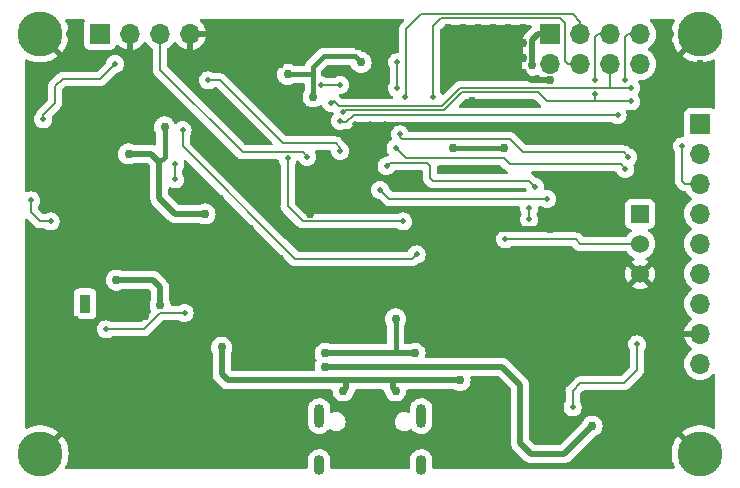
<source format=gbl>
%TF.GenerationSoftware,KiCad,Pcbnew,(6.0.7)*%
%TF.CreationDate,2023-03-20T21:53:08-04:00*%
%TF.ProjectId,CDR_Board,4344525f-426f-4617-9264-2e6b69636164,rev?*%
%TF.SameCoordinates,Original*%
%TF.FileFunction,Copper,L2,Bot*%
%TF.FilePolarity,Positive*%
%FSLAX46Y46*%
G04 Gerber Fmt 4.6, Leading zero omitted, Abs format (unit mm)*
G04 Created by KiCad (PCBNEW (6.0.7)) date 2023-03-20 21:53:08*
%MOMM*%
%LPD*%
G01*
G04 APERTURE LIST*
%TA.AperFunction,ComponentPad*%
%ADD10R,1.524000X1.524000*%
%TD*%
%TA.AperFunction,ComponentPad*%
%ADD11C,1.524000*%
%TD*%
%TA.AperFunction,ComponentPad*%
%ADD12R,1.700000X1.700000*%
%TD*%
%TA.AperFunction,ComponentPad*%
%ADD13O,1.700000X1.700000*%
%TD*%
%TA.AperFunction,ComponentPad*%
%ADD14C,3.800000*%
%TD*%
%TA.AperFunction,ComponentPad*%
%ADD15O,0.900000X2.000000*%
%TD*%
%TA.AperFunction,ComponentPad*%
%ADD16O,0.900000X1.700000*%
%TD*%
%TA.AperFunction,SMDPad,CuDef*%
%ADD17R,0.900000X1.600000*%
%TD*%
%TA.AperFunction,ComponentPad*%
%ADD18C,0.600000*%
%TD*%
%TA.AperFunction,ViaPad*%
%ADD19C,0.762000*%
%TD*%
%TA.AperFunction,ViaPad*%
%ADD20C,0.508000*%
%TD*%
%TA.AperFunction,Conductor*%
%ADD21C,0.508000*%
%TD*%
%TA.AperFunction,Conductor*%
%ADD22C,0.381000*%
%TD*%
%TA.AperFunction,Conductor*%
%ADD23C,0.177800*%
%TD*%
G04 APERTURE END LIST*
D10*
X175260000Y-93980000D03*
D11*
X175260000Y-96520000D03*
X175260000Y-99060000D03*
D12*
X129540000Y-78740000D03*
D13*
X132080000Y-78740000D03*
X134620000Y-78740000D03*
X137160000Y-78740000D03*
D12*
X180340000Y-86360000D03*
D13*
X180340000Y-88900000D03*
X180340000Y-91440000D03*
X180340000Y-93980000D03*
X180340000Y-96520000D03*
X180340000Y-99060000D03*
X180340000Y-101600000D03*
X180340000Y-104140000D03*
X180340000Y-106680000D03*
D12*
X167640000Y-78740000D03*
D13*
X167640000Y-81280000D03*
X170180000Y-78740000D03*
X170180000Y-81280000D03*
X172720000Y-78740000D03*
X172720000Y-81280000D03*
X175260000Y-78740000D03*
X175260000Y-81280000D03*
D14*
X124460000Y-78740000D03*
D15*
X148080000Y-111100000D03*
D16*
X148080000Y-115270000D03*
X156720000Y-115270000D03*
D15*
X156720000Y-111100000D03*
D14*
X180340000Y-78740000D03*
X180340000Y-114300000D03*
D17*
X128270000Y-101600000D03*
D18*
X128270000Y-101100000D03*
X128270000Y-102100000D03*
D14*
X124460000Y-114300000D03*
D19*
X165354000Y-78232000D03*
X154305000Y-96520000D03*
X142240000Y-97790000D03*
X124460000Y-103759000D03*
X137160000Y-95250000D03*
X132080000Y-107950000D03*
D20*
X152400000Y-87630000D03*
D19*
X156210000Y-101600000D03*
X159004000Y-78232000D03*
X166370000Y-106680000D03*
X139700000Y-97790000D03*
X129540000Y-113030000D03*
X172720000Y-101600000D03*
X144780000Y-110490000D03*
X134620000Y-110490000D03*
X139700000Y-95250000D03*
X143510000Y-90170000D03*
X160528000Y-101092000D03*
X133350000Y-102616000D03*
X128270000Y-88900000D03*
X147320000Y-101600000D03*
X144399000Y-100330000D03*
X132080000Y-110490000D03*
X127000000Y-110490000D03*
D20*
X153670000Y-86360000D03*
D19*
X168021000Y-87630000D03*
X144780000Y-78740000D03*
X165354000Y-79502000D03*
X161290000Y-90170000D03*
D20*
X151130000Y-86360000D03*
D19*
X142240000Y-113030000D03*
X180340000Y-81280000D03*
X140970000Y-86360000D03*
X137160000Y-92710000D03*
X153353000Y-104140000D03*
X163830000Y-86614000D03*
X166370000Y-111760000D03*
D20*
X151130000Y-88900000D03*
D19*
X156210000Y-104140000D03*
X142240000Y-81280000D03*
X132080000Y-105410000D03*
X172720000Y-105410000D03*
X160020000Y-110490000D03*
X134620000Y-97790000D03*
X177800000Y-90170000D03*
X177800000Y-78740000D03*
X124460000Y-110490000D03*
X132080000Y-83820000D03*
X153924000Y-79756000D03*
X175260000Y-101600000D03*
X137160000Y-113030000D03*
X144780000Y-112268000D03*
X137160000Y-97790000D03*
X132080000Y-113030000D03*
X161036000Y-84455000D03*
X127000000Y-113030000D03*
X177800000Y-101600000D03*
X148590000Y-109347000D03*
X160274000Y-78232000D03*
X142240000Y-95250000D03*
X156210000Y-99060000D03*
X161290000Y-86614000D03*
X164084000Y-78232000D03*
X151384000Y-79756000D03*
X160528000Y-97028000D03*
X144526000Y-85344000D03*
X129540000Y-83820000D03*
X139700000Y-92710000D03*
X147320000Y-104140000D03*
X143510000Y-83820000D03*
X127000000Y-78740000D03*
X160020000Y-95250000D03*
D20*
X152400000Y-86360000D03*
D19*
X177800000Y-87630000D03*
X177800000Y-85090000D03*
X177800000Y-81280000D03*
X167640000Y-82677000D03*
X129540000Y-110490000D03*
X170561000Y-114300000D03*
X133350000Y-94615000D03*
X165608000Y-101092000D03*
X162560000Y-113030000D03*
X162814000Y-78232000D03*
X149225000Y-96520000D03*
X167005000Y-104394000D03*
X162560000Y-95250000D03*
X127254000Y-99060000D03*
X167640000Y-91440000D03*
X178435000Y-104394000D03*
X142240000Y-110490000D03*
X124460000Y-108839000D03*
X162560000Y-110490000D03*
X165354000Y-82042000D03*
X165608000Y-97028000D03*
X129286000Y-106680000D03*
X147320000Y-78740000D03*
D20*
X153670000Y-88900000D03*
D19*
X143510000Y-99060000D03*
X161544000Y-78232000D03*
D20*
X151130000Y-87630000D03*
D19*
X157480000Y-95250000D03*
X142240000Y-78740000D03*
D20*
X153670000Y-87630000D03*
D19*
X165354000Y-80772000D03*
X143510000Y-92710000D03*
X156210000Y-109347000D03*
X124460000Y-97790000D03*
X139700000Y-78740000D03*
X147320000Y-99060000D03*
X140970000Y-99060000D03*
X134620000Y-83820000D03*
X167640000Y-95250000D03*
X177800000Y-99060000D03*
X126111000Y-108585000D03*
X139700000Y-81280000D03*
X166370000Y-109220000D03*
X151765000Y-96520000D03*
X144780000Y-97790000D03*
X175260000Y-87630000D03*
X177800000Y-96520000D03*
X127381000Y-102997000D03*
X172720000Y-99060000D03*
X160020000Y-112268000D03*
X139700000Y-110490000D03*
X147320000Y-93980000D03*
X144780000Y-81280000D03*
X147320000Y-96520000D03*
D20*
X152400000Y-88900000D03*
D19*
X147574000Y-84074000D03*
X156210000Y-105791000D03*
X145415000Y-82169000D03*
X135001000Y-86614000D03*
X154559000Y-102870000D03*
X159385000Y-88392000D03*
X138430000Y-93980000D03*
X166115500Y-81407000D03*
X148590000Y-105791000D03*
X131953000Y-88900000D03*
X151638000Y-81153000D03*
X163703000Y-88392000D03*
X160020000Y-108077000D03*
X139827000Y-105283000D03*
X150114000Y-108966000D03*
X154559000Y-108966000D03*
X130923398Y-99576401D03*
X148590000Y-106934000D03*
X134620000Y-101692600D03*
X171196000Y-111941500D03*
D20*
X175006000Y-105029000D03*
X169545000Y-110363000D03*
X156337000Y-97409000D03*
X148209000Y-83058000D03*
X136525000Y-86890600D03*
X149860000Y-83058000D03*
X153797000Y-89916000D03*
X166370000Y-91694000D03*
X153257600Y-91958500D03*
X167386000Y-92710000D03*
X135890000Y-91059000D03*
X135890000Y-89789000D03*
X157734000Y-84074000D03*
X155321000Y-84074000D03*
X174498000Y-83312000D03*
X149098000Y-84582000D03*
X174498000Y-84455000D03*
X150114000Y-85378400D03*
X178816000Y-88265000D03*
X171450000Y-83820000D03*
X171450000Y-82677000D03*
X173990000Y-82677000D03*
X149860000Y-86106000D03*
X173359160Y-85593840D03*
X163830000Y-96139000D03*
X145415000Y-89281000D03*
X155194000Y-94615000D03*
X147066000Y-89154000D03*
X149860000Y-88646000D03*
X138684000Y-82677000D03*
X130048000Y-103759000D03*
X136693000Y-102362000D03*
X154940000Y-87249000D03*
X174244000Y-89154000D03*
X154559000Y-88392000D03*
X173990000Y-90170000D03*
X125349000Y-94615000D03*
X123698000Y-92837000D03*
X130810000Y-81280000D03*
X124714000Y-85979000D03*
X154686000Y-81153000D03*
X154686000Y-83346400D03*
X165862000Y-93510600D03*
X165862000Y-94449400D03*
D21*
X167640000Y-82677000D02*
X165989000Y-82677000D01*
X165989000Y-82677000D02*
X165354000Y-82042000D01*
X167640000Y-95250000D02*
X162560000Y-95250000D01*
D22*
X148463000Y-80645000D02*
X151130000Y-80645000D01*
X154559000Y-102870000D02*
X154559000Y-105664000D01*
D21*
X131953000Y-88900000D02*
X133858000Y-88900000D01*
D22*
X147574000Y-83693000D02*
X147574000Y-84074000D01*
X151130000Y-80645000D02*
X151638000Y-81153000D01*
X163703000Y-88392000D02*
X159385000Y-88392000D01*
D21*
X138430000Y-93980000D02*
X135890000Y-93980000D01*
D22*
X147574000Y-82169000D02*
X147574000Y-81534000D01*
D21*
X156210000Y-105791000D02*
X154432000Y-105791000D01*
D22*
X134556500Y-89598500D02*
X135001000Y-89154000D01*
D21*
X133858000Y-88900000D02*
X134556500Y-89598500D01*
X166115500Y-79248500D02*
X166624000Y-78740000D01*
D22*
X147574000Y-81534000D02*
X148463000Y-80645000D01*
D21*
X135890000Y-93980000D02*
X134556500Y-92646500D01*
D22*
X147574000Y-83693000D02*
X147574000Y-82550000D01*
X154559000Y-105664000D02*
X154432000Y-105791000D01*
D21*
X134556500Y-92646500D02*
X134556500Y-89598500D01*
D22*
X145415000Y-82169000D02*
X147574000Y-82169000D01*
D21*
X166115500Y-81407000D02*
X166115500Y-79248500D01*
D22*
X147574000Y-82550000D02*
X147574000Y-82169000D01*
X135001000Y-89154000D02*
X135001000Y-86614000D01*
D21*
X166624000Y-78740000D02*
X167640000Y-78740000D01*
X154432000Y-105791000D02*
X148590000Y-105791000D01*
X150368000Y-108077000D02*
X154305000Y-108077000D01*
X154305000Y-108712000D02*
X154305000Y-108077000D01*
X150114000Y-108966000D02*
X150368000Y-108712000D01*
X154305000Y-108077000D02*
X160020000Y-108077000D01*
X139827000Y-105283000D02*
X139827000Y-107569000D01*
X139827000Y-107569000D02*
X140335000Y-108077000D01*
X154559000Y-108966000D02*
X154305000Y-108712000D01*
X140335000Y-108077000D02*
X150368000Y-108077000D01*
X150368000Y-108712000D02*
X150368000Y-108077000D01*
X134112000Y-99695000D02*
X133985000Y-99568000D01*
X165100000Y-108458000D02*
X165100000Y-113411000D01*
X163576000Y-106934000D02*
X165100000Y-108458000D01*
X134620000Y-101692600D02*
X134620000Y-100203000D01*
X165989000Y-114300000D02*
X168837500Y-114300000D01*
X131191000Y-99568000D02*
X130931799Y-99568000D01*
X134620000Y-100203000D02*
X134112000Y-99695000D01*
X130931799Y-99568000D02*
X130923398Y-99576401D01*
X133985000Y-99568000D02*
X131191000Y-99568000D01*
X168837500Y-114300000D02*
X171196000Y-111941500D01*
X148590000Y-106934000D02*
X163576000Y-106934000D01*
X165100000Y-113411000D02*
X165989000Y-114300000D01*
D23*
X170180000Y-108331000D02*
X169545000Y-108966000D01*
X175006000Y-105029000D02*
X175006000Y-107188000D01*
X173863000Y-108331000D02*
X170180000Y-108331000D01*
X169545000Y-108966000D02*
X169545000Y-110363000D01*
X175006000Y-107188000D02*
X173863000Y-108331000D01*
X146050000Y-97790000D02*
X155956000Y-97790000D01*
X136525000Y-86890600D02*
X136525000Y-88265000D01*
X155956000Y-97790000D02*
X156337000Y-97409000D01*
X149860000Y-83058000D02*
X148209000Y-83058000D01*
X136525000Y-88265000D02*
X146050000Y-97790000D01*
X154051000Y-89662000D02*
X153797000Y-89916000D01*
X166370000Y-91694000D02*
X165862000Y-91186000D01*
X157480000Y-89916000D02*
X157226000Y-89662000D01*
X157734000Y-91186000D02*
X157480000Y-90932000D01*
X157226000Y-89662000D02*
X154051000Y-89662000D01*
X157480000Y-90932000D02*
X157480000Y-89916000D01*
X165862000Y-91186000D02*
X157734000Y-91186000D01*
X154009100Y-92710000D02*
X153257600Y-91958500D01*
X167386000Y-92710000D02*
X154009100Y-92710000D01*
X135890000Y-89789000D02*
X135890000Y-91059000D01*
X168910000Y-77851000D02*
X168910000Y-81026000D01*
X169164000Y-81280000D02*
X170180000Y-81280000D01*
X157734000Y-78105000D02*
X158445200Y-77393800D01*
X158445200Y-77393800D02*
X168452800Y-77393800D01*
X157734000Y-84074000D02*
X157734000Y-78105000D01*
X168452800Y-77393800D02*
X168910000Y-77851000D01*
X168910000Y-81026000D02*
X169164000Y-81280000D01*
X170180000Y-77724000D02*
X170180000Y-78740000D01*
X155448000Y-83947000D02*
X155448000Y-78359000D01*
X155321000Y-84074000D02*
X155448000Y-83947000D01*
X169545000Y-77089000D02*
X170180000Y-77724000D01*
X156718000Y-77089000D02*
X169545000Y-77089000D01*
X155448000Y-78359000D02*
X156718000Y-77089000D01*
X172720000Y-83312000D02*
X174498000Y-83312000D01*
X160020000Y-83312000D02*
X172720000Y-83312000D01*
X149733000Y-84836000D02*
X158496000Y-84836000D01*
X149098000Y-84582000D02*
X149225000Y-84455000D01*
X158496000Y-84836000D02*
X160020000Y-83312000D01*
X172720000Y-83312000D02*
X172720000Y-81280000D01*
X149225000Y-84455000D02*
X149352000Y-84455000D01*
X149352000Y-84455000D02*
X149733000Y-84836000D01*
X150275400Y-85217000D02*
X158649290Y-85217000D01*
X171450000Y-78994000D02*
X171704000Y-78740000D01*
X178816000Y-88265000D02*
X178816000Y-91186000D01*
X150114000Y-85378400D02*
X150275400Y-85217000D01*
X158649290Y-85217000D02*
X160176490Y-83689800D01*
X179070000Y-91440000D02*
X180340000Y-91440000D01*
X171450000Y-82677000D02*
X171450000Y-78994000D01*
X160176490Y-83689800D02*
X166620800Y-83689800D01*
X171450000Y-84455000D02*
X171450000Y-83820000D01*
X178816000Y-91186000D02*
X179070000Y-91440000D01*
X166620800Y-83689800D02*
X167386000Y-84455000D01*
X171450000Y-84455000D02*
X174371000Y-84455000D01*
X174371000Y-84455000D02*
X174498000Y-84455000D01*
X171704000Y-78740000D02*
X172720000Y-78740000D01*
X167386000Y-84455000D02*
X171450000Y-84455000D01*
X150368000Y-86233000D02*
X151003000Y-85598000D01*
X151003000Y-85598000D02*
X173355000Y-85598000D01*
X173990000Y-82677000D02*
X173990000Y-78994000D01*
X149987000Y-86233000D02*
X150368000Y-86233000D01*
X149860000Y-86106000D02*
X149987000Y-86233000D01*
X173990000Y-78994000D02*
X174244000Y-78740000D01*
X174244000Y-78740000D02*
X175260000Y-78740000D01*
X145415000Y-89281000D02*
X145415000Y-93345000D01*
X169799000Y-96139000D02*
X170180000Y-96520000D01*
X145415000Y-93345000D02*
X146685000Y-94615000D01*
X155067000Y-94615000D02*
X155194000Y-94615000D01*
X170180000Y-96520000D02*
X175260000Y-96520000D01*
X163830000Y-96139000D02*
X169799000Y-96139000D01*
X146685000Y-94615000D02*
X155067000Y-94615000D01*
X134620000Y-81788000D02*
X134620000Y-78740000D01*
X146685000Y-88773000D02*
X141605000Y-88773000D01*
X141605000Y-88773000D02*
X134620000Y-81788000D01*
X147066000Y-89154000D02*
X146685000Y-88773000D01*
X139700000Y-82677000D02*
X138684000Y-82677000D01*
X149479000Y-88011000D02*
X145034000Y-88011000D01*
X149860000Y-88392000D02*
X149479000Y-88011000D01*
X149860000Y-88646000D02*
X149860000Y-88392000D01*
X145034000Y-88011000D02*
X139700000Y-82677000D01*
X130048000Y-103759000D02*
X133223000Y-103759000D01*
X133223000Y-103759000D02*
X134620000Y-102362000D01*
X134620000Y-102362000D02*
X136693000Y-102362000D01*
X155067000Y-87630000D02*
X154940000Y-87503000D01*
X173863000Y-88773000D02*
X165354000Y-88773000D01*
X174244000Y-89154000D02*
X173863000Y-88773000D01*
X154940000Y-87503000D02*
X154940000Y-87249000D01*
X165354000Y-88773000D02*
X164211000Y-87630000D01*
X164211000Y-87630000D02*
X155067000Y-87630000D01*
X155448000Y-89281000D02*
X154559000Y-88392000D01*
X173990000Y-90170000D02*
X173609000Y-89789000D01*
X163703000Y-89281000D02*
X155448000Y-89281000D01*
X164211000Y-89789000D02*
X163703000Y-89281000D01*
X173609000Y-89789000D02*
X164211000Y-89789000D01*
X125349000Y-94615000D02*
X124460000Y-94615000D01*
X124460000Y-94615000D02*
X123698000Y-93853000D01*
X123698000Y-93853000D02*
X123698000Y-92837000D01*
X126365000Y-82550000D02*
X129540000Y-82550000D01*
X125730000Y-83185000D02*
X126365000Y-82550000D01*
X124714000Y-85979000D02*
X124714000Y-85598000D01*
X125730000Y-84582000D02*
X125730000Y-83185000D01*
X124714000Y-85598000D02*
X125730000Y-84582000D01*
X154686000Y-81153000D02*
X154686000Y-83346400D01*
X129540000Y-82550000D02*
X130810000Y-81280000D01*
X165862000Y-94449400D02*
X165862000Y-93510600D01*
%TA.AperFunction,Conductor*%
G36*
X128191202Y-77490002D02*
G01*
X128237695Y-77543658D01*
X128247799Y-77613932D01*
X128238161Y-77642836D01*
X128239385Y-77643295D01*
X128188255Y-77779684D01*
X128181500Y-77841866D01*
X128181500Y-79638134D01*
X128188255Y-79700316D01*
X128239385Y-79836705D01*
X128326739Y-79953261D01*
X128443295Y-80040615D01*
X128579684Y-80091745D01*
X128641866Y-80098500D01*
X130438134Y-80098500D01*
X130500316Y-80091745D01*
X130636705Y-80040615D01*
X130753261Y-79953261D01*
X130840615Y-79836705D01*
X130884798Y-79718848D01*
X130927440Y-79662084D01*
X130994001Y-79637384D01*
X131063350Y-79652592D01*
X131098017Y-79680580D01*
X131123218Y-79709673D01*
X131130580Y-79716883D01*
X131294434Y-79852916D01*
X131302881Y-79858831D01*
X131486756Y-79966279D01*
X131496042Y-79970729D01*
X131695001Y-80046703D01*
X131704899Y-80049579D01*
X131808250Y-80070606D01*
X131822299Y-80069410D01*
X131826000Y-80059065D01*
X131826000Y-78612000D01*
X131846002Y-78543879D01*
X131899658Y-78497386D01*
X131952000Y-78486000D01*
X132208000Y-78486000D01*
X132276121Y-78506002D01*
X132322614Y-78559658D01*
X132334000Y-78612000D01*
X132334000Y-80058517D01*
X132338064Y-80072359D01*
X132351478Y-80074393D01*
X132358184Y-80073534D01*
X132368262Y-80071392D01*
X132572255Y-80010191D01*
X132581842Y-80006433D01*
X132773095Y-79912739D01*
X132781945Y-79907464D01*
X132955328Y-79783792D01*
X132963200Y-79777139D01*
X133114052Y-79626812D01*
X133120730Y-79618965D01*
X133248022Y-79441819D01*
X133249279Y-79442722D01*
X133296373Y-79399362D01*
X133366311Y-79387145D01*
X133431751Y-79414678D01*
X133459579Y-79446511D01*
X133519987Y-79545088D01*
X133666250Y-79713938D01*
X133838126Y-79856632D01*
X133934875Y-79913167D01*
X133960170Y-79927948D01*
X134008894Y-79979586D01*
X134022600Y-80036736D01*
X134022600Y-81740586D01*
X134021522Y-81757033D01*
X134017445Y-81788000D01*
X134032803Y-81904653D01*
X134037977Y-81943953D01*
X134098172Y-82089277D01*
X134143774Y-82148707D01*
X134182975Y-82199795D01*
X134193929Y-82214071D01*
X134207668Y-82224613D01*
X134218715Y-82233090D01*
X134231106Y-82243957D01*
X141149046Y-89161898D01*
X141159913Y-89174289D01*
X141173900Y-89192518D01*
X141173903Y-89192521D01*
X141178929Y-89199071D01*
X141210260Y-89223112D01*
X141210261Y-89223113D01*
X141303723Y-89294828D01*
X141449047Y-89355023D01*
X141605000Y-89375556D01*
X141613188Y-89374478D01*
X141635975Y-89371478D01*
X141652422Y-89370400D01*
X144550238Y-89370400D01*
X144618359Y-89390402D01*
X144664852Y-89444058D01*
X144669796Y-89456628D01*
X144670989Y-89460215D01*
X144718440Y-89602856D01*
X144722087Y-89608878D01*
X144722088Y-89608880D01*
X144799376Y-89736499D01*
X144817600Y-89801770D01*
X144817600Y-93297586D01*
X144816522Y-93314033D01*
X144812445Y-93345000D01*
X144827803Y-93461653D01*
X144832977Y-93500953D01*
X144893172Y-93646277D01*
X144911480Y-93670136D01*
X144957190Y-93729707D01*
X144988929Y-93771071D01*
X144995482Y-93776099D01*
X145013715Y-93790090D01*
X145026106Y-93800957D01*
X146229039Y-95003890D01*
X146239907Y-95016281D01*
X146258929Y-95041071D01*
X146346449Y-95108227D01*
X146383723Y-95136828D01*
X146529047Y-95197023D01*
X146685000Y-95217555D01*
X146693188Y-95216477D01*
X146693189Y-95216477D01*
X146715969Y-95213478D01*
X146732415Y-95212400D01*
X154676750Y-95212400D01*
X154745743Y-95232968D01*
X154812478Y-95276638D01*
X154848030Y-95299903D01*
X154854634Y-95302359D01*
X154854636Y-95302360D01*
X155001757Y-95357074D01*
X155001759Y-95357074D01*
X155008367Y-95359532D01*
X155083912Y-95369612D01*
X155170949Y-95381226D01*
X155170953Y-95381226D01*
X155177930Y-95382157D01*
X155184941Y-95381519D01*
X155184945Y-95381519D01*
X155341273Y-95367292D01*
X155341275Y-95367292D01*
X155348292Y-95366653D01*
X155354990Y-95364477D01*
X155354993Y-95364476D01*
X155504289Y-95315966D01*
X155504291Y-95315965D01*
X155510985Y-95313790D01*
X155573308Y-95276638D01*
X155651872Y-95229805D01*
X155651874Y-95229804D01*
X155657924Y-95226197D01*
X155781805Y-95108227D01*
X155810451Y-95065112D01*
X155839643Y-95021173D01*
X155876471Y-94965743D01*
X155937218Y-94805826D01*
X155938946Y-94793531D01*
X155960475Y-94640347D01*
X155960475Y-94640344D01*
X155961026Y-94636425D01*
X155961325Y-94615000D01*
X155942256Y-94445000D01*
X155928309Y-94404947D01*
X155888314Y-94290097D01*
X155888313Y-94290095D01*
X155885999Y-94283450D01*
X155795348Y-94138378D01*
X155769034Y-94111879D01*
X155679772Y-94021992D01*
X155674809Y-94016994D01*
X155572159Y-93951851D01*
X155536316Y-93929104D01*
X155536313Y-93929102D01*
X155530373Y-93925333D01*
X155523740Y-93922971D01*
X155375854Y-93870311D01*
X155375849Y-93870310D01*
X155369219Y-93867949D01*
X155362231Y-93867116D01*
X155362228Y-93867115D01*
X155243854Y-93853000D01*
X155199357Y-93847694D01*
X155192354Y-93848430D01*
X155192353Y-93848430D01*
X155148873Y-93853000D01*
X155029228Y-93865575D01*
X155019071Y-93869033D01*
X154873956Y-93918434D01*
X154873953Y-93918435D01*
X154867289Y-93920704D01*
X154772888Y-93978780D01*
X154740154Y-93998918D01*
X154674132Y-94017600D01*
X146984641Y-94017600D01*
X146916520Y-93997598D01*
X146895546Y-93980695D01*
X146049305Y-93134454D01*
X146015279Y-93072142D01*
X146012400Y-93045359D01*
X146012400Y-91947786D01*
X152490350Y-91947786D01*
X152507043Y-92118036D01*
X152561040Y-92280356D01*
X152564687Y-92286378D01*
X152564688Y-92286380D01*
X152646006Y-92420654D01*
X152646009Y-92420657D01*
X152649656Y-92426680D01*
X152768489Y-92549734D01*
X152911630Y-92643403D01*
X152918234Y-92645859D01*
X152918236Y-92645860D01*
X152975080Y-92667000D01*
X153071967Y-92703032D01*
X153078950Y-92703964D01*
X153078951Y-92703964D01*
X153128145Y-92710528D01*
X153193022Y-92739364D01*
X153200575Y-92746326D01*
X153553139Y-93098890D01*
X153564007Y-93111281D01*
X153583029Y-93136071D01*
X153707823Y-93231828D01*
X153837368Y-93285487D01*
X153853147Y-93292023D01*
X154009100Y-93312555D01*
X154040067Y-93308478D01*
X154056514Y-93307400D01*
X164976148Y-93307400D01*
X165044269Y-93327402D01*
X165090762Y-93381058D01*
X165101154Y-93449192D01*
X165100362Y-93455464D01*
X165094750Y-93499886D01*
X165111443Y-93670136D01*
X165165440Y-93832456D01*
X165169087Y-93838478D01*
X165169088Y-93838480D01*
X165215238Y-93914683D01*
X165233417Y-93983313D01*
X165213374Y-94048206D01*
X165174698Y-94108220D01*
X165172287Y-94114843D01*
X165172286Y-94114846D01*
X165118600Y-94262347D01*
X165118599Y-94262352D01*
X165116190Y-94268970D01*
X165094750Y-94438686D01*
X165111443Y-94608936D01*
X165165440Y-94771256D01*
X165169087Y-94777278D01*
X165169088Y-94777280D01*
X165250406Y-94911554D01*
X165250409Y-94911557D01*
X165254056Y-94917580D01*
X165372889Y-95040634D01*
X165516030Y-95134303D01*
X165522634Y-95136759D01*
X165522636Y-95136760D01*
X165669757Y-95191474D01*
X165669759Y-95191474D01*
X165676367Y-95193932D01*
X165755454Y-95204485D01*
X165838949Y-95215626D01*
X165838953Y-95215626D01*
X165845930Y-95216557D01*
X165852941Y-95215919D01*
X165852945Y-95215919D01*
X166009273Y-95201692D01*
X166009275Y-95201692D01*
X166016292Y-95201053D01*
X166022990Y-95198877D01*
X166022993Y-95198876D01*
X166172289Y-95150366D01*
X166172291Y-95150365D01*
X166178985Y-95148190D01*
X166250999Y-95105261D01*
X166319872Y-95064205D01*
X166319874Y-95064204D01*
X166325924Y-95060597D01*
X166449805Y-94942627D01*
X166463079Y-94922649D01*
X166502384Y-94863489D01*
X166544471Y-94800143D01*
X166605218Y-94640226D01*
X166607385Y-94624807D01*
X166628475Y-94474747D01*
X166628475Y-94474744D01*
X166629026Y-94470825D01*
X166629325Y-94449400D01*
X166610256Y-94279400D01*
X166606311Y-94268069D01*
X166556314Y-94124497D01*
X166556313Y-94124495D01*
X166553999Y-94117850D01*
X166547982Y-94108220D01*
X166543182Y-94100539D01*
X166509812Y-94047136D01*
X166490676Y-93978768D01*
X166511717Y-93910641D01*
X166544471Y-93861343D01*
X166594475Y-93729707D01*
X166602718Y-93708008D01*
X166602719Y-93708006D01*
X166605218Y-93701426D01*
X166614041Y-93638647D01*
X166628475Y-93535947D01*
X166628475Y-93535944D01*
X166629026Y-93532025D01*
X166629325Y-93510600D01*
X166622241Y-93447445D01*
X166634525Y-93377519D01*
X166682664Y-93325335D01*
X166747456Y-93307400D01*
X166868750Y-93307400D01*
X166937743Y-93327968D01*
X167018873Y-93381058D01*
X167040030Y-93394903D01*
X167046634Y-93397359D01*
X167046636Y-93397360D01*
X167193757Y-93452074D01*
X167193759Y-93452074D01*
X167200367Y-93454532D01*
X167279454Y-93465085D01*
X167362949Y-93476226D01*
X167362953Y-93476226D01*
X167369930Y-93477157D01*
X167376941Y-93476519D01*
X167376945Y-93476519D01*
X167533273Y-93462292D01*
X167533275Y-93462292D01*
X167540292Y-93461653D01*
X167546990Y-93459477D01*
X167546993Y-93459476D01*
X167696289Y-93410966D01*
X167696291Y-93410965D01*
X167702985Y-93408790D01*
X167795188Y-93353826D01*
X167843872Y-93324805D01*
X167843874Y-93324804D01*
X167849924Y-93321197D01*
X167973805Y-93203227D01*
X167980176Y-93193639D01*
X168034894Y-93111281D01*
X168068471Y-93060743D01*
X168129218Y-92900826D01*
X168130198Y-92893854D01*
X168152475Y-92735347D01*
X168152475Y-92735344D01*
X168153026Y-92731425D01*
X168153325Y-92710000D01*
X168134256Y-92540000D01*
X168124540Y-92512097D01*
X168080314Y-92385097D01*
X168080313Y-92385095D01*
X168077999Y-92378450D01*
X167987348Y-92233378D01*
X167866809Y-92111994D01*
X167738134Y-92030335D01*
X167728316Y-92024104D01*
X167728313Y-92024102D01*
X167722373Y-92020333D01*
X167715740Y-92017971D01*
X167567854Y-91965311D01*
X167567849Y-91965310D01*
X167561219Y-91962949D01*
X167554231Y-91962116D01*
X167554228Y-91962115D01*
X167426025Y-91946828D01*
X167391357Y-91942694D01*
X167261182Y-91956376D01*
X167191344Y-91943604D01*
X167139498Y-91895102D01*
X167122103Y-91826269D01*
X167123238Y-91813530D01*
X167124662Y-91803402D01*
X167137026Y-91715425D01*
X167137325Y-91694000D01*
X167118256Y-91524000D01*
X167112194Y-91506590D01*
X167064314Y-91369097D01*
X167064313Y-91369095D01*
X167061999Y-91362450D01*
X167054313Y-91350149D01*
X166975081Y-91223352D01*
X166971348Y-91217378D01*
X166948320Y-91194188D01*
X166901306Y-91146845D01*
X166850809Y-91095994D01*
X166785539Y-91054573D01*
X166712316Y-91008104D01*
X166712313Y-91008102D01*
X166706373Y-91004333D01*
X166545219Y-90946949D01*
X166538231Y-90946116D01*
X166538228Y-90946115D01*
X166500640Y-90941633D01*
X166435367Y-90913705D01*
X166426465Y-90905614D01*
X166317961Y-90797110D01*
X166307093Y-90784719D01*
X166293094Y-90766475D01*
X166293093Y-90766474D01*
X166288071Y-90759929D01*
X166163277Y-90664172D01*
X166077903Y-90628809D01*
X166022622Y-90584261D01*
X166000201Y-90516897D01*
X166017759Y-90448106D01*
X166069721Y-90399728D01*
X166126121Y-90386400D01*
X173167486Y-90386400D01*
X173235607Y-90406402D01*
X173282100Y-90460058D01*
X173287040Y-90472618D01*
X173293440Y-90491856D01*
X173297087Y-90497878D01*
X173297088Y-90497880D01*
X173378406Y-90632154D01*
X173378409Y-90632157D01*
X173382056Y-90638180D01*
X173500889Y-90761234D01*
X173644030Y-90854903D01*
X173650634Y-90857359D01*
X173650636Y-90857360D01*
X173797757Y-90912074D01*
X173797759Y-90912074D01*
X173804367Y-90914532D01*
X173873916Y-90923812D01*
X173966949Y-90936226D01*
X173966953Y-90936226D01*
X173973930Y-90937157D01*
X173980941Y-90936519D01*
X173980945Y-90936519D01*
X174137273Y-90922292D01*
X174137275Y-90922292D01*
X174144292Y-90921653D01*
X174150990Y-90919477D01*
X174150993Y-90919476D01*
X174300289Y-90870966D01*
X174300291Y-90870965D01*
X174306985Y-90868790D01*
X174429360Y-90795840D01*
X174447872Y-90784805D01*
X174447874Y-90784804D01*
X174453924Y-90781197D01*
X174577805Y-90663227D01*
X174591079Y-90643249D01*
X174631521Y-90582378D01*
X174672471Y-90520743D01*
X174717062Y-90403356D01*
X174730718Y-90367408D01*
X174730719Y-90367406D01*
X174733218Y-90360826D01*
X174740245Y-90310828D01*
X174756475Y-90195347D01*
X174756475Y-90195344D01*
X174757026Y-90191425D01*
X174757325Y-90170000D01*
X174738256Y-90000000D01*
X174717274Y-89939745D01*
X174696003Y-89878664D01*
X174692491Y-89807754D01*
X174728103Y-89745981D01*
X174751220Y-89723967D01*
X174831805Y-89647227D01*
X174845079Y-89627249D01*
X174922570Y-89510614D01*
X174926471Y-89504743D01*
X174983345Y-89355023D01*
X174984718Y-89351408D01*
X174984719Y-89351406D01*
X174987218Y-89344826D01*
X174988198Y-89337854D01*
X175010475Y-89179347D01*
X175010475Y-89179344D01*
X175011026Y-89175425D01*
X175011325Y-89154000D01*
X174992256Y-88984000D01*
X174986635Y-88967856D01*
X174938314Y-88829097D01*
X174938313Y-88829095D01*
X174935999Y-88822450D01*
X174879980Y-88732800D01*
X174849081Y-88683352D01*
X174845348Y-88677378D01*
X174834163Y-88666114D01*
X174729772Y-88560992D01*
X174724809Y-88555994D01*
X174609785Y-88482998D01*
X174586316Y-88468104D01*
X174586313Y-88468102D01*
X174580373Y-88464333D01*
X174519045Y-88442495D01*
X174425855Y-88409312D01*
X174419219Y-88406949D01*
X174412229Y-88406115D01*
X174412227Y-88406115D01*
X174379378Y-88402198D01*
X174314105Y-88374270D01*
X174294334Y-88353787D01*
X174294097Y-88353478D01*
X174294093Y-88353474D01*
X174289071Y-88346929D01*
X174164277Y-88251172D01*
X174018953Y-88190977D01*
X173902155Y-88175600D01*
X173863000Y-88170445D01*
X173854812Y-88171523D01*
X173854811Y-88171523D01*
X173832031Y-88174522D01*
X173815585Y-88175600D01*
X165653641Y-88175600D01*
X165585520Y-88155598D01*
X165564546Y-88138695D01*
X164666961Y-87241110D01*
X164656093Y-87228719D01*
X164642094Y-87210475D01*
X164642093Y-87210474D01*
X164637071Y-87203929D01*
X164512277Y-87108172D01*
X164366953Y-87047977D01*
X164366945Y-87047976D01*
X164211000Y-87027445D01*
X164202812Y-87028523D01*
X164202811Y-87028523D01*
X164180031Y-87031522D01*
X164163585Y-87032600D01*
X155761642Y-87032600D01*
X155693521Y-87012598D01*
X155647028Y-86958942D01*
X155642650Y-86948035D01*
X155634316Y-86924102D01*
X155634314Y-86924098D01*
X155631999Y-86917450D01*
X155541348Y-86772378D01*
X155528159Y-86759096D01*
X155447418Y-86677790D01*
X155420809Y-86650994D01*
X155330693Y-86593805D01*
X155282316Y-86563104D01*
X155282313Y-86563102D01*
X155276373Y-86559333D01*
X155269740Y-86556971D01*
X155121854Y-86504311D01*
X155121849Y-86504310D01*
X155115219Y-86501949D01*
X155108231Y-86501116D01*
X155108228Y-86501115D01*
X154992655Y-86487334D01*
X154945357Y-86481694D01*
X154938354Y-86482430D01*
X154938353Y-86482430D01*
X154893958Y-86487096D01*
X154775228Y-86499575D01*
X154765071Y-86503033D01*
X154619956Y-86552434D01*
X154619953Y-86552435D01*
X154613289Y-86554704D01*
X154467588Y-86644340D01*
X154462557Y-86649267D01*
X154462554Y-86649269D01*
X154418750Y-86692165D01*
X154345366Y-86764028D01*
X154341547Y-86769953D01*
X154341546Y-86769955D01*
X154336135Y-86778352D01*
X154252698Y-86907820D01*
X154250287Y-86914443D01*
X154250286Y-86914446D01*
X154196600Y-87061947D01*
X154196599Y-87061952D01*
X154194190Y-87068570D01*
X154172750Y-87238286D01*
X154189443Y-87408536D01*
X154225840Y-87517949D01*
X154243440Y-87570856D01*
X154241711Y-87571431D01*
X154250778Y-87632541D01*
X154221576Y-87697253D01*
X154192003Y-87722487D01*
X154092594Y-87783644D01*
X154092588Y-87783649D01*
X154086588Y-87787340D01*
X154081557Y-87792267D01*
X154081554Y-87792269D01*
X154030115Y-87842642D01*
X153964366Y-87907028D01*
X153871698Y-88050820D01*
X153869287Y-88057443D01*
X153869286Y-88057446D01*
X153815600Y-88204947D01*
X153815599Y-88204952D01*
X153813190Y-88211570D01*
X153807552Y-88256199D01*
X153793609Y-88366572D01*
X153791750Y-88381286D01*
X153808443Y-88551536D01*
X153862440Y-88713856D01*
X153866087Y-88719878D01*
X153866088Y-88719880D01*
X153947406Y-88854154D01*
X153947409Y-88854157D01*
X153951056Y-88860180D01*
X153960432Y-88869889D01*
X153993363Y-88932783D01*
X153987063Y-89003500D01*
X153943531Y-89059584D01*
X153902734Y-89078965D01*
X153895047Y-89079977D01*
X153749723Y-89140172D01*
X153744666Y-89144052D01*
X153695963Y-89159877D01*
X153632228Y-89166575D01*
X153625560Y-89168845D01*
X153476956Y-89219434D01*
X153476953Y-89219435D01*
X153470289Y-89221704D01*
X153324588Y-89311340D01*
X153319557Y-89316267D01*
X153319554Y-89316269D01*
X153264278Y-89370400D01*
X153202366Y-89431028D01*
X153198547Y-89436953D01*
X153198546Y-89436955D01*
X153185868Y-89456628D01*
X153109698Y-89574820D01*
X153107287Y-89581443D01*
X153107286Y-89581446D01*
X153053600Y-89728947D01*
X153053599Y-89728952D01*
X153051190Y-89735570D01*
X153029750Y-89905286D01*
X153046443Y-90075536D01*
X153100440Y-90237856D01*
X153104087Y-90243878D01*
X153104088Y-90243880D01*
X153185406Y-90378154D01*
X153185409Y-90378157D01*
X153189056Y-90384180D01*
X153307889Y-90507234D01*
X153451030Y-90600903D01*
X153457634Y-90603359D01*
X153457636Y-90603360D01*
X153604757Y-90658074D01*
X153604759Y-90658074D01*
X153611367Y-90660532D01*
X153676322Y-90669199D01*
X153773949Y-90682226D01*
X153773953Y-90682226D01*
X153780930Y-90683157D01*
X153787941Y-90682519D01*
X153787945Y-90682519D01*
X153944273Y-90668292D01*
X153944275Y-90668292D01*
X153951292Y-90667653D01*
X153957990Y-90665477D01*
X153957993Y-90665476D01*
X154107289Y-90616966D01*
X154107291Y-90616965D01*
X154113985Y-90614790D01*
X154206737Y-90559499D01*
X154254872Y-90530805D01*
X154254874Y-90530804D01*
X154260924Y-90527197D01*
X154384805Y-90409227D01*
X154446962Y-90315673D01*
X154501319Y-90270002D01*
X154551910Y-90259400D01*
X156756600Y-90259400D01*
X156824721Y-90279402D01*
X156871214Y-90333058D01*
X156882600Y-90385400D01*
X156882600Y-90884586D01*
X156881522Y-90901033D01*
X156877445Y-90932000D01*
X156882600Y-90971155D01*
X156897977Y-91087953D01*
X156958172Y-91233277D01*
X157006051Y-91295674D01*
X157047417Y-91349584D01*
X157053929Y-91358071D01*
X157078688Y-91377069D01*
X157078715Y-91377090D01*
X157091106Y-91387957D01*
X157278039Y-91574890D01*
X157288907Y-91587281D01*
X157307929Y-91612071D01*
X157383681Y-91670197D01*
X157432723Y-91707828D01*
X157578047Y-91768023D01*
X157734000Y-91788555D01*
X157742188Y-91787477D01*
X157742189Y-91787477D01*
X157764969Y-91784478D01*
X157781415Y-91783400D01*
X165505238Y-91783400D01*
X165573359Y-91803402D01*
X165619852Y-91857058D01*
X165624796Y-91869628D01*
X165650477Y-91946828D01*
X165653000Y-92017780D01*
X165616763Y-92078832D01*
X165553271Y-92110602D01*
X165530919Y-92112600D01*
X154308741Y-92112600D01*
X154240620Y-92092598D01*
X154219646Y-92075695D01*
X154046332Y-91902381D01*
X154012306Y-91840069D01*
X154010212Y-91827332D01*
X154006641Y-91795497D01*
X154006641Y-91795496D01*
X154005856Y-91788500D01*
X153998726Y-91768023D01*
X153951914Y-91633597D01*
X153951913Y-91633595D01*
X153949599Y-91626950D01*
X153943444Y-91617099D01*
X153862681Y-91487852D01*
X153858948Y-91481878D01*
X153845759Y-91468596D01*
X153743372Y-91365492D01*
X153738409Y-91360494D01*
X153673139Y-91319073D01*
X153599916Y-91272604D01*
X153599913Y-91272602D01*
X153593973Y-91268833D01*
X153587340Y-91266471D01*
X153439454Y-91213811D01*
X153439449Y-91213810D01*
X153432819Y-91211449D01*
X153425831Y-91210616D01*
X153425828Y-91210615D01*
X153288065Y-91194188D01*
X153262957Y-91191194D01*
X153255954Y-91191930D01*
X153255953Y-91191930D01*
X153211558Y-91196596D01*
X153092828Y-91209075D01*
X153083123Y-91212379D01*
X152937556Y-91261934D01*
X152937553Y-91261935D01*
X152930889Y-91264204D01*
X152785188Y-91353840D01*
X152780157Y-91358767D01*
X152780154Y-91358769D01*
X152734829Y-91403155D01*
X152662966Y-91473528D01*
X152659147Y-91479453D01*
X152659146Y-91479455D01*
X152654105Y-91487277D01*
X152570298Y-91617320D01*
X152567887Y-91623943D01*
X152567886Y-91623946D01*
X152514200Y-91771447D01*
X152514199Y-91771452D01*
X152511790Y-91778070D01*
X152490350Y-91947786D01*
X146012400Y-91947786D01*
X146012400Y-89797826D01*
X146033451Y-89728100D01*
X146097471Y-89631743D01*
X146146957Y-89501471D01*
X146189846Y-89444893D01*
X146256514Y-89420484D01*
X146325796Y-89435994D01*
X146372521Y-89480944D01*
X146429374Y-89574820D01*
X146458056Y-89622180D01*
X146576889Y-89745234D01*
X146640923Y-89787137D01*
X146682505Y-89814347D01*
X146720030Y-89838903D01*
X146726634Y-89841359D01*
X146726636Y-89841360D01*
X146873757Y-89896074D01*
X146873759Y-89896074D01*
X146880367Y-89898532D01*
X146959454Y-89909085D01*
X147042949Y-89920226D01*
X147042953Y-89920226D01*
X147049930Y-89921157D01*
X147056941Y-89920519D01*
X147056945Y-89920519D01*
X147213273Y-89906292D01*
X147213275Y-89906292D01*
X147220292Y-89905653D01*
X147226990Y-89903477D01*
X147226993Y-89903476D01*
X147376289Y-89854966D01*
X147376291Y-89854965D01*
X147382985Y-89852790D01*
X147475188Y-89797826D01*
X147523872Y-89768805D01*
X147523874Y-89768804D01*
X147529924Y-89765197D01*
X147653805Y-89647227D01*
X147667079Y-89627249D01*
X147744570Y-89510614D01*
X147748471Y-89504743D01*
X147805345Y-89355023D01*
X147806718Y-89351408D01*
X147806719Y-89351406D01*
X147809218Y-89344826D01*
X147810198Y-89337854D01*
X147832475Y-89179347D01*
X147832475Y-89179344D01*
X147833026Y-89175425D01*
X147833325Y-89154000D01*
X147814256Y-88984000D01*
X147808635Y-88967856D01*
X147760314Y-88829097D01*
X147760313Y-88829095D01*
X147757999Y-88822450D01*
X147744701Y-88801169D01*
X147725566Y-88732800D01*
X147746432Y-88664939D01*
X147800674Y-88619131D01*
X147851556Y-88608400D01*
X148975864Y-88608400D01*
X149043985Y-88628402D01*
X149090478Y-88682058D01*
X149101262Y-88722103D01*
X149109443Y-88805536D01*
X149163440Y-88967856D01*
X149167087Y-88973878D01*
X149167088Y-88973880D01*
X149248406Y-89108154D01*
X149248409Y-89108157D01*
X149252056Y-89114180D01*
X149370889Y-89237234D01*
X149376785Y-89241092D01*
X149484135Y-89311340D01*
X149514030Y-89330903D01*
X149520634Y-89333359D01*
X149520636Y-89333360D01*
X149667757Y-89388074D01*
X149667759Y-89388074D01*
X149674367Y-89390532D01*
X149749769Y-89400593D01*
X149836949Y-89412226D01*
X149836953Y-89412226D01*
X149843930Y-89413157D01*
X149850941Y-89412519D01*
X149850945Y-89412519D01*
X150007273Y-89398292D01*
X150007275Y-89398292D01*
X150014292Y-89397653D01*
X150020990Y-89395477D01*
X150020993Y-89395476D01*
X150170289Y-89346966D01*
X150170291Y-89346965D01*
X150176985Y-89344790D01*
X150260797Y-89294828D01*
X150317872Y-89260805D01*
X150317874Y-89260804D01*
X150323924Y-89257197D01*
X150447805Y-89139227D01*
X150461079Y-89119249D01*
X150512990Y-89041115D01*
X150542471Y-88996743D01*
X150596636Y-88854154D01*
X150600718Y-88843408D01*
X150600719Y-88843406D01*
X150603218Y-88836826D01*
X150604304Y-88829097D01*
X150626475Y-88671347D01*
X150626475Y-88671344D01*
X150627026Y-88667425D01*
X150627325Y-88646000D01*
X150608256Y-88476000D01*
X150605507Y-88468104D01*
X150554314Y-88321097D01*
X150554313Y-88321095D01*
X150551999Y-88314450D01*
X150496633Y-88225845D01*
X150465081Y-88175352D01*
X150461348Y-88169378D01*
X150382686Y-88090164D01*
X150372135Y-88078090D01*
X150355239Y-88056071D01*
X150355238Y-88056070D01*
X150355238Y-88056069D01*
X150291098Y-87972480D01*
X150291097Y-87972479D01*
X150286071Y-87965929D01*
X150261285Y-87946910D01*
X150248894Y-87936043D01*
X149934961Y-87622110D01*
X149924093Y-87609719D01*
X149910094Y-87591475D01*
X149910093Y-87591474D01*
X149905071Y-87584929D01*
X149780277Y-87489172D01*
X149634953Y-87428977D01*
X149518155Y-87413600D01*
X149479000Y-87408445D01*
X149470812Y-87409523D01*
X149470811Y-87409523D01*
X149448031Y-87412522D01*
X149431585Y-87413600D01*
X145333641Y-87413600D01*
X145265520Y-87393598D01*
X145244546Y-87376695D01*
X140155961Y-82288110D01*
X140145093Y-82275719D01*
X140131094Y-82257475D01*
X140131093Y-82257474D01*
X140126071Y-82250929D01*
X140001277Y-82155172D01*
X139855953Y-82094977D01*
X139812658Y-82089277D01*
X139700000Y-82074445D01*
X139691812Y-82075523D01*
X139691811Y-82075523D01*
X139669031Y-82078522D01*
X139652585Y-82079600D01*
X139202371Y-82079600D01*
X139134857Y-82059986D01*
X139026316Y-81991104D01*
X139026313Y-81991102D01*
X139020373Y-81987333D01*
X139007424Y-81982722D01*
X138865854Y-81932311D01*
X138865849Y-81932310D01*
X138859219Y-81929949D01*
X138852231Y-81929116D01*
X138852228Y-81929115D01*
X138736655Y-81915334D01*
X138689357Y-81909694D01*
X138682354Y-81910430D01*
X138682353Y-81910430D01*
X138637958Y-81915096D01*
X138519228Y-81927575D01*
X138511347Y-81930258D01*
X138363956Y-81980434D01*
X138363953Y-81980435D01*
X138357289Y-81982704D01*
X138211588Y-82072340D01*
X138206557Y-82077267D01*
X138206554Y-82077269D01*
X138164039Y-82118903D01*
X138089366Y-82192028D01*
X137996698Y-82335820D01*
X137994287Y-82342443D01*
X137994286Y-82342446D01*
X137940600Y-82489947D01*
X137940599Y-82489952D01*
X137938190Y-82496570D01*
X137916750Y-82666286D01*
X137933443Y-82836536D01*
X137987440Y-82998856D01*
X137991087Y-83004878D01*
X137991088Y-83004880D01*
X138072406Y-83139154D01*
X138072409Y-83139157D01*
X138076056Y-83145180D01*
X138194889Y-83268234D01*
X138260708Y-83311305D01*
X138300505Y-83337347D01*
X138338030Y-83361903D01*
X138344634Y-83364359D01*
X138344636Y-83364360D01*
X138491757Y-83419074D01*
X138491759Y-83419074D01*
X138498367Y-83421532D01*
X138577454Y-83432085D01*
X138660949Y-83443226D01*
X138660953Y-83443226D01*
X138667930Y-83444157D01*
X138674941Y-83443519D01*
X138674945Y-83443519D01*
X138831273Y-83429292D01*
X138831275Y-83429292D01*
X138838292Y-83428653D01*
X138844990Y-83426477D01*
X138844993Y-83426476D01*
X138994289Y-83377966D01*
X138994291Y-83377965D01*
X139000985Y-83375790D01*
X139141257Y-83292171D01*
X139205775Y-83274400D01*
X139400359Y-83274400D01*
X139468480Y-83294402D01*
X139489454Y-83311305D01*
X144138654Y-87960505D01*
X144172680Y-88022817D01*
X144167615Y-88093632D01*
X144125068Y-88150468D01*
X144058548Y-88175279D01*
X144049559Y-88175600D01*
X141904642Y-88175600D01*
X141836521Y-88155598D01*
X141815547Y-88138695D01*
X135254305Y-81577454D01*
X135220279Y-81515142D01*
X135217400Y-81488359D01*
X135217400Y-80038757D01*
X135237402Y-79970636D01*
X135287966Y-79925607D01*
X135317994Y-79910896D01*
X135322198Y-79907898D01*
X135322202Y-79907895D01*
X135411932Y-79843891D01*
X135499860Y-79781173D01*
X135658096Y-79623489D01*
X135788453Y-79442077D01*
X135789640Y-79442930D01*
X135836960Y-79399362D01*
X135906897Y-79387145D01*
X135972338Y-79414678D01*
X136000166Y-79446511D01*
X136057694Y-79540388D01*
X136063777Y-79548699D01*
X136203213Y-79709667D01*
X136210580Y-79716883D01*
X136374434Y-79852916D01*
X136382881Y-79858831D01*
X136566756Y-79966279D01*
X136576042Y-79970729D01*
X136775001Y-80046703D01*
X136784899Y-80049579D01*
X136888250Y-80070606D01*
X136902299Y-80069410D01*
X136906000Y-80059065D01*
X136906000Y-80058517D01*
X137414000Y-80058517D01*
X137418064Y-80072359D01*
X137431478Y-80074393D01*
X137438184Y-80073534D01*
X137448262Y-80071392D01*
X137652255Y-80010191D01*
X137661842Y-80006433D01*
X137853095Y-79912739D01*
X137861945Y-79907464D01*
X138035328Y-79783792D01*
X138043200Y-79777139D01*
X138194052Y-79626812D01*
X138200730Y-79618965D01*
X138325003Y-79446020D01*
X138330313Y-79437183D01*
X138424670Y-79246267D01*
X138428469Y-79236672D01*
X138490377Y-79032910D01*
X138492555Y-79022837D01*
X138493986Y-79011962D01*
X138491775Y-78997778D01*
X138478617Y-78994000D01*
X137432115Y-78994000D01*
X137416876Y-78998475D01*
X137415671Y-78999865D01*
X137414000Y-79007548D01*
X137414000Y-80058517D01*
X136906000Y-80058517D01*
X136906000Y-78612000D01*
X136926002Y-78543879D01*
X136979658Y-78497386D01*
X137032000Y-78486000D01*
X138478344Y-78486000D01*
X138491875Y-78482027D01*
X138493180Y-78472947D01*
X138451214Y-78305875D01*
X138447894Y-78296124D01*
X138362972Y-78100814D01*
X138358105Y-78091739D01*
X138242426Y-77912926D01*
X138236136Y-77904757D01*
X138092806Y-77747240D01*
X138085273Y-77740216D01*
X138027870Y-77694882D01*
X137986807Y-77636966D01*
X137983575Y-77566043D01*
X138019200Y-77504631D01*
X138082371Y-77472228D01*
X138105962Y-77470000D01*
X155187959Y-77470000D01*
X155256080Y-77490002D01*
X155302573Y-77543658D01*
X155312677Y-77613932D01*
X155283183Y-77678512D01*
X155277054Y-77685095D01*
X155059110Y-77903039D01*
X155046719Y-77913907D01*
X155021929Y-77932929D01*
X154939202Y-78040742D01*
X154926172Y-78057723D01*
X154865977Y-78203047D01*
X154845445Y-78359000D01*
X154846523Y-78367188D01*
X154846523Y-78367189D01*
X154849522Y-78389969D01*
X154850600Y-78406415D01*
X154850600Y-80262765D01*
X154830598Y-80330886D01*
X154776942Y-80377379D01*
X154709681Y-80387879D01*
X154691357Y-80385694D01*
X154684354Y-80386430D01*
X154684353Y-80386430D01*
X154639958Y-80391096D01*
X154521228Y-80403575D01*
X154514560Y-80405845D01*
X154365956Y-80456434D01*
X154365953Y-80456435D01*
X154359289Y-80458704D01*
X154213588Y-80548340D01*
X154208557Y-80553267D01*
X154208554Y-80553269D01*
X154177751Y-80583434D01*
X154091366Y-80668028D01*
X154087547Y-80673953D01*
X154087546Y-80673955D01*
X154084797Y-80678221D01*
X153998698Y-80811820D01*
X153996287Y-80818443D01*
X153996286Y-80818446D01*
X153942600Y-80965947D01*
X153942599Y-80965952D01*
X153940190Y-80972570D01*
X153918750Y-81142286D01*
X153935443Y-81312536D01*
X153989440Y-81474856D01*
X153993087Y-81480878D01*
X153993088Y-81480880D01*
X154070376Y-81608499D01*
X154088600Y-81673770D01*
X154088600Y-82828637D01*
X154068511Y-82896892D01*
X153998698Y-83005220D01*
X153996287Y-83011843D01*
X153996286Y-83011846D01*
X153942600Y-83159347D01*
X153942599Y-83159352D01*
X153940190Y-83165970D01*
X153918750Y-83335686D01*
X153935443Y-83505936D01*
X153989440Y-83668256D01*
X153993087Y-83674278D01*
X153993088Y-83674280D01*
X154074406Y-83808554D01*
X154074409Y-83808557D01*
X154078056Y-83814580D01*
X154196889Y-83937634D01*
X154284121Y-83994717D01*
X154303148Y-84007168D01*
X154349197Y-84061205D01*
X154358720Y-84131560D01*
X154328695Y-84195895D01*
X154268655Y-84233785D01*
X154234155Y-84238600D01*
X150032641Y-84238600D01*
X149964520Y-84218598D01*
X149943546Y-84201695D01*
X149807961Y-84066110D01*
X149797093Y-84053719D01*
X149778071Y-84028929D01*
X149779891Y-84027533D01*
X149751566Y-83975661D01*
X149756631Y-83904846D01*
X149799178Y-83848010D01*
X149863268Y-83823397D01*
X149931229Y-83817212D01*
X150007272Y-83810292D01*
X150007273Y-83810292D01*
X150014292Y-83809653D01*
X150020990Y-83807477D01*
X150020993Y-83807476D01*
X150170289Y-83758966D01*
X150170291Y-83758965D01*
X150176985Y-83756790D01*
X150244572Y-83716500D01*
X150317872Y-83672805D01*
X150317874Y-83672804D01*
X150323924Y-83669197D01*
X150447805Y-83551227D01*
X150467901Y-83520981D01*
X150519366Y-83443519D01*
X150542471Y-83408743D01*
X150603218Y-83248826D01*
X150604198Y-83241854D01*
X150626475Y-83083347D01*
X150626475Y-83083344D01*
X150627026Y-83079425D01*
X150627325Y-83058000D01*
X150608256Y-82888000D01*
X150605785Y-82880902D01*
X150554314Y-82733097D01*
X150554313Y-82733095D01*
X150551999Y-82726450D01*
X150499075Y-82641753D01*
X150465081Y-82587352D01*
X150461348Y-82581378D01*
X150418914Y-82538646D01*
X150345772Y-82464992D01*
X150340809Y-82459994D01*
X150275539Y-82418573D01*
X150202316Y-82372104D01*
X150202313Y-82372102D01*
X150196373Y-82368333D01*
X150189740Y-82365971D01*
X150041854Y-82313311D01*
X150041849Y-82313310D01*
X150035219Y-82310949D01*
X150028231Y-82310116D01*
X150028228Y-82310115D01*
X149902541Y-82295128D01*
X149865357Y-82290694D01*
X149858354Y-82291430D01*
X149858353Y-82291430D01*
X149813958Y-82296096D01*
X149695228Y-82308575D01*
X149685071Y-82312033D01*
X149539956Y-82361434D01*
X149539953Y-82361435D01*
X149533289Y-82363704D01*
X149476191Y-82398831D01*
X149406154Y-82441918D01*
X149340132Y-82460600D01*
X148727371Y-82460600D01*
X148659857Y-82440986D01*
X148551316Y-82372104D01*
X148551313Y-82372102D01*
X148545373Y-82368333D01*
X148538740Y-82365971D01*
X148390854Y-82313311D01*
X148390849Y-82313310D01*
X148384219Y-82310949D01*
X148377230Y-82310116D01*
X148370363Y-82308505D01*
X148371113Y-82305309D01*
X148319125Y-82283266D01*
X148279121Y-82224613D01*
X148273000Y-82185819D01*
X148273000Y-82177712D01*
X148273002Y-82177052D01*
X148273280Y-82123929D01*
X148273468Y-82088069D01*
X148273108Y-82086568D01*
X148273000Y-82084702D01*
X148273000Y-81875725D01*
X148293002Y-81807604D01*
X148309905Y-81786630D01*
X148715630Y-81380905D01*
X148777942Y-81346879D01*
X148804725Y-81344000D01*
X150673240Y-81344000D01*
X150741361Y-81364002D01*
X150787854Y-81417658D01*
X150793073Y-81431064D01*
X150818472Y-81509234D01*
X150820925Y-81516785D01*
X150914415Y-81678715D01*
X150918833Y-81683622D01*
X150918834Y-81683623D01*
X151025267Y-81801828D01*
X151039530Y-81817669D01*
X151044869Y-81821548D01*
X151167340Y-81910528D01*
X151190800Y-81927573D01*
X151196828Y-81930257D01*
X151196830Y-81930258D01*
X151330132Y-81989608D01*
X151361615Y-82003625D01*
X151453062Y-82023062D01*
X151538053Y-82041128D01*
X151538057Y-82041128D01*
X151544510Y-82042500D01*
X151731490Y-82042500D01*
X151737943Y-82041128D01*
X151737947Y-82041128D01*
X151822938Y-82023062D01*
X151914385Y-82003625D01*
X151945868Y-81989608D01*
X152079170Y-81930258D01*
X152079172Y-81930257D01*
X152085200Y-81927573D01*
X152108661Y-81910528D01*
X152231131Y-81821548D01*
X152236470Y-81817669D01*
X152250734Y-81801828D01*
X152357166Y-81683623D01*
X152357167Y-81683622D01*
X152361585Y-81678715D01*
X152455075Y-81516785D01*
X152493570Y-81398308D01*
X152510815Y-81345235D01*
X152510815Y-81345234D01*
X152512855Y-81338956D01*
X152516388Y-81305347D01*
X152531710Y-81159565D01*
X152532400Y-81153000D01*
X152520861Y-81043215D01*
X152513545Y-80973608D01*
X152513545Y-80973607D01*
X152512855Y-80967044D01*
X152510045Y-80958394D01*
X152459677Y-80803378D01*
X152455075Y-80789215D01*
X152389330Y-80675340D01*
X152364888Y-80633006D01*
X152361585Y-80627285D01*
X152357166Y-80622377D01*
X152240885Y-80493234D01*
X152240883Y-80493233D01*
X152236470Y-80488331D01*
X152122938Y-80405845D01*
X152090542Y-80382308D01*
X152090541Y-80382307D01*
X152085200Y-80378427D01*
X152079172Y-80375743D01*
X152079170Y-80375742D01*
X151920411Y-80305058D01*
X151914385Y-80302375D01*
X151907936Y-80301004D01*
X151907932Y-80301003D01*
X151823471Y-80283051D01*
X151775038Y-80272756D01*
X151712140Y-80238605D01*
X151644496Y-80170961D01*
X151638642Y-80164695D01*
X151606152Y-80127451D01*
X151601158Y-80121726D01*
X151549622Y-80085506D01*
X151544326Y-80081573D01*
X151500737Y-80047394D01*
X151500734Y-80047392D01*
X151494760Y-80042708D01*
X151487836Y-80039582D01*
X151484801Y-80037744D01*
X151472102Y-80030500D01*
X151468954Y-80028812D01*
X151462739Y-80024444D01*
X151404050Y-80001562D01*
X151398005Y-79999022D01*
X151340565Y-79973087D01*
X151333092Y-79971702D01*
X151329674Y-79970631D01*
X151315685Y-79966646D01*
X151312193Y-79965749D01*
X151305111Y-79962988D01*
X151297578Y-79961996D01*
X151297577Y-79961996D01*
X151242670Y-79954767D01*
X151236157Y-79953735D01*
X151181682Y-79943639D01*
X151181680Y-79943639D01*
X151174213Y-79942255D01*
X151166633Y-79942692D01*
X151166632Y-79942692D01*
X151112888Y-79945791D01*
X151105635Y-79946000D01*
X148491600Y-79946000D01*
X148483029Y-79945708D01*
X148433725Y-79942346D01*
X148433721Y-79942346D01*
X148426149Y-79941830D01*
X148418673Y-79943135D01*
X148418669Y-79943135D01*
X148364078Y-79952663D01*
X148357553Y-79953626D01*
X148302582Y-79960278D01*
X148302579Y-79960279D01*
X148295040Y-79961191D01*
X148287938Y-79963875D01*
X148284500Y-79964719D01*
X148270377Y-79968583D01*
X148266965Y-79969613D01*
X148259483Y-79970919D01*
X148252530Y-79973971D01*
X148252524Y-79973973D01*
X148201806Y-79996237D01*
X148195710Y-79998725D01*
X148175312Y-80006433D01*
X148143885Y-80018308D01*
X148143882Y-80018310D01*
X148136778Y-80020994D01*
X148130514Y-80025299D01*
X148127347Y-80026955D01*
X148114582Y-80034060D01*
X148111525Y-80035868D01*
X148104567Y-80038922D01*
X148098539Y-80043547D01*
X148098538Y-80043548D01*
X148054604Y-80077260D01*
X148049267Y-80081138D01*
X148024000Y-80098504D01*
X147997348Y-80116821D01*
X147992296Y-80122491D01*
X147992295Y-80122492D01*
X147956482Y-80162688D01*
X147951501Y-80167964D01*
X147099962Y-81019503D01*
X147093697Y-81025356D01*
X147050726Y-81062842D01*
X147018258Y-81109039D01*
X147014506Y-81114378D01*
X147010573Y-81119674D01*
X146976394Y-81163263D01*
X146976392Y-81163266D01*
X146971708Y-81169240D01*
X146968582Y-81176164D01*
X146966744Y-81179199D01*
X146959500Y-81191898D01*
X146957812Y-81195046D01*
X146953444Y-81201261D01*
X146950684Y-81208340D01*
X146930567Y-81259939D01*
X146928022Y-81265995D01*
X146902087Y-81323435D01*
X146900702Y-81330908D01*
X146899631Y-81334326D01*
X146895646Y-81348315D01*
X146894749Y-81351807D01*
X146891988Y-81358889D01*
X146890996Y-81366423D01*
X146889107Y-81373780D01*
X146886211Y-81373036D01*
X146863066Y-81425367D01*
X146803804Y-81464462D01*
X146766861Y-81470000D01*
X146007157Y-81470000D01*
X145939036Y-81449998D01*
X145933096Y-81445936D01*
X145867542Y-81398308D01*
X145867541Y-81398307D01*
X145862200Y-81394427D01*
X145856172Y-81391743D01*
X145856170Y-81391742D01*
X145697416Y-81321060D01*
X145697414Y-81321060D01*
X145691385Y-81318375D01*
X145593005Y-81297464D01*
X145514947Y-81280872D01*
X145514943Y-81280872D01*
X145508490Y-81279500D01*
X145321510Y-81279500D01*
X145315057Y-81280872D01*
X145315053Y-81280872D01*
X145236995Y-81297464D01*
X145138615Y-81318375D01*
X145132586Y-81321060D01*
X145132584Y-81321060D01*
X144973830Y-81391742D01*
X144973828Y-81391743D01*
X144967800Y-81394427D01*
X144962459Y-81398307D01*
X144962458Y-81398308D01*
X144950495Y-81407000D01*
X144816530Y-81504331D01*
X144812117Y-81509233D01*
X144812115Y-81509234D01*
X144695834Y-81638377D01*
X144691415Y-81643285D01*
X144597925Y-81805215D01*
X144588854Y-81833133D01*
X144545041Y-81967977D01*
X144540145Y-81983044D01*
X144539455Y-81989607D01*
X144539455Y-81989608D01*
X144528380Y-82094976D01*
X144520600Y-82169000D01*
X144521290Y-82175565D01*
X144529875Y-82257240D01*
X144540145Y-82354956D01*
X144597925Y-82532785D01*
X144691415Y-82694715D01*
X144695833Y-82699622D01*
X144695834Y-82699623D01*
X144774520Y-82787012D01*
X144816530Y-82833669D01*
X144821869Y-82837548D01*
X144939630Y-82923106D01*
X144967800Y-82943573D01*
X144973828Y-82946257D01*
X144973830Y-82946258D01*
X145105497Y-83004880D01*
X145138615Y-83019625D01*
X145230063Y-83039063D01*
X145315053Y-83057128D01*
X145315057Y-83057128D01*
X145321510Y-83058500D01*
X145508490Y-83058500D01*
X145514943Y-83057128D01*
X145514947Y-83057128D01*
X145599937Y-83039063D01*
X145691385Y-83019625D01*
X145724503Y-83004880D01*
X145856170Y-82946258D01*
X145856172Y-82946257D01*
X145862200Y-82943573D01*
X145890371Y-82923106D01*
X145933096Y-82892064D01*
X145999964Y-82868205D01*
X146007157Y-82868000D01*
X146749000Y-82868000D01*
X146817121Y-82888002D01*
X146863614Y-82941658D01*
X146875000Y-82994000D01*
X146875000Y-83474681D01*
X146851463Y-83547121D01*
X146850415Y-83548285D01*
X146847117Y-83553997D01*
X146847115Y-83554000D01*
X146777672Y-83674280D01*
X146756925Y-83710215D01*
X146754883Y-83716500D01*
X146704041Y-83872977D01*
X146699145Y-83888044D01*
X146679600Y-84074000D01*
X146680290Y-84080565D01*
X146689159Y-84164942D01*
X146699145Y-84259956D01*
X146701185Y-84266234D01*
X146701185Y-84266235D01*
X146709556Y-84291998D01*
X146756925Y-84437785D01*
X146760228Y-84443507D01*
X146760229Y-84443508D01*
X146776947Y-84472464D01*
X146850415Y-84599715D01*
X146854833Y-84604622D01*
X146854834Y-84604623D01*
X146962570Y-84724275D01*
X146975530Y-84738669D01*
X146980869Y-84742548D01*
X147067850Y-84805743D01*
X147126800Y-84848573D01*
X147132828Y-84851257D01*
X147132830Y-84851258D01*
X147291584Y-84921940D01*
X147297615Y-84924625D01*
X147381034Y-84942356D01*
X147474053Y-84962128D01*
X147474057Y-84962128D01*
X147480510Y-84963500D01*
X147667490Y-84963500D01*
X147673943Y-84962128D01*
X147673947Y-84962128D01*
X147766966Y-84942356D01*
X147850385Y-84924625D01*
X147856416Y-84921940D01*
X148015170Y-84851258D01*
X148015172Y-84851257D01*
X148021200Y-84848573D01*
X148080151Y-84805743D01*
X148172470Y-84738669D01*
X148174101Y-84740914D01*
X148227079Y-84715500D01*
X148297531Y-84724275D01*
X148352055Y-84769747D01*
X148366919Y-84800084D01*
X148401440Y-84903856D01*
X148405087Y-84909878D01*
X148405088Y-84909880D01*
X148486406Y-85044154D01*
X148486409Y-85044157D01*
X148490056Y-85050180D01*
X148608889Y-85173234D01*
X148650501Y-85200464D01*
X148744981Y-85262290D01*
X148752030Y-85266903D01*
X148758634Y-85269359D01*
X148758636Y-85269360D01*
X148905757Y-85324074D01*
X148905759Y-85324074D01*
X148912367Y-85326532D01*
X148989126Y-85336774D01*
X149074949Y-85348226D01*
X149074953Y-85348226D01*
X149081930Y-85349157D01*
X149088941Y-85348519D01*
X149088945Y-85348519D01*
X149217998Y-85336774D01*
X149287652Y-85350519D01*
X149338816Y-85399741D01*
X149354817Y-85449963D01*
X149356393Y-85466041D01*
X149343132Y-85535788D01*
X149319151Y-85568357D01*
X149271251Y-85615265D01*
X149265366Y-85621028D01*
X149172698Y-85764820D01*
X149170287Y-85771443D01*
X149170286Y-85771446D01*
X149116600Y-85918947D01*
X149116599Y-85918952D01*
X149114190Y-85925570D01*
X149092750Y-86095286D01*
X149109443Y-86265536D01*
X149163440Y-86427856D01*
X149167087Y-86433878D01*
X149167088Y-86433880D01*
X149248406Y-86568154D01*
X149248409Y-86568157D01*
X149252056Y-86574180D01*
X149370889Y-86697234D01*
X149412501Y-86724464D01*
X149478082Y-86767379D01*
X149514030Y-86790903D01*
X149520634Y-86793359D01*
X149520636Y-86793360D01*
X149667757Y-86848074D01*
X149667759Y-86848074D01*
X149674367Y-86850532D01*
X149753454Y-86861085D01*
X149836949Y-86872226D01*
X149836953Y-86872226D01*
X149843930Y-86873157D01*
X149850941Y-86872519D01*
X149850945Y-86872519D01*
X150007273Y-86858292D01*
X150007275Y-86858292D01*
X150014292Y-86857653D01*
X150020990Y-86855477D01*
X150020993Y-86855476D01*
X150079187Y-86836567D01*
X150118124Y-86830400D01*
X150320586Y-86830400D01*
X150337033Y-86831478D01*
X150368000Y-86835555D01*
X150407155Y-86830400D01*
X150523953Y-86815023D01*
X150669277Y-86754828D01*
X150794071Y-86659071D01*
X150813093Y-86634282D01*
X150823959Y-86621893D01*
X151213547Y-86232305D01*
X151275859Y-86198279D01*
X151302642Y-86195400D01*
X172848267Y-86195400D01*
X172917260Y-86215968D01*
X172993008Y-86265536D01*
X173013190Y-86278743D01*
X173019794Y-86281199D01*
X173019796Y-86281200D01*
X173166917Y-86335914D01*
X173166919Y-86335914D01*
X173173527Y-86338372D01*
X173252614Y-86348925D01*
X173336109Y-86360066D01*
X173336113Y-86360066D01*
X173343090Y-86360997D01*
X173350101Y-86360359D01*
X173350105Y-86360359D01*
X173506433Y-86346132D01*
X173506435Y-86346132D01*
X173513452Y-86345493D01*
X173520150Y-86343317D01*
X173520153Y-86343316D01*
X173669449Y-86294806D01*
X173669451Y-86294805D01*
X173676145Y-86292630D01*
X173728472Y-86261437D01*
X173817032Y-86208645D01*
X173817034Y-86208644D01*
X173823084Y-86205037D01*
X173946965Y-86087067D01*
X174041631Y-85944583D01*
X174090475Y-85816000D01*
X174099878Y-85791248D01*
X174099879Y-85791246D01*
X174102378Y-85784666D01*
X174126186Y-85615265D01*
X174126485Y-85593840D01*
X174107416Y-85423840D01*
X174105101Y-85417193D01*
X174105099Y-85417183D01*
X174075250Y-85331469D01*
X174071736Y-85260560D01*
X174107118Y-85199007D01*
X174170160Y-85166355D01*
X174238158Y-85171934D01*
X174312367Y-85199532D01*
X174391454Y-85210085D01*
X174474949Y-85221226D01*
X174474953Y-85221226D01*
X174481930Y-85222157D01*
X174488941Y-85221519D01*
X174488945Y-85221519D01*
X174645273Y-85207292D01*
X174645275Y-85207292D01*
X174652292Y-85206653D01*
X174658990Y-85204477D01*
X174658993Y-85204476D01*
X174808289Y-85155966D01*
X174808291Y-85155965D01*
X174814985Y-85153790D01*
X174961924Y-85066197D01*
X175085805Y-84948227D01*
X175180471Y-84805743D01*
X175241218Y-84645826D01*
X175248503Y-84593994D01*
X175264475Y-84480347D01*
X175264475Y-84480344D01*
X175265026Y-84476425D01*
X175265325Y-84455000D01*
X175246256Y-84285000D01*
X175239722Y-84266235D01*
X175192314Y-84130097D01*
X175192313Y-84130095D01*
X175189999Y-84123450D01*
X175177181Y-84102936D01*
X175103081Y-83984352D01*
X175099348Y-83978378D01*
X175094380Y-83973375D01*
X175093774Y-83972764D01*
X175093510Y-83972276D01*
X175090008Y-83967858D01*
X175090784Y-83967243D01*
X175059966Y-83910334D01*
X175065278Y-83839536D01*
X175084775Y-83806208D01*
X175085805Y-83805227D01*
X175180471Y-83662743D01*
X175241218Y-83502826D01*
X175245174Y-83474681D01*
X175264475Y-83337347D01*
X175264475Y-83337344D01*
X175265026Y-83333425D01*
X175265325Y-83312000D01*
X175246256Y-83142000D01*
X175224466Y-83079425D01*
X175192314Y-82987097D01*
X175192313Y-82987095D01*
X175189999Y-82980450D01*
X175168634Y-82946258D01*
X175099348Y-82835378D01*
X175100507Y-82834654D01*
X175076728Y-82775893D01*
X175089903Y-82706130D01*
X175138704Y-82654564D01*
X175206729Y-82637532D01*
X175230368Y-82638399D01*
X175316673Y-82641564D01*
X175316677Y-82641564D01*
X175321837Y-82641753D01*
X175326957Y-82641097D01*
X175326959Y-82641097D01*
X175538288Y-82614025D01*
X175538289Y-82614025D01*
X175543416Y-82613368D01*
X175548366Y-82611883D01*
X175752429Y-82550661D01*
X175752434Y-82550659D01*
X175757384Y-82549174D01*
X175957994Y-82450896D01*
X176139860Y-82321173D01*
X176152573Y-82308505D01*
X176236758Y-82224613D01*
X176298096Y-82163489D01*
X176304009Y-82155261D01*
X176425435Y-81986277D01*
X176428453Y-81982077D01*
X176431079Y-81976765D01*
X176525136Y-81786453D01*
X176525137Y-81786451D01*
X176527430Y-81781811D01*
X176592370Y-81568069D01*
X176621529Y-81346590D01*
X176622198Y-81319221D01*
X176623074Y-81283365D01*
X176623074Y-81283361D01*
X176623156Y-81280000D01*
X176604852Y-81057361D01*
X176550431Y-80840702D01*
X176461354Y-80635840D01*
X176382227Y-80513528D01*
X176342822Y-80452617D01*
X176342820Y-80452614D01*
X176340014Y-80448277D01*
X176189670Y-80283051D01*
X176185619Y-80279852D01*
X176185615Y-80279848D01*
X176018414Y-80147800D01*
X176018410Y-80147798D01*
X176014359Y-80144598D01*
X175973053Y-80121796D01*
X175923084Y-80071364D01*
X175908312Y-80001921D01*
X175933428Y-79935516D01*
X175960780Y-79908909D01*
X176004603Y-79877650D01*
X176139860Y-79781173D01*
X176298096Y-79623489D01*
X176428453Y-79442077D01*
X176441995Y-79414678D01*
X176525136Y-79246453D01*
X176525137Y-79246451D01*
X176527430Y-79241811D01*
X176576531Y-79080200D01*
X176590865Y-79033023D01*
X176590865Y-79033021D01*
X176592370Y-79028069D01*
X176621529Y-78806590D01*
X176622589Y-78763211D01*
X176623074Y-78743365D01*
X176623074Y-78743361D01*
X176623156Y-78740000D01*
X176604852Y-78517361D01*
X176550431Y-78300702D01*
X176461354Y-78095840D01*
X176371687Y-77957236D01*
X176342822Y-77912617D01*
X176342820Y-77912614D01*
X176340014Y-77908277D01*
X176189670Y-77743051D01*
X176165864Y-77724250D01*
X176128677Y-77694881D01*
X176087615Y-77636964D01*
X176084383Y-77566041D01*
X176120009Y-77504630D01*
X176183180Y-77472228D01*
X176206770Y-77470000D01*
X178077791Y-77470000D01*
X178145912Y-77490002D01*
X178192405Y-77543658D01*
X178202509Y-77613932D01*
X178191799Y-77649648D01*
X178098361Y-77848213D01*
X178095446Y-77855576D01*
X178004267Y-78136195D01*
X178002296Y-78143872D01*
X177947008Y-78433703D01*
X177946015Y-78441564D01*
X177927488Y-78736042D01*
X177927488Y-78743958D01*
X177946015Y-79038436D01*
X177947008Y-79046297D01*
X178002296Y-79336128D01*
X178004267Y-79343805D01*
X178095446Y-79624424D01*
X178098361Y-79631787D01*
X178223993Y-79898770D01*
X178227805Y-79905703D01*
X178385909Y-80154835D01*
X178390563Y-80161241D01*
X178455521Y-80239761D01*
X178468040Y-80248217D01*
X178478778Y-80242011D01*
X180250905Y-78469885D01*
X180313217Y-78435859D01*
X180384033Y-78440924D01*
X180429095Y-78469885D01*
X180610115Y-78650905D01*
X180644141Y-78713217D01*
X180639076Y-78784032D01*
X180610115Y-78829095D01*
X178836927Y-80602284D01*
X178830314Y-80614394D01*
X178839143Y-80626014D01*
X179043970Y-80774830D01*
X179050650Y-80779070D01*
X179309234Y-80921228D01*
X179316369Y-80924585D01*
X179590746Y-81033219D01*
X179598237Y-81035653D01*
X179884059Y-81109039D01*
X179891830Y-81110521D01*
X180184570Y-81147503D01*
X180192460Y-81148000D01*
X180487540Y-81148000D01*
X180495430Y-81147503D01*
X180788170Y-81110521D01*
X180795941Y-81109039D01*
X181081763Y-81035653D01*
X181089254Y-81033219D01*
X181363631Y-80924585D01*
X181370773Y-80921225D01*
X181423300Y-80892348D01*
X181492631Y-80877059D01*
X181559221Y-80901680D01*
X181601930Y-80958394D01*
X181610000Y-81002763D01*
X181610000Y-84943081D01*
X181589998Y-85011202D01*
X181536342Y-85057695D01*
X181466068Y-85067799D01*
X181437164Y-85058161D01*
X181436705Y-85059385D01*
X181300316Y-85008255D01*
X181238134Y-85001500D01*
X179441866Y-85001500D01*
X179379684Y-85008255D01*
X179243295Y-85059385D01*
X179126739Y-85146739D01*
X179039385Y-85263295D01*
X178988255Y-85399684D01*
X178981500Y-85461866D01*
X178981500Y-87258134D01*
X178988255Y-87320316D01*
X178991030Y-87327718D01*
X178992998Y-87332969D01*
X178998182Y-87403776D01*
X178964262Y-87466145D01*
X178902008Y-87500275D01*
X178860097Y-87502313D01*
X178828357Y-87498528D01*
X178828351Y-87498528D01*
X178821357Y-87497694D01*
X178814354Y-87498430D01*
X178814353Y-87498430D01*
X178777409Y-87502313D01*
X178651228Y-87515575D01*
X178641071Y-87519033D01*
X178495956Y-87568434D01*
X178495953Y-87568435D01*
X178489289Y-87570704D01*
X178343588Y-87660340D01*
X178338557Y-87665267D01*
X178338554Y-87665269D01*
X178305893Y-87697253D01*
X178221366Y-87780028D01*
X178217547Y-87785953D01*
X178217546Y-87785955D01*
X178213477Y-87792269D01*
X178128698Y-87923820D01*
X178126287Y-87930443D01*
X178126286Y-87930446D01*
X178072600Y-88077947D01*
X178072599Y-88077952D01*
X178070190Y-88084570D01*
X178048750Y-88254286D01*
X178065443Y-88424536D01*
X178119440Y-88586856D01*
X178123087Y-88592878D01*
X178123088Y-88592880D01*
X178200376Y-88720499D01*
X178218600Y-88785770D01*
X178218600Y-91138586D01*
X178217522Y-91155033D01*
X178213445Y-91186000D01*
X178218600Y-91225155D01*
X178233977Y-91341953D01*
X178294172Y-91487277D01*
X178389929Y-91612071D01*
X178396482Y-91617099D01*
X178414715Y-91631090D01*
X178427106Y-91641957D01*
X178614039Y-91828890D01*
X178624907Y-91841281D01*
X178634311Y-91853536D01*
X178643929Y-91866071D01*
X178650482Y-91871099D01*
X178730146Y-91932227D01*
X178749175Y-91946828D01*
X178768723Y-91961828D01*
X178914047Y-92022023D01*
X178977182Y-92030335D01*
X179060316Y-92041280D01*
X179125243Y-92070003D01*
X179151302Y-92100367D01*
X179161490Y-92116992D01*
X179239987Y-92245088D01*
X179386250Y-92413938D01*
X179558126Y-92556632D01*
X179596617Y-92579124D01*
X179631445Y-92599476D01*
X179680169Y-92651114D01*
X179693240Y-92720897D01*
X179666509Y-92786669D01*
X179626055Y-92820027D01*
X179613607Y-92826507D01*
X179609474Y-92829610D01*
X179609471Y-92829612D01*
X179439100Y-92957530D01*
X179434965Y-92960635D01*
X179406673Y-92990241D01*
X179294442Y-93107684D01*
X179280629Y-93122138D01*
X179277715Y-93126410D01*
X179277714Y-93126411D01*
X179269171Y-93138935D01*
X179154743Y-93306680D01*
X179140756Y-93336812D01*
X179068307Y-93492892D01*
X179060688Y-93509305D01*
X179000989Y-93724570D01*
X178977251Y-93946695D01*
X178977548Y-93951848D01*
X178977548Y-93951851D01*
X178987503Y-94124497D01*
X178990110Y-94169715D01*
X178991247Y-94174761D01*
X178991248Y-94174767D01*
X179010986Y-94262347D01*
X179039222Y-94387639D01*
X179123266Y-94594616D01*
X179165928Y-94664235D01*
X179231511Y-94771256D01*
X179239987Y-94785088D01*
X179386250Y-94953938D01*
X179558126Y-95096632D01*
X179628595Y-95137811D01*
X179631445Y-95139476D01*
X179680169Y-95191114D01*
X179693240Y-95260897D01*
X179666509Y-95326669D01*
X179626055Y-95360027D01*
X179613607Y-95366507D01*
X179609474Y-95369610D01*
X179609471Y-95369612D01*
X179439100Y-95497530D01*
X179434965Y-95500635D01*
X179397477Y-95539864D01*
X179323600Y-95617172D01*
X179280629Y-95662138D01*
X179277715Y-95666410D01*
X179277714Y-95666411D01*
X179245982Y-95712929D01*
X179154743Y-95846680D01*
X179060688Y-96049305D01*
X179000989Y-96264570D01*
X178977251Y-96486695D01*
X178977548Y-96491848D01*
X178977548Y-96491851D01*
X178987219Y-96659575D01*
X178990110Y-96709715D01*
X178991247Y-96714761D01*
X178991248Y-96714767D01*
X179014061Y-96815992D01*
X179039222Y-96927639D01*
X179096143Y-97067820D01*
X179118369Y-97122555D01*
X179123266Y-97134616D01*
X179239987Y-97325088D01*
X179386250Y-97493938D01*
X179558126Y-97636632D01*
X179625635Y-97676081D01*
X179631445Y-97679476D01*
X179680169Y-97731114D01*
X179693240Y-97800897D01*
X179666509Y-97866669D01*
X179626055Y-97900027D01*
X179613607Y-97906507D01*
X179609474Y-97909610D01*
X179609471Y-97909612D01*
X179457380Y-98023805D01*
X179434965Y-98040635D01*
X179280629Y-98202138D01*
X179277715Y-98206410D01*
X179277714Y-98206411D01*
X179267698Y-98221094D01*
X179154743Y-98386680D01*
X179060688Y-98589305D01*
X179000989Y-98804570D01*
X178977251Y-99026695D01*
X178977548Y-99031848D01*
X178977548Y-99031851D01*
X178979732Y-99069732D01*
X178990110Y-99249715D01*
X178991247Y-99254761D01*
X178991248Y-99254767D01*
X178996010Y-99275896D01*
X179039222Y-99467639D01*
X179123266Y-99674616D01*
X179145296Y-99710565D01*
X179198792Y-99797863D01*
X179239987Y-99865088D01*
X179386250Y-100033938D01*
X179558126Y-100176632D01*
X179628595Y-100217811D01*
X179631445Y-100219476D01*
X179680169Y-100271114D01*
X179693240Y-100340897D01*
X179666509Y-100406669D01*
X179626055Y-100440027D01*
X179613607Y-100446507D01*
X179609474Y-100449610D01*
X179609471Y-100449612D01*
X179460180Y-100561703D01*
X179434965Y-100580635D01*
X179280629Y-100742138D01*
X179154743Y-100926680D01*
X179060688Y-101129305D01*
X179000989Y-101344570D01*
X178977251Y-101566695D01*
X178990110Y-101789715D01*
X178991247Y-101794761D01*
X178991248Y-101794767D01*
X179011669Y-101885378D01*
X179039222Y-102007639D01*
X179123266Y-102214616D01*
X179125965Y-102219020D01*
X179224285Y-102379464D01*
X179239987Y-102405088D01*
X179386250Y-102573938D01*
X179558126Y-102716632D01*
X179625635Y-102756081D01*
X179631955Y-102759774D01*
X179680679Y-102811412D01*
X179693750Y-102881195D01*
X179667019Y-102946967D01*
X179626562Y-102980327D01*
X179618457Y-102984546D01*
X179609738Y-102990036D01*
X179439433Y-103117905D01*
X179431726Y-103124748D01*
X179284590Y-103278717D01*
X179278104Y-103286727D01*
X179158098Y-103462649D01*
X179153000Y-103471623D01*
X179063338Y-103664783D01*
X179059775Y-103674470D01*
X179004389Y-103874183D01*
X179005912Y-103882607D01*
X179018292Y-103886000D01*
X180468000Y-103886000D01*
X180536121Y-103906002D01*
X180582614Y-103959658D01*
X180594000Y-104012000D01*
X180594000Y-104268000D01*
X180573998Y-104336121D01*
X180520342Y-104382614D01*
X180468000Y-104394000D01*
X179023225Y-104394000D01*
X179009694Y-104397973D01*
X179008257Y-104407966D01*
X179038565Y-104542446D01*
X179041645Y-104552275D01*
X179121770Y-104749603D01*
X179126413Y-104758794D01*
X179237694Y-104940388D01*
X179243777Y-104948699D01*
X179383213Y-105109667D01*
X179390580Y-105116883D01*
X179554434Y-105252916D01*
X179562881Y-105258831D01*
X179631969Y-105299203D01*
X179680693Y-105350842D01*
X179693764Y-105420625D01*
X179667033Y-105486396D01*
X179626584Y-105519752D01*
X179613607Y-105526507D01*
X179609474Y-105529610D01*
X179609471Y-105529612D01*
X179461782Y-105640500D01*
X179434965Y-105660635D01*
X179385810Y-105712073D01*
X179304112Y-105797565D01*
X179280629Y-105822138D01*
X179154743Y-106006680D01*
X179112427Y-106097842D01*
X179069575Y-106190160D01*
X179060688Y-106209305D01*
X179000989Y-106424570D01*
X178977251Y-106646695D01*
X178977548Y-106651848D01*
X178977548Y-106651851D01*
X178983473Y-106754608D01*
X178990110Y-106869715D01*
X178991247Y-106874761D01*
X178991248Y-106874767D01*
X179012275Y-106968069D01*
X179039222Y-107087639D01*
X179123266Y-107294616D01*
X179239987Y-107485088D01*
X179386250Y-107653938D01*
X179558126Y-107796632D01*
X179751000Y-107909338D01*
X179755825Y-107911180D01*
X179755826Y-107911181D01*
X179804341Y-107929707D01*
X179959692Y-107989030D01*
X179964760Y-107990061D01*
X179964763Y-107990062D01*
X180072017Y-108011883D01*
X180178597Y-108033567D01*
X180183772Y-108033757D01*
X180183774Y-108033757D01*
X180396673Y-108041564D01*
X180396677Y-108041564D01*
X180401837Y-108041753D01*
X180406957Y-108041097D01*
X180406959Y-108041097D01*
X180618288Y-108014025D01*
X180618289Y-108014025D01*
X180623416Y-108013368D01*
X180697259Y-107991214D01*
X180832429Y-107950661D01*
X180832434Y-107950659D01*
X180837384Y-107949174D01*
X181037994Y-107850896D01*
X181219860Y-107721173D01*
X181224548Y-107716502D01*
X181374435Y-107567137D01*
X181378096Y-107563489D01*
X181381109Y-107559296D01*
X181381114Y-107559290D01*
X181381674Y-107558510D01*
X181381981Y-107558271D01*
X181384465Y-107555352D01*
X181385067Y-107555865D01*
X181437666Y-107514859D01*
X181508369Y-107508410D01*
X181571335Y-107541210D01*
X181606573Y-107602844D01*
X181610000Y-107632031D01*
X181610000Y-112037237D01*
X181589998Y-112105358D01*
X181536342Y-112151851D01*
X181466068Y-112161955D01*
X181423300Y-112147652D01*
X181370773Y-112118775D01*
X181363631Y-112115415D01*
X181089254Y-112006781D01*
X181081763Y-112004347D01*
X180795941Y-111930961D01*
X180788170Y-111929479D01*
X180495430Y-111892497D01*
X180487540Y-111892000D01*
X180192460Y-111892000D01*
X180184570Y-111892497D01*
X179891830Y-111929479D01*
X179884059Y-111930961D01*
X179598237Y-112004347D01*
X179590746Y-112006781D01*
X179316369Y-112115415D01*
X179309234Y-112118772D01*
X179050650Y-112260930D01*
X179043970Y-112265170D01*
X178838770Y-112414256D01*
X178830347Y-112425179D01*
X178837251Y-112438040D01*
X180610115Y-114210905D01*
X180644141Y-114273217D01*
X180639076Y-114344033D01*
X180610115Y-114389095D01*
X180429095Y-114570115D01*
X180366783Y-114604141D01*
X180295968Y-114599076D01*
X180250905Y-114570115D01*
X178479881Y-112799092D01*
X178466619Y-112791850D01*
X178456515Y-112799038D01*
X178390563Y-112878759D01*
X178385909Y-112885165D01*
X178227805Y-113134297D01*
X178223993Y-113141230D01*
X178098361Y-113408213D01*
X178095446Y-113415576D01*
X178004267Y-113696195D01*
X178002296Y-113703872D01*
X177947008Y-113993703D01*
X177946015Y-114001564D01*
X177927488Y-114296042D01*
X177927488Y-114303958D01*
X177946015Y-114598436D01*
X177947008Y-114606297D01*
X178002296Y-114896128D01*
X178004267Y-114903805D01*
X178095446Y-115184424D01*
X178098361Y-115191787D01*
X178191799Y-115390352D01*
X178202705Y-115460506D01*
X178173952Y-115525419D01*
X178114668Y-115564483D01*
X178077791Y-115570000D01*
X157804500Y-115570000D01*
X157736379Y-115549998D01*
X157689886Y-115496342D01*
X157678500Y-115444000D01*
X157678500Y-114821337D01*
X157663765Y-114676273D01*
X157639373Y-114598436D01*
X157607444Y-114496549D01*
X157607442Y-114496544D01*
X157605535Y-114490459D01*
X157514807Y-114326783D01*
X157514223Y-114325729D01*
X157514221Y-114325726D01*
X157511130Y-114320150D01*
X157506981Y-114315309D01*
X157506978Y-114315305D01*
X157388560Y-114177145D01*
X157384409Y-114172302D01*
X157230547Y-114052954D01*
X157224824Y-114050138D01*
X157224821Y-114050136D01*
X157061556Y-113969800D01*
X157055829Y-113966982D01*
X157049651Y-113965373D01*
X157049649Y-113965372D01*
X156873575Y-113919508D01*
X156873572Y-113919508D01*
X156867393Y-113917898D01*
X156783403Y-113913496D01*
X156679317Y-113908041D01*
X156679313Y-113908041D01*
X156672936Y-113907707D01*
X156517587Y-113931201D01*
X156486715Y-113935870D01*
X156486714Y-113935870D01*
X156480401Y-113936825D01*
X156474415Y-113939028D01*
X156474409Y-113939029D01*
X156303640Y-114001860D01*
X156303635Y-114001862D01*
X156297654Y-114004063D01*
X156132160Y-114106674D01*
X156127527Y-114111055D01*
X156127526Y-114111056D01*
X156021938Y-114210905D01*
X155990678Y-114240466D01*
X155987016Y-114245696D01*
X155987015Y-114245697D01*
X155940203Y-114312552D01*
X155878989Y-114399975D01*
X155876452Y-114405838D01*
X155807506Y-114565164D01*
X155801655Y-114578684D01*
X155800350Y-114584931D01*
X155800349Y-114584934D01*
X155781268Y-114676273D01*
X155761835Y-114769293D01*
X155761500Y-114775685D01*
X155761500Y-115444000D01*
X155741498Y-115512121D01*
X155687842Y-115558614D01*
X155635500Y-115570000D01*
X149164500Y-115570000D01*
X149096379Y-115549998D01*
X149049886Y-115496342D01*
X149038500Y-115444000D01*
X149038500Y-114821337D01*
X149023765Y-114676273D01*
X148999373Y-114598436D01*
X148967444Y-114496549D01*
X148967442Y-114496544D01*
X148965535Y-114490459D01*
X148874807Y-114326783D01*
X148874223Y-114325729D01*
X148874221Y-114325726D01*
X148871130Y-114320150D01*
X148866981Y-114315309D01*
X148866978Y-114315305D01*
X148748560Y-114177145D01*
X148744409Y-114172302D01*
X148590547Y-114052954D01*
X148584824Y-114050138D01*
X148584821Y-114050136D01*
X148421556Y-113969800D01*
X148415829Y-113966982D01*
X148409651Y-113965373D01*
X148409649Y-113965372D01*
X148233575Y-113919508D01*
X148233572Y-113919508D01*
X148227393Y-113917898D01*
X148143403Y-113913496D01*
X148039317Y-113908041D01*
X148039313Y-113908041D01*
X148032936Y-113907707D01*
X147877587Y-113931201D01*
X147846715Y-113935870D01*
X147846714Y-113935870D01*
X147840401Y-113936825D01*
X147834415Y-113939028D01*
X147834409Y-113939029D01*
X147663640Y-114001860D01*
X147663635Y-114001862D01*
X147657654Y-114004063D01*
X147492160Y-114106674D01*
X147487527Y-114111055D01*
X147487526Y-114111056D01*
X147381938Y-114210905D01*
X147350678Y-114240466D01*
X147347016Y-114245696D01*
X147347015Y-114245697D01*
X147300203Y-114312552D01*
X147238989Y-114399975D01*
X147236452Y-114405838D01*
X147167506Y-114565164D01*
X147161655Y-114578684D01*
X147160350Y-114584931D01*
X147160349Y-114584934D01*
X147141268Y-114676273D01*
X147121835Y-114769293D01*
X147121500Y-114775685D01*
X147121500Y-115444000D01*
X147101498Y-115512121D01*
X147047842Y-115558614D01*
X146995500Y-115570000D01*
X126722209Y-115570000D01*
X126654088Y-115549998D01*
X126607595Y-115496342D01*
X126597491Y-115426068D01*
X126608201Y-115390352D01*
X126701639Y-115191787D01*
X126704554Y-115184424D01*
X126795733Y-114903805D01*
X126797704Y-114896128D01*
X126852992Y-114606297D01*
X126853985Y-114598436D01*
X126872512Y-114303958D01*
X126872512Y-114296042D01*
X126853985Y-114001564D01*
X126852992Y-113993703D01*
X126797704Y-113703872D01*
X126795733Y-113696195D01*
X126704554Y-113415576D01*
X126701639Y-113408213D01*
X126576007Y-113141230D01*
X126572195Y-113134297D01*
X126414091Y-112885165D01*
X126409437Y-112878759D01*
X126344479Y-112800239D01*
X126331960Y-112791783D01*
X126321222Y-112797989D01*
X124549095Y-114570115D01*
X124486783Y-114604141D01*
X124415967Y-114599076D01*
X124370905Y-114570115D01*
X124189885Y-114389095D01*
X124155859Y-114326783D01*
X124160924Y-114255968D01*
X124189885Y-114210905D01*
X125963073Y-112437716D01*
X125969686Y-112425606D01*
X125960857Y-112413986D01*
X125756030Y-112265170D01*
X125749350Y-112260930D01*
X125490766Y-112118772D01*
X125483631Y-112115415D01*
X125209254Y-112006781D01*
X125201763Y-112004347D01*
X124915941Y-111930961D01*
X124908170Y-111929479D01*
X124615430Y-111892497D01*
X124607540Y-111892000D01*
X124312460Y-111892000D01*
X124304570Y-111892497D01*
X124011830Y-111929479D01*
X124004059Y-111930961D01*
X123718237Y-112004347D01*
X123710746Y-112006781D01*
X123436369Y-112115415D01*
X123429227Y-112118775D01*
X123376700Y-112147652D01*
X123307369Y-112162941D01*
X123240779Y-112138320D01*
X123198070Y-112081606D01*
X123190000Y-112037237D01*
X123190000Y-111698663D01*
X147121500Y-111698663D01*
X147136235Y-111843727D01*
X147138144Y-111849818D01*
X147192556Y-112023451D01*
X147192558Y-112023456D01*
X147194465Y-112029541D01*
X147227876Y-112089815D01*
X147268411Y-112162941D01*
X147288870Y-112199850D01*
X147293019Y-112204691D01*
X147293022Y-112204695D01*
X147384144Y-112311008D01*
X147415591Y-112347698D01*
X147420633Y-112351609D01*
X147420634Y-112351610D01*
X147445735Y-112371080D01*
X147569453Y-112467046D01*
X147575176Y-112469862D01*
X147575179Y-112469864D01*
X147738444Y-112550200D01*
X147744171Y-112553018D01*
X147750349Y-112554627D01*
X147750351Y-112554628D01*
X147926425Y-112600492D01*
X147926428Y-112600492D01*
X147932607Y-112602102D01*
X148016597Y-112606504D01*
X148120683Y-112611959D01*
X148120687Y-112611959D01*
X148127064Y-112612293D01*
X148282413Y-112588799D01*
X148313285Y-112584130D01*
X148313286Y-112584130D01*
X148319599Y-112583175D01*
X148325585Y-112580972D01*
X148325591Y-112580971D01*
X148496360Y-112518140D01*
X148496365Y-112518138D01*
X148502346Y-112515937D01*
X148628503Y-112437716D01*
X148662418Y-112416688D01*
X148662419Y-112416687D01*
X148667840Y-112413326D01*
X148694619Y-112388003D01*
X148804688Y-112283916D01*
X148809322Y-112279534D01*
X148831054Y-112248498D01*
X148886512Y-112204169D01*
X148957131Y-112196861D01*
X149002519Y-112214856D01*
X149148238Y-112308765D01*
X149154858Y-112311174D01*
X149154861Y-112311176D01*
X149312066Y-112368394D01*
X149318685Y-112370803D01*
X149458769Y-112388500D01*
X149555610Y-112388500D01*
X149690255Y-112373397D01*
X149752819Y-112351610D01*
X149854894Y-112316064D01*
X149854897Y-112316062D01*
X149861552Y-112313745D01*
X149875629Y-112304949D01*
X150009402Y-112221359D01*
X150015376Y-112217626D01*
X150028398Y-112204695D01*
X150139085Y-112094778D01*
X150139088Y-112094774D01*
X150144082Y-112089815D01*
X150241273Y-111936666D01*
X150276628Y-111837378D01*
X150299757Y-111772425D01*
X150299758Y-111772420D01*
X150302119Y-111765790D01*
X150304491Y-111745903D01*
X150322762Y-111592673D01*
X150323596Y-111585680D01*
X150322402Y-111574320D01*
X154476404Y-111574320D01*
X154477140Y-111581323D01*
X154477140Y-111581324D01*
X154492723Y-111729581D01*
X154495364Y-111754712D01*
X154553818Y-111926421D01*
X154560121Y-111936666D01*
X154613512Y-112023451D01*
X154648862Y-112080912D01*
X154653793Y-112085947D01*
X154653795Y-112085950D01*
X154762408Y-112196861D01*
X154775771Y-112210507D01*
X154928238Y-112308765D01*
X154934858Y-112311174D01*
X154934861Y-112311176D01*
X155092066Y-112368394D01*
X155098685Y-112370803D01*
X155238769Y-112388500D01*
X155335610Y-112388500D01*
X155470255Y-112373397D01*
X155532819Y-112351610D01*
X155634894Y-112316064D01*
X155634897Y-112316062D01*
X155641552Y-112313745D01*
X155655634Y-112304946D01*
X155795376Y-112217626D01*
X155796223Y-112218982D01*
X155854226Y-112195511D01*
X155923989Y-112208688D01*
X155962337Y-112238897D01*
X156055591Y-112347698D01*
X156060633Y-112351609D01*
X156060634Y-112351610D01*
X156085735Y-112371080D01*
X156209453Y-112467046D01*
X156215176Y-112469862D01*
X156215179Y-112469864D01*
X156378444Y-112550200D01*
X156384171Y-112553018D01*
X156390349Y-112554627D01*
X156390351Y-112554628D01*
X156566425Y-112600492D01*
X156566428Y-112600492D01*
X156572607Y-112602102D01*
X156656597Y-112606504D01*
X156760683Y-112611959D01*
X156760687Y-112611959D01*
X156767064Y-112612293D01*
X156922413Y-112588799D01*
X156953285Y-112584130D01*
X156953286Y-112584130D01*
X156959599Y-112583175D01*
X156965585Y-112580972D01*
X156965591Y-112580971D01*
X157136360Y-112518140D01*
X157136365Y-112518138D01*
X157142346Y-112515937D01*
X157268503Y-112437716D01*
X157302418Y-112416688D01*
X157302419Y-112416687D01*
X157307840Y-112413326D01*
X157334619Y-112388003D01*
X157444685Y-112283919D01*
X157444688Y-112283916D01*
X157449322Y-112279534D01*
X157490057Y-112221359D01*
X157555808Y-112127456D01*
X157561011Y-112120025D01*
X157581788Y-112072013D01*
X157635810Y-111947175D01*
X157635811Y-111947171D01*
X157638345Y-111941316D01*
X157639678Y-111934935D01*
X157677176Y-111755443D01*
X157677177Y-111755438D01*
X157678165Y-111750707D01*
X157678500Y-111744315D01*
X157678500Y-110501337D01*
X157663765Y-110356273D01*
X157646111Y-110299939D01*
X157607444Y-110176549D01*
X157607442Y-110176544D01*
X157605535Y-110170459D01*
X157526815Y-110028446D01*
X157514223Y-110005729D01*
X157514221Y-110005726D01*
X157511130Y-110000150D01*
X157506981Y-109995309D01*
X157506978Y-109995305D01*
X157388560Y-109857145D01*
X157384409Y-109852302D01*
X157340184Y-109817997D01*
X157235594Y-109736869D01*
X157230547Y-109732954D01*
X157224824Y-109730138D01*
X157224821Y-109730136D01*
X157061556Y-109649800D01*
X157055829Y-109646982D01*
X157049651Y-109645373D01*
X157049649Y-109645372D01*
X156873575Y-109599508D01*
X156873572Y-109599508D01*
X156867393Y-109597898D01*
X156783403Y-109593496D01*
X156679317Y-109588041D01*
X156679313Y-109588041D01*
X156672936Y-109587707D01*
X156517587Y-109611201D01*
X156486715Y-109615870D01*
X156486714Y-109615870D01*
X156480401Y-109616825D01*
X156474415Y-109619028D01*
X156474409Y-109619029D01*
X156303640Y-109681860D01*
X156303635Y-109681862D01*
X156297654Y-109684063D01*
X156132160Y-109786674D01*
X156127527Y-109791055D01*
X156127526Y-109791056D01*
X156030930Y-109882402D01*
X155990678Y-109920466D01*
X155878989Y-110079975D01*
X155876452Y-110085838D01*
X155827051Y-110199998D01*
X155801655Y-110258684D01*
X155800350Y-110264931D01*
X155800349Y-110264934D01*
X155775387Y-110384425D01*
X155761835Y-110449293D01*
X155761500Y-110455685D01*
X155761500Y-110711230D01*
X155741498Y-110779351D01*
X155687842Y-110825844D01*
X155617568Y-110835948D01*
X155592408Y-110829632D01*
X155481315Y-110789197D01*
X155341231Y-110771500D01*
X155244390Y-110771500D01*
X155109745Y-110786603D01*
X155103092Y-110788920D01*
X155103091Y-110788920D01*
X154945106Y-110843936D01*
X154945103Y-110843938D01*
X154938448Y-110846255D01*
X154932469Y-110849991D01*
X154924367Y-110855054D01*
X154784624Y-110942374D01*
X154779628Y-110947335D01*
X154779627Y-110947336D01*
X154660915Y-111065222D01*
X154660912Y-111065226D01*
X154655918Y-111070185D01*
X154558727Y-111223334D01*
X154556362Y-111229976D01*
X154500243Y-111387575D01*
X154500242Y-111387580D01*
X154497881Y-111394210D01*
X154497048Y-111401198D01*
X154497047Y-111401201D01*
X154495725Y-111412288D01*
X154476404Y-111574320D01*
X150322402Y-111574320D01*
X150306341Y-111421506D01*
X150305372Y-111412288D01*
X150305371Y-111412286D01*
X150304636Y-111405288D01*
X150246182Y-111233579D01*
X150171679Y-111112476D01*
X150154834Y-111085095D01*
X150154832Y-111085092D01*
X150151138Y-111079088D01*
X150146207Y-111074053D01*
X150146205Y-111074050D01*
X150029157Y-110954525D01*
X150029156Y-110954524D01*
X150024229Y-110949493D01*
X149871762Y-110851235D01*
X149865142Y-110848826D01*
X149865139Y-110848824D01*
X149707934Y-110791606D01*
X149707933Y-110791606D01*
X149701315Y-110789197D01*
X149561231Y-110771500D01*
X149464390Y-110771500D01*
X149329745Y-110786603D01*
X149205935Y-110829718D01*
X149135028Y-110833232D01*
X149073476Y-110797851D01*
X149040823Y-110734809D01*
X149038500Y-110710727D01*
X149038500Y-110501337D01*
X149023765Y-110356273D01*
X149006111Y-110299939D01*
X148967444Y-110176549D01*
X148967442Y-110176544D01*
X148965535Y-110170459D01*
X148886815Y-110028446D01*
X148874223Y-110005729D01*
X148874221Y-110005726D01*
X148871130Y-110000150D01*
X148866981Y-109995309D01*
X148866978Y-109995305D01*
X148748560Y-109857145D01*
X148744409Y-109852302D01*
X148700184Y-109817997D01*
X148595594Y-109736869D01*
X148590547Y-109732954D01*
X148584824Y-109730138D01*
X148584821Y-109730136D01*
X148421556Y-109649800D01*
X148415829Y-109646982D01*
X148409651Y-109645373D01*
X148409649Y-109645372D01*
X148233575Y-109599508D01*
X148233572Y-109599508D01*
X148227393Y-109597898D01*
X148143403Y-109593496D01*
X148039317Y-109588041D01*
X148039313Y-109588041D01*
X148032936Y-109587707D01*
X147877587Y-109611201D01*
X147846715Y-109615870D01*
X147846714Y-109615870D01*
X147840401Y-109616825D01*
X147834415Y-109619028D01*
X147834409Y-109619029D01*
X147663640Y-109681860D01*
X147663635Y-109681862D01*
X147657654Y-109684063D01*
X147492160Y-109786674D01*
X147487527Y-109791055D01*
X147487526Y-109791056D01*
X147390930Y-109882402D01*
X147350678Y-109920466D01*
X147238989Y-110079975D01*
X147236452Y-110085838D01*
X147187051Y-110199998D01*
X147161655Y-110258684D01*
X147160350Y-110264931D01*
X147160349Y-110264934D01*
X147135387Y-110384425D01*
X147121835Y-110449293D01*
X147121500Y-110455685D01*
X147121500Y-111698663D01*
X123190000Y-111698663D01*
X123190000Y-105283000D01*
X138932600Y-105283000D01*
X138952145Y-105468956D01*
X138954185Y-105475234D01*
X138954185Y-105475235D01*
X138977763Y-105547800D01*
X139009925Y-105646785D01*
X139013228Y-105652507D01*
X139013229Y-105652508D01*
X139047619Y-105712073D01*
X139064500Y-105775073D01*
X139064500Y-107501624D01*
X139063067Y-107520574D01*
X139060876Y-107534973D01*
X139060876Y-107534979D01*
X139059776Y-107542208D01*
X139060369Y-107549500D01*
X139060369Y-107549503D01*
X139064085Y-107595183D01*
X139064500Y-107605398D01*
X139064500Y-107613525D01*
X139067811Y-107641924D01*
X139068238Y-107646244D01*
X139074191Y-107719426D01*
X139076447Y-107726388D01*
X139077643Y-107732376D01*
X139079051Y-107738333D01*
X139079899Y-107745607D01*
X139082397Y-107752489D01*
X139082398Y-107752493D01*
X139104945Y-107814607D01*
X139106355Y-107818711D01*
X139128987Y-107888575D01*
X139132787Y-107894838D01*
X139135325Y-107900380D01*
X139138067Y-107905856D01*
X139140566Y-107912741D01*
X139144581Y-107918865D01*
X139180815Y-107974132D01*
X139183130Y-107977800D01*
X139221227Y-108040581D01*
X139224941Y-108044786D01*
X139224943Y-108044789D01*
X139228667Y-108049005D01*
X139228638Y-108049031D01*
X139231238Y-108051962D01*
X139234042Y-108055316D01*
X139238054Y-108061435D01*
X139243366Y-108066467D01*
X139294586Y-108114988D01*
X139297028Y-108117366D01*
X139748190Y-108568528D01*
X139760577Y-108582941D01*
X139773546Y-108600564D01*
X139779129Y-108605307D01*
X139814055Y-108634979D01*
X139821571Y-108641909D01*
X139827315Y-108647653D01*
X139830185Y-108649924D01*
X139830191Y-108649929D01*
X139849741Y-108665397D01*
X139853141Y-108668185D01*
X139909051Y-108715684D01*
X139915572Y-108719014D01*
X139920657Y-108722405D01*
X139925856Y-108725616D01*
X139931599Y-108730160D01*
X139938228Y-108733258D01*
X139938231Y-108733260D01*
X139998089Y-108761235D01*
X140002041Y-108763167D01*
X140067404Y-108796543D01*
X140074517Y-108798284D01*
X140080240Y-108800412D01*
X140086049Y-108802344D01*
X140092679Y-108805443D01*
X140099844Y-108806933D01*
X140099846Y-108806934D01*
X140164534Y-108820389D01*
X140168818Y-108821359D01*
X140240112Y-108838804D01*
X140245714Y-108839152D01*
X140245717Y-108839152D01*
X140251330Y-108839500D01*
X140251328Y-108839538D01*
X140255243Y-108839773D01*
X140259594Y-108840161D01*
X140266756Y-108841651D01*
X140344556Y-108839546D01*
X140347964Y-108839500D01*
X149094290Y-108839500D01*
X149162411Y-108859502D01*
X149208904Y-108913158D01*
X149219860Y-108963524D01*
X149219600Y-108966000D01*
X149220290Y-108972565D01*
X149236456Y-109126368D01*
X149239145Y-109151956D01*
X149241185Y-109158234D01*
X149241185Y-109158235D01*
X149250509Y-109186932D01*
X149296925Y-109329785D01*
X149390415Y-109491715D01*
X149394833Y-109496622D01*
X149394834Y-109496623D01*
X149503065Y-109616825D01*
X149515530Y-109630669D01*
X149520869Y-109634548D01*
X149652435Y-109730136D01*
X149666800Y-109740573D01*
X149672828Y-109743257D01*
X149672830Y-109743258D01*
X149762793Y-109783312D01*
X149837615Y-109816625D01*
X149929062Y-109836062D01*
X150014053Y-109854128D01*
X150014057Y-109854128D01*
X150020510Y-109855500D01*
X150207490Y-109855500D01*
X150213943Y-109854128D01*
X150213947Y-109854128D01*
X150298938Y-109836062D01*
X150390385Y-109816625D01*
X150465207Y-109783312D01*
X150555170Y-109743258D01*
X150555172Y-109743257D01*
X150561200Y-109740573D01*
X150575566Y-109730136D01*
X150707131Y-109634548D01*
X150712470Y-109630669D01*
X150724936Y-109616825D01*
X150833166Y-109496623D01*
X150833167Y-109496622D01*
X150837585Y-109491715D01*
X150931075Y-109329785D01*
X150977491Y-109186932D01*
X150998203Y-109149832D01*
X150997883Y-109149619D01*
X151000578Y-109145577D01*
X151001296Y-109144292D01*
X151001946Y-109143527D01*
X151001949Y-109143522D01*
X151006684Y-109137949D01*
X151010011Y-109131433D01*
X151013389Y-109126368D01*
X151016616Y-109121144D01*
X151021160Y-109115400D01*
X151033448Y-109089109D01*
X151052232Y-109048918D01*
X151054163Y-109044967D01*
X151084213Y-108986117D01*
X151087543Y-108979596D01*
X151089284Y-108972481D01*
X151091421Y-108966735D01*
X151093344Y-108960953D01*
X151096444Y-108954321D01*
X151097935Y-108947153D01*
X151099457Y-108939838D01*
X151132914Y-108877219D01*
X151194914Y-108842628D01*
X151222816Y-108839500D01*
X153451766Y-108839500D01*
X153519887Y-108859502D01*
X153566380Y-108913158D01*
X153570204Y-108922508D01*
X153582945Y-108957608D01*
X153584355Y-108961712D01*
X153606987Y-109031575D01*
X153610787Y-109037838D01*
X153613325Y-109043380D01*
X153616067Y-109048857D01*
X153618566Y-109055741D01*
X153622579Y-109061862D01*
X153622583Y-109061870D01*
X153658807Y-109117121D01*
X153661150Y-109120833D01*
X153680036Y-109151956D01*
X153681289Y-109154020D01*
X153693403Y-109180450D01*
X153741925Y-109329785D01*
X153835415Y-109491715D01*
X153839833Y-109496622D01*
X153839834Y-109496623D01*
X153948065Y-109616825D01*
X153960530Y-109630669D01*
X153965869Y-109634548D01*
X154097435Y-109730136D01*
X154111800Y-109740573D01*
X154117828Y-109743257D01*
X154117830Y-109743258D01*
X154207793Y-109783312D01*
X154282615Y-109816625D01*
X154374062Y-109836062D01*
X154459053Y-109854128D01*
X154459057Y-109854128D01*
X154465510Y-109855500D01*
X154652490Y-109855500D01*
X154658943Y-109854128D01*
X154658947Y-109854128D01*
X154743938Y-109836062D01*
X154835385Y-109816625D01*
X154910207Y-109783312D01*
X155000170Y-109743258D01*
X155000172Y-109743257D01*
X155006200Y-109740573D01*
X155020566Y-109730136D01*
X155152131Y-109634548D01*
X155157470Y-109630669D01*
X155169936Y-109616825D01*
X155278166Y-109496623D01*
X155278167Y-109496622D01*
X155282585Y-109491715D01*
X155376075Y-109329785D01*
X155422491Y-109186932D01*
X155431815Y-109158235D01*
X155431815Y-109158234D01*
X155433855Y-109151956D01*
X155436545Y-109126368D01*
X155452710Y-108972565D01*
X155453400Y-108966000D01*
X155453179Y-108963901D01*
X155472712Y-108897379D01*
X155526368Y-108850886D01*
X155578710Y-108839500D01*
X159519507Y-108839500D01*
X159571923Y-108853543D01*
X159572800Y-108851573D01*
X159713240Y-108914101D01*
X159743615Y-108927625D01*
X159835063Y-108947063D01*
X159920053Y-108965128D01*
X159920057Y-108965128D01*
X159926510Y-108966500D01*
X160113490Y-108966500D01*
X160119943Y-108965128D01*
X160119947Y-108965128D01*
X160204938Y-108947062D01*
X160296385Y-108927625D01*
X160307878Y-108922508D01*
X160461170Y-108854258D01*
X160461172Y-108854257D01*
X160467200Y-108851573D01*
X160480857Y-108841651D01*
X160613131Y-108745548D01*
X160618470Y-108741669D01*
X160626920Y-108732285D01*
X160739166Y-108607623D01*
X160739167Y-108607622D01*
X160743585Y-108602715D01*
X160797089Y-108510043D01*
X160833771Y-108446508D01*
X160833772Y-108446507D01*
X160837075Y-108440785D01*
X160884571Y-108294607D01*
X160892815Y-108269235D01*
X160892815Y-108269234D01*
X160894855Y-108262956D01*
X160914400Y-108077000D01*
X160910695Y-108041753D01*
X160895545Y-107897608D01*
X160895545Y-107897607D01*
X160894855Y-107891044D01*
X160891791Y-107881614D01*
X160885235Y-107861435D01*
X160883208Y-107790468D01*
X160919871Y-107729670D01*
X160983583Y-107698345D01*
X161005068Y-107696500D01*
X163207972Y-107696500D01*
X163276093Y-107716502D01*
X163297067Y-107733405D01*
X164300595Y-108736933D01*
X164334621Y-108799245D01*
X164337500Y-108826028D01*
X164337500Y-113343624D01*
X164336067Y-113362574D01*
X164333876Y-113376973D01*
X164333876Y-113376979D01*
X164332776Y-113384208D01*
X164333369Y-113391500D01*
X164333369Y-113391503D01*
X164337085Y-113437183D01*
X164337500Y-113447398D01*
X164337500Y-113455525D01*
X164340811Y-113483924D01*
X164341238Y-113488244D01*
X164347191Y-113561426D01*
X164349447Y-113568388D01*
X164350643Y-113574376D01*
X164352051Y-113580333D01*
X164352899Y-113587607D01*
X164355397Y-113594489D01*
X164355398Y-113594493D01*
X164377945Y-113656607D01*
X164379355Y-113660711D01*
X164401987Y-113730575D01*
X164405787Y-113736838D01*
X164408325Y-113742380D01*
X164411067Y-113747856D01*
X164413566Y-113754741D01*
X164417581Y-113760865D01*
X164453815Y-113816132D01*
X164456130Y-113819800D01*
X164494227Y-113882581D01*
X164497941Y-113886786D01*
X164497943Y-113886789D01*
X164501667Y-113891005D01*
X164501638Y-113891031D01*
X164504238Y-113893962D01*
X164507042Y-113897316D01*
X164511054Y-113903435D01*
X164516366Y-113908467D01*
X164567586Y-113956988D01*
X164570028Y-113959366D01*
X165402190Y-114791528D01*
X165414577Y-114805941D01*
X165427546Y-114823564D01*
X165433129Y-114828307D01*
X165468055Y-114857979D01*
X165475571Y-114864909D01*
X165481315Y-114870653D01*
X165484189Y-114872927D01*
X165484196Y-114872933D01*
X165503711Y-114888372D01*
X165507115Y-114891163D01*
X165557472Y-114933945D01*
X165557476Y-114933948D01*
X165563051Y-114938684D01*
X165569568Y-114942012D01*
X165574632Y-114945389D01*
X165579856Y-114948616D01*
X165585600Y-114953160D01*
X165652104Y-114984242D01*
X165656001Y-114986147D01*
X165721404Y-115019543D01*
X165728518Y-115021284D01*
X165734252Y-115023416D01*
X165740048Y-115025344D01*
X165746680Y-115028444D01*
X165818555Y-115043394D01*
X165822839Y-115044364D01*
X165894112Y-115061804D01*
X165899714Y-115062152D01*
X165899717Y-115062152D01*
X165905330Y-115062500D01*
X165905328Y-115062537D01*
X165909227Y-115062773D01*
X165913598Y-115063163D01*
X165920757Y-115064652D01*
X165998577Y-115062546D01*
X166001986Y-115062500D01*
X168770124Y-115062500D01*
X168789074Y-115063933D01*
X168803473Y-115066124D01*
X168803479Y-115066124D01*
X168810708Y-115067224D01*
X168818000Y-115066631D01*
X168818003Y-115066631D01*
X168863683Y-115062915D01*
X168873898Y-115062500D01*
X168882025Y-115062500D01*
X168885661Y-115062076D01*
X168885663Y-115062076D01*
X168889115Y-115061673D01*
X168910424Y-115059189D01*
X168914744Y-115058762D01*
X168987926Y-115052809D01*
X168994888Y-115050553D01*
X169000876Y-115049357D01*
X169006833Y-115047949D01*
X169014107Y-115047101D01*
X169020989Y-115044603D01*
X169020993Y-115044602D01*
X169083107Y-115022055D01*
X169087211Y-115020645D01*
X169157075Y-114998013D01*
X169163338Y-114994213D01*
X169168880Y-114991675D01*
X169174356Y-114988933D01*
X169181241Y-114986434D01*
X169242632Y-114946185D01*
X169246300Y-114943870D01*
X169309081Y-114905773D01*
X169313286Y-114902059D01*
X169313289Y-114902057D01*
X169317505Y-114898333D01*
X169317531Y-114898362D01*
X169320462Y-114895762D01*
X169323816Y-114892958D01*
X169329935Y-114888946D01*
X169383489Y-114832413D01*
X169385866Y-114829972D01*
X171384182Y-112831656D01*
X171447079Y-112797505D01*
X171465921Y-112793500D01*
X171465930Y-112793497D01*
X171472385Y-112792125D01*
X171478416Y-112789440D01*
X171637170Y-112718758D01*
X171637172Y-112718757D01*
X171643200Y-112716073D01*
X171794470Y-112606169D01*
X171817159Y-112580971D01*
X171915166Y-112472123D01*
X171915167Y-112472122D01*
X171919585Y-112467215D01*
X171965318Y-112388003D01*
X172009771Y-112311008D01*
X172009772Y-112311007D01*
X172013075Y-112305285D01*
X172045759Y-112204695D01*
X172068815Y-112133735D01*
X172068815Y-112133734D01*
X172070855Y-112127456D01*
X172071768Y-112118775D01*
X172089710Y-111948065D01*
X172090400Y-111941500D01*
X172070855Y-111755544D01*
X172067723Y-111745903D01*
X172015117Y-111584000D01*
X172013075Y-111577715D01*
X171919585Y-111415785D01*
X171915166Y-111410877D01*
X171798885Y-111281734D01*
X171798883Y-111281733D01*
X171794470Y-111276831D01*
X171643200Y-111166927D01*
X171637172Y-111164243D01*
X171637170Y-111164242D01*
X171478416Y-111093560D01*
X171478414Y-111093560D01*
X171472385Y-111090875D01*
X171375045Y-111070185D01*
X171295947Y-111053372D01*
X171295943Y-111053372D01*
X171289490Y-111052000D01*
X171102510Y-111052000D01*
X171096057Y-111053372D01*
X171096053Y-111053372D01*
X171016955Y-111070185D01*
X170919615Y-111090875D01*
X170913586Y-111093560D01*
X170913584Y-111093560D01*
X170754830Y-111164242D01*
X170754828Y-111164243D01*
X170748800Y-111166927D01*
X170597530Y-111276831D01*
X170593117Y-111281733D01*
X170593115Y-111281734D01*
X170476834Y-111410877D01*
X170472415Y-111415785D01*
X170378925Y-111577715D01*
X170376883Y-111584000D01*
X170338928Y-111700813D01*
X170308190Y-111750972D01*
X168558567Y-113500595D01*
X168496255Y-113534621D01*
X168469472Y-113537500D01*
X166357028Y-113537500D01*
X166288907Y-113517498D01*
X166267933Y-113500595D01*
X165899405Y-113132067D01*
X165865379Y-113069755D01*
X165862500Y-113042972D01*
X165862500Y-110352286D01*
X168777750Y-110352286D01*
X168794443Y-110522536D01*
X168848440Y-110684856D01*
X168852087Y-110690878D01*
X168852088Y-110690880D01*
X168933406Y-110825154D01*
X168933409Y-110825157D01*
X168937056Y-110831180D01*
X169055889Y-110954234D01*
X169199030Y-111047903D01*
X169205634Y-111050359D01*
X169205636Y-111050360D01*
X169352757Y-111105074D01*
X169352759Y-111105074D01*
X169359367Y-111107532D01*
X169438454Y-111118085D01*
X169521949Y-111129226D01*
X169521953Y-111129226D01*
X169528930Y-111130157D01*
X169535941Y-111129519D01*
X169535945Y-111129519D01*
X169692273Y-111115292D01*
X169692275Y-111115292D01*
X169699292Y-111114653D01*
X169705990Y-111112477D01*
X169705993Y-111112476D01*
X169855289Y-111063966D01*
X169855291Y-111063965D01*
X169861985Y-111061790D01*
X170008924Y-110974197D01*
X170132805Y-110856227D01*
X170136949Y-110849991D01*
X170223570Y-110719614D01*
X170227471Y-110713743D01*
X170288218Y-110553826D01*
X170312026Y-110384425D01*
X170312325Y-110363000D01*
X170293256Y-110193000D01*
X170287528Y-110176549D01*
X170239314Y-110038097D01*
X170239313Y-110038095D01*
X170236999Y-110031450D01*
X170161546Y-109910700D01*
X170142400Y-109843930D01*
X170142400Y-109265642D01*
X170162402Y-109197521D01*
X170179305Y-109176546D01*
X170390548Y-108965304D01*
X170452860Y-108931279D01*
X170479643Y-108928400D01*
X173815586Y-108928400D01*
X173832033Y-108929478D01*
X173863000Y-108933555D01*
X173902155Y-108928400D01*
X173913967Y-108926845D01*
X173913970Y-108926845D01*
X173987057Y-108917222D01*
X174018953Y-108913023D01*
X174164277Y-108852828D01*
X174178843Y-108841651D01*
X174205973Y-108820834D01*
X174282521Y-108762097D01*
X174289071Y-108757071D01*
X174308090Y-108732285D01*
X174318957Y-108719894D01*
X175394890Y-107643961D01*
X175407281Y-107633093D01*
X175425525Y-107619094D01*
X175425526Y-107619093D01*
X175432071Y-107614071D01*
X175527828Y-107489277D01*
X175588023Y-107343953D01*
X175603400Y-107227155D01*
X175608555Y-107188000D01*
X175604478Y-107157031D01*
X175603400Y-107140585D01*
X175603400Y-105545826D01*
X175624451Y-105476100D01*
X175688471Y-105379743D01*
X175749218Y-105219826D01*
X175766474Y-105097044D01*
X175772475Y-105054347D01*
X175772475Y-105054344D01*
X175773026Y-105050425D01*
X175773325Y-105029000D01*
X175754256Y-104859000D01*
X175717127Y-104752377D01*
X175700314Y-104704097D01*
X175700313Y-104704095D01*
X175697999Y-104697450D01*
X175607348Y-104552378D01*
X175594159Y-104539096D01*
X175513418Y-104457790D01*
X175486809Y-104430994D01*
X175410574Y-104382614D01*
X175348316Y-104343104D01*
X175348313Y-104343102D01*
X175342373Y-104339333D01*
X175333353Y-104336121D01*
X175187854Y-104284311D01*
X175187849Y-104284310D01*
X175181219Y-104281949D01*
X175174231Y-104281116D01*
X175174228Y-104281115D01*
X175058655Y-104267334D01*
X175011357Y-104261694D01*
X175004354Y-104262430D01*
X175004353Y-104262430D01*
X174959958Y-104267096D01*
X174841228Y-104279575D01*
X174831071Y-104283033D01*
X174685956Y-104332434D01*
X174685953Y-104332435D01*
X174679289Y-104334704D01*
X174533588Y-104424340D01*
X174528557Y-104429267D01*
X174528554Y-104429269D01*
X174469573Y-104487028D01*
X174411366Y-104544028D01*
X174407547Y-104549953D01*
X174407546Y-104549955D01*
X174402135Y-104558352D01*
X174318698Y-104687820D01*
X174316287Y-104694443D01*
X174316286Y-104694446D01*
X174262600Y-104841947D01*
X174262599Y-104841952D01*
X174260190Y-104848570D01*
X174238750Y-105018286D01*
X174255443Y-105188536D01*
X174309440Y-105350856D01*
X174313087Y-105356878D01*
X174313088Y-105356880D01*
X174390376Y-105484499D01*
X174408600Y-105549770D01*
X174408600Y-106888359D01*
X174388598Y-106956480D01*
X174371695Y-106977454D01*
X173652454Y-107696695D01*
X173590142Y-107730721D01*
X173563359Y-107733600D01*
X170227420Y-107733600D01*
X170210975Y-107732522D01*
X170180000Y-107728444D01*
X170171812Y-107729522D01*
X170149027Y-107732522D01*
X170024047Y-107748977D01*
X169878723Y-107809172D01*
X169812158Y-107860249D01*
X169753929Y-107904929D01*
X169748903Y-107911479D01*
X169748900Y-107911482D01*
X169734916Y-107929707D01*
X169724050Y-107942098D01*
X169156106Y-108510043D01*
X169143713Y-108520911D01*
X169125478Y-108534903D01*
X169125474Y-108534907D01*
X169118929Y-108539929D01*
X169036270Y-108647653D01*
X169023172Y-108664723D01*
X168962977Y-108810047D01*
X168942445Y-108966000D01*
X168943523Y-108974188D01*
X168943523Y-108974189D01*
X168946522Y-108996969D01*
X168947600Y-109013415D01*
X168947600Y-109845237D01*
X168927511Y-109913492D01*
X168857698Y-110021820D01*
X168855287Y-110028443D01*
X168855286Y-110028446D01*
X168801600Y-110175947D01*
X168801599Y-110175952D01*
X168799190Y-110182570D01*
X168777750Y-110352286D01*
X165862500Y-110352286D01*
X165862500Y-108525368D01*
X165863933Y-108506417D01*
X165866123Y-108492024D01*
X165866123Y-108492022D01*
X165867223Y-108484792D01*
X165862915Y-108431825D01*
X165862500Y-108421611D01*
X165862500Y-108413475D01*
X165859190Y-108385084D01*
X165858757Y-108380709D01*
X165853403Y-108314872D01*
X165853402Y-108314869D01*
X165852809Y-108307573D01*
X165850554Y-108300611D01*
X165849354Y-108294607D01*
X165847948Y-108288660D01*
X165847101Y-108281393D01*
X165822053Y-108212387D01*
X165820625Y-108208227D01*
X165800268Y-108145387D01*
X165800266Y-108145382D01*
X165798012Y-108138425D01*
X165794218Y-108132173D01*
X165791666Y-108126598D01*
X165788930Y-108121135D01*
X165786434Y-108114259D01*
X165746181Y-108052863D01*
X165743834Y-108049144D01*
X165705772Y-107986419D01*
X165698332Y-107977994D01*
X165698360Y-107977969D01*
X165695766Y-107975044D01*
X165692961Y-107971690D01*
X165688946Y-107965565D01*
X165669238Y-107946895D01*
X165632414Y-107912012D01*
X165629972Y-107909634D01*
X164162810Y-106442472D01*
X164150423Y-106428059D01*
X164141795Y-106416335D01*
X164137454Y-106410436D01*
X164096945Y-106376021D01*
X164089429Y-106369091D01*
X164083685Y-106363347D01*
X164080811Y-106361073D01*
X164080804Y-106361067D01*
X164061289Y-106345628D01*
X164057885Y-106342837D01*
X164007528Y-106300055D01*
X164007524Y-106300052D01*
X164001949Y-106295316D01*
X163995432Y-106291988D01*
X163990368Y-106288611D01*
X163985144Y-106285384D01*
X163979400Y-106280840D01*
X163953109Y-106268552D01*
X163912918Y-106249768D01*
X163908967Y-106247837D01*
X163850117Y-106217787D01*
X163843596Y-106214457D01*
X163836481Y-106212716D01*
X163830735Y-106210579D01*
X163824952Y-106208655D01*
X163818321Y-106205556D01*
X163746443Y-106190606D01*
X163742171Y-106189639D01*
X163670888Y-106172196D01*
X163665289Y-106171849D01*
X163665285Y-106171848D01*
X163659670Y-106171500D01*
X163659672Y-106171461D01*
X163655771Y-106171228D01*
X163651412Y-106170839D01*
X163644244Y-106169348D01*
X163636927Y-106169546D01*
X163566423Y-106171454D01*
X163563014Y-106171500D01*
X157195068Y-106171500D01*
X157126947Y-106151498D01*
X157080454Y-106097842D01*
X157070350Y-106027568D01*
X157075235Y-106006565D01*
X157082814Y-105983238D01*
X157082815Y-105983235D01*
X157084855Y-105976956D01*
X157104400Y-105791000D01*
X157084855Y-105605044D01*
X157066896Y-105549770D01*
X157029117Y-105433500D01*
X157027075Y-105427215D01*
X157012318Y-105401654D01*
X156936888Y-105271006D01*
X156933585Y-105265285D01*
X156898580Y-105226408D01*
X156812885Y-105131234D01*
X156812883Y-105131233D01*
X156808470Y-105126331D01*
X156719911Y-105061989D01*
X156662542Y-105020308D01*
X156662541Y-105020307D01*
X156657200Y-105016427D01*
X156651172Y-105013743D01*
X156651170Y-105013742D01*
X156492416Y-104943060D01*
X156492414Y-104943060D01*
X156486385Y-104940375D01*
X156386834Y-104919215D01*
X156309947Y-104902872D01*
X156309943Y-104902872D01*
X156303490Y-104901500D01*
X156116510Y-104901500D01*
X156110057Y-104902872D01*
X156110053Y-104902872D01*
X156033166Y-104919215D01*
X155933615Y-104940375D01*
X155927586Y-104943060D01*
X155927584Y-104943060D01*
X155858097Y-104973998D01*
X155762800Y-105016427D01*
X155761923Y-105014457D01*
X155709507Y-105028500D01*
X155384000Y-105028500D01*
X155315879Y-105008498D01*
X155269386Y-104954842D01*
X155258000Y-104902500D01*
X155258000Y-103469319D01*
X155281537Y-103396879D01*
X155282585Y-103395715D01*
X155333958Y-103306735D01*
X155372771Y-103239508D01*
X155372772Y-103239507D01*
X155376075Y-103233785D01*
X155433855Y-103055956D01*
X155448902Y-102912800D01*
X155452710Y-102876565D01*
X155453400Y-102870000D01*
X155441815Y-102759774D01*
X155434545Y-102690608D01*
X155434545Y-102690607D01*
X155433855Y-102684044D01*
X155419926Y-102641173D01*
X155381478Y-102522844D01*
X155376075Y-102506215D01*
X155358553Y-102475865D01*
X155285888Y-102350006D01*
X155282585Y-102344285D01*
X155168691Y-102217793D01*
X155161885Y-102210234D01*
X155161883Y-102210233D01*
X155157470Y-102205331D01*
X155006200Y-102095427D01*
X155000172Y-102092743D01*
X155000170Y-102092742D01*
X154841416Y-102022060D01*
X154841414Y-102022060D01*
X154835385Y-102019375D01*
X154743938Y-101999938D01*
X154658947Y-101981872D01*
X154658943Y-101981872D01*
X154652490Y-101980500D01*
X154465510Y-101980500D01*
X154459057Y-101981872D01*
X154459053Y-101981872D01*
X154374063Y-101999937D01*
X154282615Y-102019375D01*
X154276586Y-102022060D01*
X154276584Y-102022060D01*
X154117830Y-102092742D01*
X154117828Y-102092743D01*
X154111800Y-102095427D01*
X153960530Y-102205331D01*
X153956117Y-102210233D01*
X153956115Y-102210234D01*
X153949309Y-102217793D01*
X153835415Y-102344285D01*
X153832112Y-102350006D01*
X153759448Y-102475865D01*
X153741925Y-102506215D01*
X153736522Y-102522844D01*
X153698075Y-102641173D01*
X153684145Y-102684044D01*
X153683455Y-102690607D01*
X153683455Y-102690608D01*
X153676185Y-102759774D01*
X153664600Y-102870000D01*
X153665290Y-102876565D01*
X153669099Y-102912800D01*
X153684145Y-103055956D01*
X153741925Y-103233785D01*
X153745228Y-103239507D01*
X153745229Y-103239508D01*
X153784043Y-103306735D01*
X153835415Y-103395715D01*
X153836463Y-103396879D01*
X153860000Y-103469319D01*
X153860000Y-104902500D01*
X153839998Y-104970621D01*
X153786342Y-105017114D01*
X153734000Y-105028500D01*
X149090493Y-105028500D01*
X149038077Y-105014457D01*
X149037200Y-105016427D01*
X148872416Y-104943060D01*
X148872414Y-104943060D01*
X148866385Y-104940375D01*
X148766834Y-104919215D01*
X148689947Y-104902872D01*
X148689943Y-104902872D01*
X148683490Y-104901500D01*
X148496510Y-104901500D01*
X148490057Y-104902872D01*
X148490053Y-104902872D01*
X148413166Y-104919215D01*
X148313615Y-104940375D01*
X148307586Y-104943060D01*
X148307584Y-104943060D01*
X148148830Y-105013742D01*
X148148828Y-105013743D01*
X148142800Y-105016427D01*
X148137459Y-105020307D01*
X148137458Y-105020308D01*
X148080089Y-105061989D01*
X147991530Y-105126331D01*
X147987117Y-105131233D01*
X147987115Y-105131234D01*
X147901420Y-105226408D01*
X147866415Y-105265285D01*
X147863112Y-105271006D01*
X147787683Y-105401654D01*
X147772925Y-105427215D01*
X147770883Y-105433500D01*
X147733105Y-105549770D01*
X147715145Y-105605044D01*
X147695600Y-105791000D01*
X147715145Y-105976956D01*
X147717185Y-105983234D01*
X147717185Y-105983235D01*
X147748861Y-106080722D01*
X147772925Y-106154785D01*
X147776228Y-106160507D01*
X147776229Y-106160508D01*
X147856476Y-106299500D01*
X147873214Y-106368495D01*
X147856476Y-106425500D01*
X147772925Y-106570215D01*
X147715145Y-106748044D01*
X147695600Y-106934000D01*
X147715145Y-107119956D01*
X147717186Y-107126237D01*
X147717186Y-107126238D01*
X147724765Y-107149565D01*
X147726792Y-107220532D01*
X147690129Y-107281330D01*
X147626417Y-107312655D01*
X147604932Y-107314500D01*
X140715500Y-107314500D01*
X140647379Y-107294498D01*
X140600886Y-107240842D01*
X140589500Y-107188500D01*
X140589500Y-105775073D01*
X140606381Y-105712073D01*
X140640771Y-105652508D01*
X140640772Y-105652507D01*
X140644075Y-105646785D01*
X140676237Y-105547800D01*
X140699815Y-105475235D01*
X140699815Y-105475234D01*
X140701855Y-105468956D01*
X140721400Y-105283000D01*
X140701855Y-105097044D01*
X140675926Y-105017241D01*
X140651823Y-104943060D01*
X140644075Y-104919215D01*
X140634640Y-104902872D01*
X140553888Y-104763006D01*
X140550585Y-104757285D01*
X140496709Y-104697450D01*
X140429885Y-104623234D01*
X140429883Y-104623233D01*
X140425470Y-104618331D01*
X140342916Y-104558352D01*
X140279542Y-104512308D01*
X140279541Y-104512307D01*
X140274200Y-104508427D01*
X140268172Y-104505743D01*
X140268170Y-104505742D01*
X140109416Y-104435060D01*
X140109414Y-104435060D01*
X140103385Y-104432375D01*
X140011938Y-104412938D01*
X139926947Y-104394872D01*
X139926943Y-104394872D01*
X139920490Y-104393500D01*
X139733510Y-104393500D01*
X139727057Y-104394872D01*
X139727053Y-104394872D01*
X139642062Y-104412938D01*
X139550615Y-104432375D01*
X139544586Y-104435060D01*
X139544584Y-104435060D01*
X139385830Y-104505742D01*
X139385828Y-104505743D01*
X139379800Y-104508427D01*
X139374459Y-104512307D01*
X139374458Y-104512308D01*
X139311084Y-104558352D01*
X139228530Y-104618331D01*
X139224117Y-104623233D01*
X139224115Y-104623234D01*
X139157291Y-104697450D01*
X139103415Y-104757285D01*
X139100112Y-104763006D01*
X139019361Y-104902872D01*
X139009925Y-104919215D01*
X139002177Y-104943060D01*
X138978075Y-105017241D01*
X138952145Y-105097044D01*
X138932600Y-105283000D01*
X123190000Y-105283000D01*
X123190000Y-103748286D01*
X129280750Y-103748286D01*
X129297443Y-103918536D01*
X129351440Y-104080856D01*
X129355087Y-104086878D01*
X129355088Y-104086880D01*
X129436406Y-104221154D01*
X129436409Y-104221157D01*
X129440056Y-104227180D01*
X129558889Y-104350234D01*
X129589396Y-104370197D01*
X129689941Y-104435992D01*
X129702030Y-104443903D01*
X129708634Y-104446359D01*
X129708636Y-104446360D01*
X129855757Y-104501074D01*
X129855759Y-104501074D01*
X129862367Y-104503532D01*
X129928139Y-104512308D01*
X130024949Y-104525226D01*
X130024953Y-104525226D01*
X130031930Y-104526157D01*
X130038941Y-104525519D01*
X130038945Y-104525519D01*
X130195273Y-104511292D01*
X130195275Y-104511292D01*
X130202292Y-104510653D01*
X130208990Y-104508477D01*
X130208993Y-104508476D01*
X130358289Y-104459966D01*
X130358291Y-104459965D01*
X130364985Y-104457790D01*
X130465329Y-104397973D01*
X130505258Y-104374171D01*
X130569775Y-104356400D01*
X133175586Y-104356400D01*
X133192033Y-104357478D01*
X133223000Y-104361555D01*
X133262155Y-104356400D01*
X133378953Y-104341023D01*
X133524277Y-104280828D01*
X133649071Y-104185071D01*
X133668090Y-104160285D01*
X133678957Y-104147894D01*
X134830546Y-102996305D01*
X134892858Y-102962279D01*
X134919641Y-102959400D01*
X136175750Y-102959400D01*
X136244743Y-102979968D01*
X136287920Y-103008222D01*
X136347030Y-103046903D01*
X136353634Y-103049359D01*
X136353636Y-103049360D01*
X136500757Y-103104074D01*
X136500759Y-103104074D01*
X136507367Y-103106532D01*
X136586454Y-103117085D01*
X136669949Y-103128226D01*
X136669953Y-103128226D01*
X136676930Y-103129157D01*
X136683941Y-103128519D01*
X136683945Y-103128519D01*
X136840273Y-103114292D01*
X136840275Y-103114292D01*
X136847292Y-103113653D01*
X136853990Y-103111477D01*
X136853993Y-103111476D01*
X137003289Y-103062966D01*
X137003291Y-103062965D01*
X137009985Y-103060790D01*
X137045369Y-103039697D01*
X137150872Y-102976805D01*
X137150874Y-102976804D01*
X137156924Y-102973197D01*
X137280805Y-102855227D01*
X137375471Y-102712743D01*
X137428198Y-102573938D01*
X137433718Y-102559408D01*
X137433719Y-102559406D01*
X137436218Y-102552826D01*
X137441886Y-102512500D01*
X137459475Y-102387347D01*
X137459475Y-102387344D01*
X137460026Y-102383425D01*
X137460325Y-102362000D01*
X137441256Y-102192000D01*
X137409850Y-102101811D01*
X137387314Y-102037097D01*
X137387313Y-102037095D01*
X137384999Y-102030450D01*
X137294348Y-101885378D01*
X137287574Y-101878556D01*
X137178772Y-101768992D01*
X137173809Y-101763994D01*
X137071654Y-101699165D01*
X137035316Y-101676104D01*
X137035313Y-101676102D01*
X137029373Y-101672333D01*
X137022740Y-101669971D01*
X136874854Y-101617311D01*
X136874849Y-101617310D01*
X136868219Y-101614949D01*
X136861231Y-101614116D01*
X136861228Y-101614115D01*
X136742854Y-101600000D01*
X136698357Y-101594694D01*
X136691354Y-101595430D01*
X136691353Y-101595430D01*
X136647873Y-101600000D01*
X136528228Y-101612575D01*
X136518071Y-101616033D01*
X136372956Y-101665434D01*
X136372953Y-101665435D01*
X136366289Y-101667704D01*
X136315150Y-101699165D01*
X136239154Y-101745918D01*
X136173132Y-101764600D01*
X135635419Y-101764600D01*
X135567298Y-101744598D01*
X135520805Y-101690942D01*
X135510109Y-101651771D01*
X135495545Y-101513208D01*
X135495545Y-101513207D01*
X135494855Y-101506644D01*
X135437075Y-101328815D01*
X135399381Y-101263527D01*
X135382500Y-101200527D01*
X135382500Y-100270368D01*
X135383933Y-100251417D01*
X135386123Y-100237024D01*
X135386123Y-100237022D01*
X135387223Y-100229792D01*
X135382915Y-100176825D01*
X135382500Y-100166611D01*
X135382500Y-100158475D01*
X135379190Y-100130084D01*
X135378757Y-100125709D01*
X135378193Y-100118777D01*
X174565777Y-100118777D01*
X174575074Y-100130793D01*
X174618069Y-100160898D01*
X174627555Y-100166376D01*
X174818993Y-100255645D01*
X174829285Y-100259391D01*
X175033309Y-100314059D01*
X175044104Y-100315962D01*
X175254525Y-100334372D01*
X175265475Y-100334372D01*
X175475896Y-100315962D01*
X175486691Y-100314059D01*
X175690715Y-100259391D01*
X175701007Y-100255645D01*
X175892445Y-100166376D01*
X175901931Y-100160898D01*
X175945764Y-100130207D01*
X175954139Y-100119729D01*
X175947071Y-100106281D01*
X175272812Y-99432022D01*
X175258868Y-99424408D01*
X175257035Y-99424539D01*
X175250420Y-99428790D01*
X174572207Y-100107003D01*
X174565777Y-100118777D01*
X135378193Y-100118777D01*
X135373403Y-100059872D01*
X135373402Y-100059869D01*
X135372809Y-100052573D01*
X135370554Y-100045611D01*
X135369354Y-100039607D01*
X135367948Y-100033660D01*
X135367101Y-100026393D01*
X135342053Y-99957387D01*
X135340625Y-99953227D01*
X135320268Y-99890387D01*
X135320266Y-99890382D01*
X135318012Y-99883425D01*
X135314218Y-99877173D01*
X135311666Y-99871598D01*
X135308930Y-99866135D01*
X135306434Y-99859259D01*
X135266181Y-99797863D01*
X135263834Y-99794144D01*
X135225772Y-99731419D01*
X135218332Y-99722994D01*
X135218360Y-99722969D01*
X135215766Y-99720044D01*
X135212961Y-99716690D01*
X135208946Y-99710565D01*
X135152413Y-99657011D01*
X135149972Y-99654634D01*
X134571807Y-99076469D01*
X134562359Y-99065475D01*
X173985628Y-99065475D01*
X174004038Y-99275896D01*
X174005941Y-99286691D01*
X174060609Y-99490715D01*
X174064355Y-99501007D01*
X174153623Y-99692441D01*
X174159103Y-99701932D01*
X174189794Y-99745765D01*
X174200271Y-99754140D01*
X174213718Y-99747072D01*
X174887978Y-99072812D01*
X174894356Y-99061132D01*
X175624408Y-99061132D01*
X175624539Y-99062965D01*
X175628790Y-99069580D01*
X176307003Y-99747793D01*
X176318777Y-99754223D01*
X176330793Y-99744926D01*
X176360897Y-99701932D01*
X176366377Y-99692441D01*
X176455645Y-99501007D01*
X176459391Y-99490715D01*
X176514059Y-99286691D01*
X176515962Y-99275896D01*
X176534372Y-99065475D01*
X176534372Y-99054525D01*
X176515962Y-98844104D01*
X176514059Y-98833309D01*
X176459391Y-98629285D01*
X176455645Y-98618993D01*
X176366377Y-98427559D01*
X176360897Y-98418068D01*
X176330206Y-98374235D01*
X176319729Y-98365860D01*
X176306282Y-98372928D01*
X175632022Y-99047188D01*
X175624408Y-99061132D01*
X174894356Y-99061132D01*
X174895592Y-99058868D01*
X174895461Y-99057035D01*
X174891210Y-99050420D01*
X174212997Y-98372207D01*
X174201223Y-98365777D01*
X174189207Y-98375074D01*
X174159103Y-98418068D01*
X174153623Y-98427559D01*
X174064355Y-98618993D01*
X174060609Y-98629285D01*
X174005941Y-98833309D01*
X174004038Y-98844104D01*
X173985628Y-99054525D01*
X173985628Y-99065475D01*
X134562359Y-99065475D01*
X134559423Y-99062058D01*
X134546454Y-99044436D01*
X134505945Y-99010021D01*
X134498429Y-99003091D01*
X134492685Y-98997347D01*
X134489811Y-98995073D01*
X134489804Y-98995067D01*
X134470289Y-98979628D01*
X134466885Y-98976837D01*
X134416528Y-98934055D01*
X134416524Y-98934052D01*
X134410949Y-98929316D01*
X134404432Y-98925988D01*
X134399368Y-98922611D01*
X134394144Y-98919384D01*
X134388400Y-98914840D01*
X134362109Y-98902552D01*
X134321918Y-98883768D01*
X134317967Y-98881837D01*
X134259117Y-98851787D01*
X134252596Y-98848457D01*
X134245481Y-98846716D01*
X134239735Y-98844579D01*
X134233952Y-98842655D01*
X134227321Y-98839556D01*
X134155443Y-98824606D01*
X134151171Y-98823639D01*
X134079888Y-98806196D01*
X134074289Y-98805849D01*
X134074285Y-98805848D01*
X134068670Y-98805500D01*
X134068672Y-98805461D01*
X134064771Y-98805228D01*
X134060412Y-98804839D01*
X134053244Y-98803348D01*
X134045927Y-98803546D01*
X133975423Y-98805454D01*
X133972014Y-98805500D01*
X131405628Y-98805500D01*
X131354379Y-98794607D01*
X131205814Y-98728461D01*
X131205812Y-98728461D01*
X131199783Y-98725776D01*
X131108336Y-98706339D01*
X131023345Y-98688273D01*
X131023341Y-98688273D01*
X131016888Y-98686901D01*
X130829908Y-98686901D01*
X130823455Y-98688273D01*
X130823451Y-98688273D01*
X130738460Y-98706339D01*
X130647013Y-98725776D01*
X130640984Y-98728461D01*
X130640982Y-98728461D01*
X130482228Y-98799143D01*
X130482226Y-98799144D01*
X130476198Y-98801828D01*
X130470857Y-98805708D01*
X130470856Y-98805709D01*
X130407435Y-98851787D01*
X130324928Y-98911732D01*
X130320515Y-98916634D01*
X130320513Y-98916635D01*
X130204232Y-99045778D01*
X130199813Y-99050686D01*
X130106323Y-99212616D01*
X130048543Y-99390445D01*
X130047853Y-99397008D01*
X130047853Y-99397009D01*
X130040429Y-99467639D01*
X130028998Y-99576401D01*
X130048543Y-99762357D01*
X130050583Y-99768635D01*
X130050583Y-99768636D01*
X130078040Y-99853140D01*
X130106323Y-99940186D01*
X130109626Y-99945908D01*
X130109627Y-99945909D01*
X130191864Y-100088348D01*
X130199813Y-100102116D01*
X130204231Y-100107023D01*
X130204232Y-100107024D01*
X130308205Y-100222497D01*
X130324928Y-100241070D01*
X130330267Y-100244949D01*
X130469673Y-100346233D01*
X130476198Y-100350974D01*
X130482226Y-100353658D01*
X130482228Y-100353659D01*
X130640982Y-100424341D01*
X130647013Y-100427026D01*
X130727426Y-100444118D01*
X130823451Y-100464529D01*
X130823455Y-100464529D01*
X130829908Y-100465901D01*
X131016888Y-100465901D01*
X131023341Y-100464529D01*
X131023345Y-100464529D01*
X131119370Y-100444118D01*
X131199783Y-100427026D01*
X131245506Y-100406669D01*
X131357876Y-100356638D01*
X131370598Y-100350974D01*
X131375602Y-100347338D01*
X131438441Y-100330500D01*
X133616972Y-100330500D01*
X133685093Y-100350502D01*
X133706067Y-100367405D01*
X133820595Y-100481933D01*
X133854621Y-100544245D01*
X133857500Y-100571028D01*
X133857500Y-101200527D01*
X133840619Y-101263527D01*
X133802925Y-101328815D01*
X133745145Y-101506644D01*
X133725600Y-101692600D01*
X133726290Y-101699165D01*
X133732405Y-101757340D01*
X133745145Y-101878556D01*
X133747185Y-101884834D01*
X133747185Y-101884835D01*
X133748236Y-101888069D01*
X133802925Y-102056385D01*
X133856280Y-102148800D01*
X133873018Y-102217793D01*
X133849798Y-102284885D01*
X133836256Y-102300893D01*
X133012454Y-103124695D01*
X132950142Y-103158721D01*
X132923359Y-103161600D01*
X130566371Y-103161600D01*
X130498857Y-103141986D01*
X130390316Y-103073104D01*
X130390313Y-103073102D01*
X130384373Y-103069333D01*
X130377740Y-103066971D01*
X130229854Y-103014311D01*
X130229849Y-103014310D01*
X130223219Y-103011949D01*
X130216231Y-103011116D01*
X130216228Y-103011115D01*
X130100655Y-102997334D01*
X130053357Y-102991694D01*
X130046354Y-102992430D01*
X130046353Y-102992430D01*
X130001958Y-102997096D01*
X129883228Y-103009575D01*
X129873071Y-103013033D01*
X129727956Y-103062434D01*
X129727953Y-103062435D01*
X129721289Y-103064704D01*
X129575588Y-103154340D01*
X129570557Y-103159267D01*
X129570554Y-103159269D01*
X129568174Y-103161600D01*
X129453366Y-103274028D01*
X129449547Y-103279953D01*
X129449546Y-103279955D01*
X129432288Y-103306735D01*
X129360698Y-103417820D01*
X129358287Y-103424443D01*
X129358286Y-103424446D01*
X129304600Y-103571947D01*
X129304599Y-103571952D01*
X129302190Y-103578570D01*
X129280750Y-103748286D01*
X123190000Y-103748286D01*
X123190000Y-102448134D01*
X127311500Y-102448134D01*
X127318255Y-102510316D01*
X127369385Y-102646705D01*
X127456739Y-102763261D01*
X127573295Y-102850615D01*
X127709684Y-102901745D01*
X127771866Y-102908500D01*
X128207584Y-102908500D01*
X128224248Y-102909607D01*
X128245979Y-102912507D01*
X128245984Y-102912507D01*
X128252961Y-102913438D01*
X128259972Y-102912800D01*
X128259976Y-102912800D01*
X128301516Y-102909019D01*
X128312936Y-102908500D01*
X128768134Y-102908500D01*
X128830316Y-102901745D01*
X128966705Y-102850615D01*
X129083261Y-102763261D01*
X129170615Y-102646705D01*
X129221745Y-102510316D01*
X129228500Y-102448134D01*
X129228500Y-100751866D01*
X129221745Y-100689684D01*
X129170615Y-100553295D01*
X129083261Y-100436739D01*
X128966705Y-100349385D01*
X128830316Y-100298255D01*
X128768134Y-100291500D01*
X128325905Y-100291500D01*
X128310986Y-100290614D01*
X128300285Y-100289338D01*
X128275680Y-100286404D01*
X128268677Y-100287140D01*
X128268676Y-100287140D01*
X128233760Y-100290810D01*
X128220589Y-100291500D01*
X127771866Y-100291500D01*
X127709684Y-100298255D01*
X127573295Y-100349385D01*
X127456739Y-100436739D01*
X127369385Y-100553295D01*
X127318255Y-100689684D01*
X127311500Y-100751866D01*
X127311500Y-102448134D01*
X123190000Y-102448134D01*
X123190000Y-94494042D01*
X123210002Y-94425921D01*
X123263658Y-94379428D01*
X123333932Y-94369324D01*
X123398512Y-94398818D01*
X123405095Y-94404947D01*
X124004043Y-95003895D01*
X124014911Y-95016287D01*
X124028903Y-95034522D01*
X124028906Y-95034525D01*
X124033929Y-95041071D01*
X124065260Y-95065112D01*
X124065261Y-95065113D01*
X124158723Y-95136828D01*
X124304047Y-95197023D01*
X124420839Y-95212400D01*
X124451805Y-95216477D01*
X124460000Y-95217556D01*
X124468188Y-95216478D01*
X124490975Y-95213478D01*
X124507422Y-95212400D01*
X124831750Y-95212400D01*
X124900743Y-95232968D01*
X124967478Y-95276638D01*
X125003030Y-95299903D01*
X125009634Y-95302359D01*
X125009636Y-95302360D01*
X125156757Y-95357074D01*
X125156759Y-95357074D01*
X125163367Y-95359532D01*
X125238912Y-95369612D01*
X125325949Y-95381226D01*
X125325953Y-95381226D01*
X125332930Y-95382157D01*
X125339941Y-95381519D01*
X125339945Y-95381519D01*
X125496273Y-95367292D01*
X125496275Y-95367292D01*
X125503292Y-95366653D01*
X125509990Y-95364477D01*
X125509993Y-95364476D01*
X125659289Y-95315966D01*
X125659291Y-95315965D01*
X125665985Y-95313790D01*
X125728308Y-95276638D01*
X125806872Y-95229805D01*
X125806874Y-95229804D01*
X125812924Y-95226197D01*
X125936805Y-95108227D01*
X125965451Y-95065112D01*
X125994643Y-95021173D01*
X126031471Y-94965743D01*
X126092218Y-94805826D01*
X126093946Y-94793531D01*
X126115475Y-94640347D01*
X126115475Y-94640344D01*
X126116026Y-94636425D01*
X126116325Y-94615000D01*
X126097256Y-94445000D01*
X126083309Y-94404947D01*
X126043314Y-94290097D01*
X126043313Y-94290095D01*
X126040999Y-94283450D01*
X125950348Y-94138378D01*
X125924034Y-94111879D01*
X125834772Y-94021992D01*
X125829809Y-94016994D01*
X125727159Y-93951851D01*
X125691316Y-93929104D01*
X125691313Y-93929102D01*
X125685373Y-93925333D01*
X125678740Y-93922971D01*
X125530854Y-93870311D01*
X125530849Y-93870310D01*
X125524219Y-93867949D01*
X125517231Y-93867116D01*
X125517228Y-93867115D01*
X125398854Y-93853000D01*
X125354357Y-93847694D01*
X125347354Y-93848430D01*
X125347353Y-93848430D01*
X125303873Y-93853000D01*
X125184228Y-93865575D01*
X125174071Y-93869033D01*
X125028956Y-93918434D01*
X125028953Y-93918435D01*
X125022289Y-93920704D01*
X124927888Y-93978780D01*
X124895154Y-93998918D01*
X124829132Y-94017600D01*
X124759643Y-94017600D01*
X124691522Y-93997598D01*
X124670548Y-93980696D01*
X124332305Y-93642454D01*
X124298280Y-93580141D01*
X124295400Y-93553358D01*
X124295400Y-93353826D01*
X124316451Y-93284100D01*
X124380471Y-93187743D01*
X124441218Y-93027826D01*
X124465026Y-92858425D01*
X124465325Y-92837000D01*
X124446256Y-92667000D01*
X124438895Y-92645860D01*
X124392314Y-92512097D01*
X124392313Y-92512095D01*
X124389999Y-92505450D01*
X124299348Y-92360378D01*
X124266339Y-92327137D01*
X124214424Y-92274859D01*
X124178809Y-92238994D01*
X124046847Y-92155249D01*
X124040316Y-92151104D01*
X124040313Y-92151102D01*
X124034373Y-92147333D01*
X124025979Y-92144344D01*
X123879854Y-92092311D01*
X123879849Y-92092310D01*
X123873219Y-92089949D01*
X123866231Y-92089116D01*
X123866228Y-92089115D01*
X123750655Y-92075334D01*
X123703357Y-92069694D01*
X123696354Y-92070430D01*
X123696353Y-92070430D01*
X123651958Y-92075096D01*
X123533228Y-92087575D01*
X123371289Y-92142704D01*
X123368277Y-92144557D01*
X123299492Y-92155249D01*
X123234579Y-92126494D01*
X123195517Y-92067210D01*
X123190000Y-92030335D01*
X123190000Y-88900000D01*
X131058600Y-88900000D01*
X131059290Y-88906565D01*
X131075359Y-89059445D01*
X131078145Y-89085956D01*
X131080185Y-89092234D01*
X131080185Y-89092235D01*
X131098974Y-89150062D01*
X131135925Y-89263785D01*
X131139228Y-89269507D01*
X131139229Y-89269508D01*
X131172448Y-89327045D01*
X131229415Y-89425715D01*
X131233833Y-89430622D01*
X131233834Y-89430623D01*
X131305859Y-89510614D01*
X131354530Y-89564669D01*
X131359869Y-89568548D01*
X131446850Y-89631743D01*
X131505800Y-89674573D01*
X131511828Y-89677257D01*
X131511830Y-89677258D01*
X131666184Y-89745981D01*
X131676615Y-89750625D01*
X131745172Y-89765197D01*
X131853053Y-89788128D01*
X131853057Y-89788128D01*
X131859510Y-89789500D01*
X132046490Y-89789500D01*
X132052943Y-89788128D01*
X132052947Y-89788128D01*
X132160828Y-89765197D01*
X132229385Y-89750625D01*
X132241494Y-89745234D01*
X132400200Y-89674573D01*
X132401077Y-89676543D01*
X132453493Y-89662500D01*
X133489972Y-89662500D01*
X133558093Y-89682502D01*
X133579067Y-89699405D01*
X133757095Y-89877433D01*
X133791121Y-89939745D01*
X133794000Y-89966528D01*
X133794000Y-92579124D01*
X133792567Y-92598074D01*
X133790376Y-92612473D01*
X133790376Y-92612479D01*
X133789276Y-92619708D01*
X133789869Y-92627000D01*
X133789869Y-92627003D01*
X133793585Y-92672683D01*
X133794000Y-92682898D01*
X133794000Y-92691025D01*
X133797311Y-92719424D01*
X133797738Y-92723744D01*
X133803691Y-92796926D01*
X133805947Y-92803888D01*
X133807143Y-92809876D01*
X133808551Y-92815833D01*
X133809399Y-92823107D01*
X133811897Y-92829989D01*
X133811898Y-92829993D01*
X133834445Y-92892107D01*
X133835855Y-92896211D01*
X133858487Y-92966075D01*
X133862287Y-92972338D01*
X133864825Y-92977880D01*
X133867567Y-92983356D01*
X133870066Y-92990241D01*
X133874081Y-92996365D01*
X133910315Y-93051632D01*
X133912630Y-93055300D01*
X133950727Y-93118081D01*
X133954441Y-93122286D01*
X133954443Y-93122289D01*
X133958167Y-93126505D01*
X133958138Y-93126531D01*
X133960738Y-93129462D01*
X133963542Y-93132816D01*
X133967554Y-93138935D01*
X133972866Y-93143967D01*
X134024086Y-93192488D01*
X134026528Y-93194866D01*
X135303190Y-94471528D01*
X135315577Y-94485941D01*
X135328546Y-94503564D01*
X135334129Y-94508307D01*
X135369055Y-94537979D01*
X135376571Y-94544909D01*
X135382315Y-94550653D01*
X135385189Y-94552927D01*
X135385196Y-94552933D01*
X135404711Y-94568372D01*
X135408115Y-94571163D01*
X135458472Y-94613945D01*
X135458476Y-94613948D01*
X135464051Y-94618684D01*
X135470568Y-94622012D01*
X135475632Y-94625389D01*
X135480856Y-94628616D01*
X135486600Y-94633160D01*
X135553104Y-94664242D01*
X135557001Y-94666147D01*
X135622404Y-94699543D01*
X135629518Y-94701284D01*
X135635252Y-94703416D01*
X135641048Y-94705344D01*
X135647680Y-94708444D01*
X135719555Y-94723394D01*
X135723839Y-94724364D01*
X135795112Y-94741804D01*
X135800714Y-94742152D01*
X135800717Y-94742152D01*
X135806330Y-94742500D01*
X135806328Y-94742537D01*
X135810227Y-94742773D01*
X135814598Y-94743163D01*
X135821757Y-94744652D01*
X135899577Y-94742546D01*
X135902986Y-94742500D01*
X137929507Y-94742500D01*
X137981923Y-94756543D01*
X137982800Y-94754573D01*
X138097916Y-94805826D01*
X138153615Y-94830625D01*
X138245062Y-94850062D01*
X138330053Y-94868128D01*
X138330057Y-94868128D01*
X138336510Y-94869500D01*
X138523490Y-94869500D01*
X138529943Y-94868128D01*
X138529947Y-94868128D01*
X138614938Y-94850062D01*
X138706385Y-94830625D01*
X138761662Y-94806014D01*
X138871170Y-94757258D01*
X138871172Y-94757257D01*
X138877200Y-94754573D01*
X138893442Y-94742773D01*
X139023131Y-94648548D01*
X139028470Y-94644669D01*
X139036043Y-94636259D01*
X139149166Y-94510623D01*
X139149167Y-94510622D01*
X139153585Y-94505715D01*
X139192284Y-94438686D01*
X139243771Y-94349508D01*
X139243772Y-94349507D01*
X139247075Y-94343785D01*
X139304855Y-94165956D01*
X139324400Y-93980000D01*
X139312296Y-93864839D01*
X139305545Y-93800608D01*
X139305545Y-93800607D01*
X139304855Y-93794044D01*
X139247075Y-93616215D01*
X139153585Y-93454285D01*
X139147426Y-93447445D01*
X139032885Y-93320234D01*
X139032883Y-93320233D01*
X139028470Y-93315331D01*
X138877200Y-93205427D01*
X138871172Y-93202743D01*
X138871170Y-93202742D01*
X138712416Y-93132060D01*
X138712414Y-93132060D01*
X138706385Y-93129375D01*
X138614938Y-93109938D01*
X138529947Y-93091872D01*
X138529943Y-93091872D01*
X138523490Y-93090500D01*
X138336510Y-93090500D01*
X138330057Y-93091872D01*
X138330053Y-93091872D01*
X138245063Y-93109937D01*
X138153615Y-93129375D01*
X138147586Y-93132060D01*
X138147584Y-93132060D01*
X138022519Y-93187743D01*
X137982800Y-93205427D01*
X137981923Y-93203457D01*
X137929507Y-93217500D01*
X136258028Y-93217500D01*
X136189907Y-93197498D01*
X136168933Y-93180595D01*
X135355905Y-92367567D01*
X135321879Y-92305255D01*
X135319000Y-92278472D01*
X135319000Y-91829679D01*
X135339002Y-91761558D01*
X135392658Y-91715065D01*
X135462932Y-91704961D01*
X135513991Y-91724246D01*
X135544030Y-91743903D01*
X135550634Y-91746359D01*
X135550636Y-91746360D01*
X135697757Y-91801074D01*
X135697759Y-91801074D01*
X135704367Y-91803532D01*
X135779297Y-91813530D01*
X135866949Y-91825226D01*
X135866953Y-91825226D01*
X135873930Y-91826157D01*
X135880941Y-91825519D01*
X135880945Y-91825519D01*
X136037273Y-91811292D01*
X136037275Y-91811292D01*
X136044292Y-91810653D01*
X136050990Y-91808477D01*
X136050993Y-91808476D01*
X136200289Y-91759966D01*
X136200291Y-91759965D01*
X136206985Y-91757790D01*
X136295607Y-91704961D01*
X136347872Y-91673805D01*
X136347874Y-91673804D01*
X136353924Y-91670197D01*
X136477805Y-91552227D01*
X136491910Y-91530998D01*
X136568570Y-91415614D01*
X136572471Y-91409743D01*
X136612191Y-91305179D01*
X136630718Y-91256408D01*
X136630719Y-91256406D01*
X136633218Y-91249826D01*
X136639049Y-91208339D01*
X136656475Y-91084347D01*
X136656475Y-91084344D01*
X136657026Y-91080425D01*
X136657325Y-91059000D01*
X136638256Y-90889000D01*
X136631219Y-90868790D01*
X136584314Y-90734097D01*
X136584313Y-90734095D01*
X136581999Y-90727450D01*
X136506546Y-90606700D01*
X136487400Y-90539930D01*
X136487400Y-90305826D01*
X136508451Y-90236100D01*
X136572471Y-90139743D01*
X136625555Y-90000000D01*
X136630718Y-89986408D01*
X136630719Y-89986406D01*
X136633218Y-89979826D01*
X136638229Y-89944171D01*
X136656475Y-89814347D01*
X136656475Y-89814344D01*
X136657026Y-89810425D01*
X136657325Y-89789000D01*
X136638256Y-89619000D01*
X136625179Y-89581446D01*
X136607655Y-89531125D01*
X136604142Y-89460215D01*
X136639524Y-89398663D01*
X136702566Y-89366011D01*
X136773254Y-89372625D01*
X136815742Y-89400593D01*
X145594039Y-98178890D01*
X145604907Y-98191281D01*
X145623929Y-98216071D01*
X145738383Y-98303894D01*
X145748723Y-98311828D01*
X145894047Y-98372023D01*
X146050000Y-98392555D01*
X146058188Y-98391477D01*
X146058189Y-98391477D01*
X146080969Y-98388478D01*
X146097415Y-98387400D01*
X155908586Y-98387400D01*
X155925033Y-98388478D01*
X155956000Y-98392555D01*
X155995155Y-98387400D01*
X156111953Y-98372023D01*
X156257277Y-98311828D01*
X156382071Y-98216071D01*
X156387099Y-98209518D01*
X156392936Y-98203681D01*
X156394211Y-98204956D01*
X156443340Y-98169086D01*
X156474537Y-98162178D01*
X156484273Y-98161292D01*
X156484275Y-98161292D01*
X156491292Y-98160653D01*
X156497990Y-98158477D01*
X156497993Y-98158476D01*
X156647289Y-98109966D01*
X156647291Y-98109965D01*
X156653985Y-98107790D01*
X156734409Y-98059848D01*
X156794872Y-98023805D01*
X156794874Y-98023804D01*
X156800924Y-98020197D01*
X156924805Y-97902227D01*
X157019471Y-97759743D01*
X157080218Y-97599826D01*
X157085229Y-97564171D01*
X157103475Y-97434347D01*
X157103475Y-97434344D01*
X157104026Y-97430425D01*
X157104325Y-97409000D01*
X157085256Y-97239000D01*
X157061622Y-97171130D01*
X157031314Y-97084097D01*
X157031313Y-97084095D01*
X157028999Y-97077450D01*
X156938348Y-96932378D01*
X156925159Y-96919096D01*
X156844418Y-96837790D01*
X156817809Y-96810994D01*
X156731785Y-96756402D01*
X156679316Y-96723104D01*
X156679313Y-96723102D01*
X156673373Y-96719333D01*
X156660550Y-96714767D01*
X156518854Y-96664311D01*
X156518849Y-96664310D01*
X156512219Y-96661949D01*
X156505231Y-96661116D01*
X156505228Y-96661115D01*
X156389655Y-96647334D01*
X156342357Y-96641694D01*
X156335354Y-96642430D01*
X156335353Y-96642430D01*
X156290958Y-96647096D01*
X156172228Y-96659575D01*
X156162071Y-96663033D01*
X156016956Y-96712434D01*
X156016953Y-96712435D01*
X156010289Y-96714704D01*
X155864588Y-96804340D01*
X155859557Y-96809267D01*
X155859554Y-96809269D01*
X155800573Y-96867028D01*
X155742366Y-96924028D01*
X155738547Y-96929953D01*
X155738546Y-96929955D01*
X155736954Y-96932425D01*
X155649698Y-97067820D01*
X155643774Y-97084097D01*
X155634457Y-97109695D01*
X155592363Y-97166866D01*
X155526041Y-97192204D01*
X155516056Y-97192600D01*
X146349641Y-97192600D01*
X146281520Y-97172598D01*
X146260546Y-97155695D01*
X145233137Y-96128286D01*
X163062750Y-96128286D01*
X163079443Y-96298536D01*
X163133440Y-96460856D01*
X163137087Y-96466878D01*
X163137088Y-96466880D01*
X163218406Y-96601154D01*
X163218409Y-96601157D01*
X163222056Y-96607180D01*
X163340889Y-96730234D01*
X163346785Y-96734092D01*
X163471941Y-96815992D01*
X163484030Y-96823903D01*
X163490634Y-96826359D01*
X163490636Y-96826360D01*
X163637757Y-96881074D01*
X163637759Y-96881074D01*
X163644367Y-96883532D01*
X163723454Y-96894085D01*
X163806949Y-96905226D01*
X163806953Y-96905226D01*
X163813930Y-96906157D01*
X163820941Y-96905519D01*
X163820945Y-96905519D01*
X163977273Y-96891292D01*
X163977275Y-96891292D01*
X163984292Y-96890653D01*
X163990990Y-96888477D01*
X163990993Y-96888476D01*
X164140289Y-96839966D01*
X164140291Y-96839965D01*
X164146985Y-96837790D01*
X164287257Y-96754171D01*
X164351775Y-96736400D01*
X169499359Y-96736400D01*
X169567480Y-96756402D01*
X169588454Y-96773305D01*
X169724039Y-96908890D01*
X169734907Y-96921281D01*
X169753929Y-96946071D01*
X169852636Y-97021811D01*
X169878723Y-97041828D01*
X170024047Y-97102023D01*
X170180000Y-97122555D01*
X170188188Y-97121477D01*
X170188189Y-97121477D01*
X170210969Y-97118478D01*
X170227415Y-97117400D01*
X174061719Y-97117400D01*
X174129840Y-97137402D01*
X174164932Y-97171130D01*
X174279860Y-97335265D01*
X174279864Y-97335270D01*
X174283023Y-97339781D01*
X174440219Y-97496977D01*
X174444727Y-97500134D01*
X174444730Y-97500136D01*
X174520495Y-97553187D01*
X174622323Y-97624488D01*
X174627305Y-97626811D01*
X174627310Y-97626814D01*
X174732965Y-97676081D01*
X174786250Y-97722998D01*
X174805711Y-97791275D01*
X174785169Y-97859235D01*
X174732965Y-97904471D01*
X174627559Y-97953623D01*
X174618068Y-97959103D01*
X174574235Y-97989794D01*
X174565860Y-98000271D01*
X174572928Y-98013718D01*
X175247188Y-98687978D01*
X175261132Y-98695592D01*
X175262965Y-98695461D01*
X175269580Y-98691210D01*
X175947793Y-98012997D01*
X175954223Y-98001223D01*
X175944926Y-97989207D01*
X175901931Y-97959102D01*
X175892445Y-97953624D01*
X175787035Y-97904471D01*
X175733750Y-97857554D01*
X175714289Y-97789277D01*
X175734831Y-97721317D01*
X175787035Y-97676081D01*
X175892690Y-97626814D01*
X175892695Y-97626811D01*
X175897677Y-97624488D01*
X175999505Y-97553187D01*
X176075270Y-97500136D01*
X176075273Y-97500134D01*
X176079781Y-97496977D01*
X176236977Y-97339781D01*
X176240140Y-97335265D01*
X176361331Y-97162185D01*
X176361332Y-97162183D01*
X176364488Y-97157676D01*
X176366811Y-97152694D01*
X176366814Y-97152689D01*
X176456117Y-96961178D01*
X176456118Y-96961177D01*
X176458440Y-96956196D01*
X176464810Y-96932425D01*
X176512573Y-96754171D01*
X176515978Y-96741463D01*
X176535353Y-96520000D01*
X176515978Y-96298537D01*
X176458440Y-96083804D01*
X176442353Y-96049305D01*
X176366814Y-95887311D01*
X176366811Y-95887306D01*
X176364488Y-95882324D01*
X176359948Y-95875840D01*
X176240136Y-95704730D01*
X176240134Y-95704727D01*
X176236977Y-95700219D01*
X176079781Y-95543023D01*
X176075273Y-95539866D01*
X176075270Y-95539864D01*
X175989365Y-95479713D01*
X175945037Y-95424256D01*
X175937728Y-95353637D01*
X175969759Y-95290276D01*
X176030960Y-95254291D01*
X176061636Y-95250500D01*
X176070134Y-95250500D01*
X176132316Y-95243745D01*
X176268705Y-95192615D01*
X176385261Y-95105261D01*
X176472615Y-94988705D01*
X176523745Y-94852316D01*
X176530500Y-94790134D01*
X176530500Y-93169866D01*
X176523745Y-93107684D01*
X176472615Y-92971295D01*
X176385261Y-92854739D01*
X176268705Y-92767385D01*
X176132316Y-92716255D01*
X176070134Y-92709500D01*
X174449866Y-92709500D01*
X174387684Y-92716255D01*
X174251295Y-92767385D01*
X174134739Y-92854739D01*
X174047385Y-92971295D01*
X173996255Y-93107684D01*
X173989500Y-93169866D01*
X173989500Y-94790134D01*
X173996255Y-94852316D01*
X174047385Y-94988705D01*
X174134739Y-95105261D01*
X174251295Y-95192615D01*
X174387684Y-95243745D01*
X174449866Y-95250500D01*
X174458364Y-95250500D01*
X174526485Y-95270502D01*
X174572978Y-95324158D01*
X174583082Y-95394432D01*
X174553588Y-95459012D01*
X174530635Y-95479713D01*
X174444730Y-95539864D01*
X174444727Y-95539866D01*
X174440219Y-95543023D01*
X174283023Y-95700219D01*
X174279865Y-95704729D01*
X174279860Y-95704735D01*
X174164932Y-95868870D01*
X174109475Y-95913199D01*
X174061719Y-95922600D01*
X170479641Y-95922600D01*
X170411520Y-95902598D01*
X170390546Y-95885695D01*
X170254961Y-95750110D01*
X170244093Y-95737719D01*
X170230094Y-95719475D01*
X170230093Y-95719474D01*
X170225071Y-95712929D01*
X170100277Y-95617172D01*
X169954953Y-95556977D01*
X169838155Y-95541600D01*
X169799000Y-95536445D01*
X169790812Y-95537523D01*
X169790811Y-95537523D01*
X169768031Y-95540522D01*
X169751585Y-95541600D01*
X164348371Y-95541600D01*
X164280857Y-95521986D01*
X164172316Y-95453104D01*
X164172313Y-95453102D01*
X164166373Y-95449333D01*
X164159740Y-95446971D01*
X164011854Y-95394311D01*
X164011849Y-95394310D01*
X164005219Y-95391949D01*
X163998231Y-95391116D01*
X163998228Y-95391115D01*
X163882655Y-95377334D01*
X163835357Y-95371694D01*
X163828354Y-95372430D01*
X163828353Y-95372430D01*
X163783958Y-95377096D01*
X163665228Y-95389575D01*
X163655071Y-95393033D01*
X163509956Y-95442434D01*
X163509953Y-95442435D01*
X163503289Y-95444704D01*
X163357588Y-95534340D01*
X163352557Y-95539267D01*
X163352554Y-95539269D01*
X163319766Y-95571378D01*
X163235366Y-95654028D01*
X163231547Y-95659953D01*
X163231546Y-95659955D01*
X163213294Y-95688277D01*
X163142698Y-95797820D01*
X163140287Y-95804443D01*
X163140286Y-95804446D01*
X163086600Y-95951947D01*
X163086599Y-95951952D01*
X163084190Y-95958570D01*
X163062750Y-96128286D01*
X145233137Y-96128286D01*
X137159305Y-88054454D01*
X137125279Y-87992142D01*
X137122400Y-87965359D01*
X137122400Y-87407426D01*
X137143451Y-87337700D01*
X137207471Y-87241343D01*
X137258058Y-87108172D01*
X137265718Y-87088008D01*
X137265719Y-87088006D01*
X137268218Y-87081426D01*
X137292026Y-86912025D01*
X137292325Y-86890600D01*
X137273256Y-86720600D01*
X137265120Y-86697234D01*
X137219314Y-86565697D01*
X137219313Y-86565695D01*
X137216999Y-86559050D01*
X137126348Y-86413978D01*
X137005809Y-86292594D01*
X136885065Y-86215968D01*
X136867316Y-86204704D01*
X136867313Y-86204702D01*
X136861373Y-86200933D01*
X136853920Y-86198279D01*
X136706854Y-86145911D01*
X136706849Y-86145910D01*
X136700219Y-86143549D01*
X136693231Y-86142716D01*
X136693228Y-86142715D01*
X136577655Y-86128934D01*
X136530357Y-86123294D01*
X136523354Y-86124030D01*
X136523353Y-86124030D01*
X136478958Y-86128696D01*
X136360228Y-86141175D01*
X136350071Y-86144633D01*
X136204956Y-86194034D01*
X136204953Y-86194035D01*
X136198289Y-86196304D01*
X136052588Y-86285940D01*
X136040689Y-86297592D01*
X136028680Y-86309352D01*
X135966014Y-86342722D01*
X135895256Y-86336916D01*
X135838869Y-86293776D01*
X135822860Y-86262502D01*
X135822801Y-86262528D01*
X135822315Y-86261437D01*
X135820689Y-86258260D01*
X135820117Y-86256500D01*
X135818075Y-86250215D01*
X135788259Y-86198571D01*
X135727888Y-86094006D01*
X135724585Y-86088285D01*
X135649007Y-86004347D01*
X135603885Y-85954234D01*
X135603883Y-85954233D01*
X135599470Y-85949331D01*
X135448200Y-85839427D01*
X135442172Y-85836743D01*
X135442170Y-85836742D01*
X135283416Y-85766060D01*
X135283414Y-85766060D01*
X135277385Y-85763375D01*
X135185937Y-85743937D01*
X135100947Y-85725872D01*
X135100943Y-85725872D01*
X135094490Y-85724500D01*
X134907510Y-85724500D01*
X134901057Y-85725872D01*
X134901053Y-85725872D01*
X134816063Y-85743937D01*
X134724615Y-85763375D01*
X134718586Y-85766060D01*
X134718584Y-85766060D01*
X134559830Y-85836742D01*
X134559828Y-85836743D01*
X134553800Y-85839427D01*
X134402530Y-85949331D01*
X134398117Y-85954233D01*
X134398115Y-85954234D01*
X134352993Y-86004347D01*
X134277415Y-86088285D01*
X134274112Y-86094006D01*
X134213742Y-86198571D01*
X134183925Y-86250215D01*
X134164710Y-86309352D01*
X134128378Y-86421173D01*
X134126145Y-86428044D01*
X134125455Y-86434607D01*
X134125455Y-86434608D01*
X134109612Y-86585339D01*
X134106600Y-86614000D01*
X134126145Y-86799956D01*
X134128185Y-86806234D01*
X134128185Y-86806235D01*
X134141779Y-86848074D01*
X134183925Y-86977785D01*
X134187228Y-86983507D01*
X134187229Y-86983508D01*
X134259204Y-87108172D01*
X134277415Y-87139715D01*
X134278463Y-87140879D01*
X134302000Y-87213319D01*
X134302000Y-88065675D01*
X134281998Y-88133796D01*
X134228342Y-88180289D01*
X134158068Y-88190393D01*
X134132099Y-88183778D01*
X134125596Y-88180457D01*
X134118485Y-88178717D01*
X134112744Y-88176582D01*
X134106952Y-88174655D01*
X134100321Y-88171556D01*
X134028443Y-88156606D01*
X134024171Y-88155639D01*
X133952888Y-88138196D01*
X133947289Y-88137849D01*
X133947285Y-88137848D01*
X133941670Y-88137500D01*
X133941672Y-88137461D01*
X133937771Y-88137228D01*
X133933412Y-88136839D01*
X133926244Y-88135348D01*
X133918927Y-88135546D01*
X133848423Y-88137454D01*
X133845014Y-88137500D01*
X132453493Y-88137500D01*
X132401077Y-88123457D01*
X132400200Y-88125427D01*
X132235416Y-88052060D01*
X132235414Y-88052060D01*
X132229385Y-88049375D01*
X132137937Y-88029937D01*
X132052947Y-88011872D01*
X132052943Y-88011872D01*
X132046490Y-88010500D01*
X131859510Y-88010500D01*
X131853057Y-88011872D01*
X131853053Y-88011872D01*
X131768063Y-88029937D01*
X131676615Y-88049375D01*
X131670586Y-88052060D01*
X131670584Y-88052060D01*
X131511830Y-88122742D01*
X131511828Y-88122743D01*
X131505800Y-88125427D01*
X131500459Y-88129307D01*
X131500458Y-88129308D01*
X131417062Y-88189899D01*
X131354530Y-88235331D01*
X131350117Y-88240233D01*
X131350115Y-88240234D01*
X131236360Y-88366572D01*
X131229415Y-88374285D01*
X131135925Y-88536215D01*
X131112471Y-88608400D01*
X131080378Y-88707173D01*
X131078145Y-88714044D01*
X131077455Y-88720607D01*
X131077455Y-88720608D01*
X131067378Y-88816481D01*
X131058600Y-88900000D01*
X123190000Y-88900000D01*
X123190000Y-85968286D01*
X123946750Y-85968286D01*
X123963443Y-86138536D01*
X124017440Y-86300856D01*
X124021087Y-86306878D01*
X124021088Y-86306880D01*
X124102406Y-86441154D01*
X124102409Y-86441157D01*
X124106056Y-86447180D01*
X124224889Y-86570234D01*
X124247972Y-86585339D01*
X124355941Y-86655992D01*
X124368030Y-86663903D01*
X124374634Y-86666359D01*
X124374636Y-86666360D01*
X124521757Y-86721074D01*
X124521759Y-86721074D01*
X124528367Y-86723532D01*
X124607454Y-86734085D01*
X124690949Y-86745226D01*
X124690953Y-86745226D01*
X124697930Y-86746157D01*
X124704941Y-86745519D01*
X124704945Y-86745519D01*
X124861273Y-86731292D01*
X124861275Y-86731292D01*
X124868292Y-86730653D01*
X124874990Y-86728477D01*
X124874993Y-86728476D01*
X125024289Y-86679966D01*
X125024291Y-86679965D01*
X125030985Y-86677790D01*
X125114952Y-86627736D01*
X125171872Y-86593805D01*
X125171874Y-86593804D01*
X125177924Y-86590197D01*
X125301805Y-86472227D01*
X125315079Y-86452249D01*
X125385582Y-86346132D01*
X125396471Y-86329743D01*
X125457218Y-86169826D01*
X125463758Y-86123294D01*
X125480475Y-86004347D01*
X125480475Y-86004344D01*
X125481026Y-86000425D01*
X125481325Y-85979000D01*
X125462256Y-85809000D01*
X125458700Y-85798788D01*
X125458580Y-85796363D01*
X125458379Y-85795479D01*
X125458534Y-85795444D01*
X125455186Y-85727879D01*
X125488596Y-85668255D01*
X126118890Y-85037961D01*
X126131281Y-85027093D01*
X126149525Y-85013094D01*
X126149526Y-85013093D01*
X126156071Y-85008071D01*
X126251828Y-84883277D01*
X126312023Y-84737953D01*
X126314409Y-84719830D01*
X126332555Y-84582000D01*
X126328478Y-84551031D01*
X126327400Y-84534585D01*
X126327400Y-83484642D01*
X126347402Y-83416521D01*
X126364305Y-83395546D01*
X126575548Y-83184304D01*
X126637860Y-83150279D01*
X126664643Y-83147400D01*
X129492586Y-83147400D01*
X129509033Y-83148478D01*
X129540000Y-83152555D01*
X129579155Y-83147400D01*
X129590967Y-83145845D01*
X129590970Y-83145845D01*
X129670675Y-83135351D01*
X129695953Y-83132023D01*
X129841277Y-83071828D01*
X129842910Y-83070575D01*
X129847827Y-83066802D01*
X129847829Y-83066801D01*
X129959520Y-82981098D01*
X129959521Y-82981097D01*
X129966071Y-82976071D01*
X129985090Y-82951285D01*
X129995957Y-82938894D01*
X130864829Y-82070022D01*
X130927141Y-82035996D01*
X130942504Y-82033636D01*
X130957273Y-82032292D01*
X130957275Y-82032292D01*
X130964292Y-82031653D01*
X130970990Y-82029477D01*
X130970993Y-82029476D01*
X131120289Y-81980966D01*
X131120291Y-81980965D01*
X131126985Y-81978790D01*
X131193126Y-81939362D01*
X131267872Y-81894805D01*
X131267874Y-81894804D01*
X131273924Y-81891197D01*
X131397805Y-81773227D01*
X131403604Y-81764500D01*
X131457338Y-81683623D01*
X131492471Y-81630743D01*
X131553218Y-81470826D01*
X131559715Y-81424598D01*
X131576475Y-81305347D01*
X131576475Y-81305344D01*
X131577026Y-81301425D01*
X131577325Y-81280000D01*
X131558256Y-81110000D01*
X131539926Y-81057361D01*
X131504314Y-80955097D01*
X131504313Y-80955095D01*
X131501999Y-80948450D01*
X131411348Y-80803378D01*
X131398159Y-80790096D01*
X131295772Y-80686992D01*
X131290809Y-80681994D01*
X131202598Y-80626014D01*
X131152316Y-80594104D01*
X131152313Y-80594102D01*
X131146373Y-80590333D01*
X131139740Y-80587971D01*
X130991854Y-80535311D01*
X130991849Y-80535310D01*
X130985219Y-80532949D01*
X130978231Y-80532116D01*
X130978228Y-80532115D01*
X130862655Y-80518334D01*
X130815357Y-80512694D01*
X130808354Y-80513430D01*
X130808353Y-80513430D01*
X130763958Y-80518096D01*
X130645228Y-80530575D01*
X130635071Y-80534033D01*
X130489956Y-80583434D01*
X130489953Y-80583435D01*
X130483289Y-80585704D01*
X130337588Y-80675340D01*
X130332557Y-80680267D01*
X130332554Y-80680269D01*
X130325689Y-80686992D01*
X130215366Y-80795028D01*
X130211547Y-80800953D01*
X130211546Y-80800955D01*
X130208364Y-80805893D01*
X130122698Y-80938820D01*
X130120287Y-80945443D01*
X130120286Y-80945446D01*
X130077674Y-81062522D01*
X130064190Y-81099570D01*
X130063307Y-81106558D01*
X130063306Y-81106563D01*
X130057827Y-81149930D01*
X130029445Y-81215007D01*
X130021916Y-81223233D01*
X129329454Y-81915695D01*
X129267142Y-81949721D01*
X129240359Y-81952600D01*
X126412420Y-81952600D01*
X126395975Y-81951522D01*
X126365000Y-81947444D01*
X126356812Y-81948522D01*
X126334027Y-81951522D01*
X126209047Y-81967977D01*
X126063723Y-82028172D01*
X125976662Y-82094976D01*
X125938929Y-82123929D01*
X125933903Y-82130479D01*
X125933900Y-82130482D01*
X125919916Y-82148707D01*
X125909050Y-82161098D01*
X125341106Y-82729043D01*
X125328713Y-82739911D01*
X125310478Y-82753903D01*
X125310474Y-82753907D01*
X125303929Y-82758929D01*
X125298906Y-82765475D01*
X125246579Y-82833669D01*
X125218872Y-82869778D01*
X125208172Y-82883723D01*
X125147977Y-83029047D01*
X125127445Y-83185000D01*
X125128523Y-83193188D01*
X125128523Y-83193189D01*
X125131522Y-83215969D01*
X125132600Y-83232415D01*
X125132600Y-84282359D01*
X125112598Y-84350480D01*
X125095695Y-84371454D01*
X124325110Y-85142039D01*
X124312719Y-85152907D01*
X124308733Y-85155966D01*
X124287929Y-85171929D01*
X124192173Y-85296722D01*
X124192172Y-85296723D01*
X124187424Y-85308185D01*
X124187423Y-85308187D01*
X124176875Y-85333653D01*
X124131977Y-85442047D01*
X124130899Y-85450235D01*
X124130305Y-85454747D01*
X124111294Y-85506553D01*
X124026698Y-85637820D01*
X124024287Y-85644443D01*
X124024286Y-85644446D01*
X123970600Y-85791947D01*
X123970599Y-85791952D01*
X123968190Y-85798570D01*
X123946750Y-85968286D01*
X123190000Y-85968286D01*
X123190000Y-81002763D01*
X123210002Y-80934642D01*
X123263658Y-80888149D01*
X123333932Y-80878045D01*
X123376700Y-80892348D01*
X123429227Y-80921225D01*
X123436369Y-80924585D01*
X123710746Y-81033219D01*
X123718237Y-81035653D01*
X124004059Y-81109039D01*
X124011830Y-81110521D01*
X124304570Y-81147503D01*
X124312460Y-81148000D01*
X124607540Y-81148000D01*
X124615430Y-81147503D01*
X124908170Y-81110521D01*
X124915941Y-81109039D01*
X125201763Y-81035653D01*
X125209254Y-81033219D01*
X125483631Y-80924585D01*
X125490766Y-80921228D01*
X125749350Y-80779070D01*
X125756030Y-80774830D01*
X125961230Y-80625744D01*
X125969653Y-80614821D01*
X125962749Y-80601960D01*
X124189885Y-78829095D01*
X124155859Y-78766783D01*
X124160924Y-78695967D01*
X124189885Y-78650905D01*
X124370905Y-78469885D01*
X124433217Y-78435859D01*
X124504032Y-78440924D01*
X124549095Y-78469885D01*
X126320119Y-80240908D01*
X126333381Y-80248150D01*
X126343485Y-80240962D01*
X126409437Y-80161241D01*
X126414091Y-80154835D01*
X126572195Y-79905703D01*
X126576007Y-79898770D01*
X126701639Y-79631787D01*
X126704554Y-79624424D01*
X126795733Y-79343805D01*
X126797704Y-79336128D01*
X126852992Y-79046297D01*
X126853985Y-79038436D01*
X126872512Y-78743958D01*
X126872512Y-78736042D01*
X126853985Y-78441564D01*
X126852992Y-78433703D01*
X126797704Y-78143872D01*
X126795733Y-78136195D01*
X126704554Y-77855576D01*
X126701639Y-77848213D01*
X126608201Y-77649648D01*
X126597295Y-77579494D01*
X126626048Y-77514581D01*
X126685332Y-77475517D01*
X126722209Y-77470000D01*
X128123081Y-77470000D01*
X128191202Y-77490002D01*
G37*
%TD.AperFunction*%
%TA.AperFunction,Conductor*%
G36*
X163471480Y-89898402D02*
G01*
X163492454Y-89915305D01*
X163755039Y-90177890D01*
X163765907Y-90190281D01*
X163784929Y-90215071D01*
X163909723Y-90310828D01*
X163977726Y-90338996D01*
X163995097Y-90346191D01*
X164050378Y-90390739D01*
X164072799Y-90458103D01*
X164055241Y-90526894D01*
X164003279Y-90575272D01*
X163946879Y-90588600D01*
X158203400Y-90588600D01*
X158135279Y-90568598D01*
X158088786Y-90514942D01*
X158077400Y-90462600D01*
X158077400Y-90004400D01*
X158097402Y-89936279D01*
X158151058Y-89889786D01*
X158203400Y-89878400D01*
X163403359Y-89878400D01*
X163471480Y-89898402D01*
G37*
%TD.AperFunction*%
%TA.AperFunction,Conductor*%
G36*
X166389280Y-84307202D02*
G01*
X166410254Y-84324105D01*
X166871654Y-84785505D01*
X166905680Y-84847817D01*
X166900615Y-84918632D01*
X166858068Y-84975468D01*
X166791548Y-85000279D01*
X166782559Y-85000600D01*
X160014731Y-85000600D01*
X159946610Y-84980598D01*
X159900117Y-84926942D01*
X159890013Y-84856668D01*
X159919507Y-84792088D01*
X159925636Y-84785505D01*
X160387036Y-84324105D01*
X160449348Y-84290079D01*
X160476131Y-84287200D01*
X166321159Y-84287200D01*
X166389280Y-84307202D01*
G37*
%TD.AperFunction*%
%TA.AperFunction,Conductor*%
G36*
X166058196Y-78011202D02*
G01*
X166104689Y-78064858D01*
X166114793Y-78135132D01*
X166081551Y-78203849D01*
X166078015Y-78207582D01*
X166075634Y-78210028D01*
X165623972Y-78661690D01*
X165609559Y-78674077D01*
X165591936Y-78687046D01*
X165587192Y-78692629D01*
X165587193Y-78692629D01*
X165557521Y-78727555D01*
X165550591Y-78735071D01*
X165544847Y-78740815D01*
X165542573Y-78743689D01*
X165542567Y-78743696D01*
X165527128Y-78763211D01*
X165524337Y-78766615D01*
X165481555Y-78816972D01*
X165481552Y-78816976D01*
X165476816Y-78822551D01*
X165473488Y-78829068D01*
X165470111Y-78834132D01*
X165466884Y-78839356D01*
X165462340Y-78845100D01*
X165459241Y-78851731D01*
X165431268Y-78911582D01*
X165429337Y-78915533D01*
X165412351Y-78948798D01*
X165395957Y-78980904D01*
X165394216Y-78988019D01*
X165392079Y-78993765D01*
X165390155Y-78999548D01*
X165387056Y-79006179D01*
X165385566Y-79013343D01*
X165372108Y-79078047D01*
X165371139Y-79082329D01*
X165353696Y-79153612D01*
X165353000Y-79164830D01*
X165352961Y-79164828D01*
X165352728Y-79168729D01*
X165352339Y-79173088D01*
X165350848Y-79180256D01*
X165351046Y-79187573D01*
X165352954Y-79258077D01*
X165353000Y-79261486D01*
X165353000Y-80914927D01*
X165336119Y-80977927D01*
X165298425Y-81043215D01*
X165240645Y-81221044D01*
X165239955Y-81227607D01*
X165239955Y-81227608D01*
X165227722Y-81344000D01*
X165221100Y-81407000D01*
X165221790Y-81413565D01*
X165233241Y-81522508D01*
X165240645Y-81592956D01*
X165242685Y-81599234D01*
X165242685Y-81599235D01*
X165250782Y-81624155D01*
X165298425Y-81770785D01*
X165301728Y-81776507D01*
X165301729Y-81776508D01*
X165359012Y-81875725D01*
X165391915Y-81932715D01*
X165396333Y-81937622D01*
X165396334Y-81937623D01*
X165506511Y-82059986D01*
X165517030Y-82071669D01*
X165522369Y-82075548D01*
X165660031Y-82175565D01*
X165668300Y-82181573D01*
X165674328Y-82184257D01*
X165674330Y-82184258D01*
X165833084Y-82254940D01*
X165839115Y-82257625D01*
X165924242Y-82275719D01*
X166015553Y-82295128D01*
X166015557Y-82295128D01*
X166022010Y-82296500D01*
X166208990Y-82296500D01*
X166215443Y-82295128D01*
X166215447Y-82295128D01*
X166306758Y-82275719D01*
X166391885Y-82257625D01*
X166400167Y-82253938D01*
X166521773Y-82199795D01*
X166592140Y-82190361D01*
X166656437Y-82220467D01*
X166668261Y-82232406D01*
X166683218Y-82249673D01*
X166690579Y-82256882D01*
X166854434Y-82392916D01*
X166862881Y-82398831D01*
X167001463Y-82479812D01*
X167050187Y-82531451D01*
X167063258Y-82601234D01*
X167036527Y-82667006D01*
X166978480Y-82707884D01*
X166937893Y-82714600D01*
X160067414Y-82714600D01*
X160050967Y-82713522D01*
X160028188Y-82710523D01*
X160020000Y-82709445D01*
X159901007Y-82725111D01*
X159864047Y-82729977D01*
X159718723Y-82790172D01*
X159712172Y-82795199D01*
X159605343Y-82877171D01*
X159593929Y-82885929D01*
X159588901Y-82892482D01*
X159574910Y-82910715D01*
X159564043Y-82923106D01*
X158650347Y-83836802D01*
X158588035Y-83870828D01*
X158517220Y-83865763D01*
X158460384Y-83823216D01*
X158442261Y-83789145D01*
X158428316Y-83749103D01*
X158428315Y-83749101D01*
X158425999Y-83742450D01*
X158350546Y-83621700D01*
X158331400Y-83554930D01*
X158331400Y-78404642D01*
X158351402Y-78336521D01*
X158368305Y-78315546D01*
X158655748Y-78028104D01*
X158718060Y-77994079D01*
X158744843Y-77991200D01*
X165990075Y-77991200D01*
X166058196Y-78011202D01*
G37*
%TD.AperFunction*%
M02*

</source>
